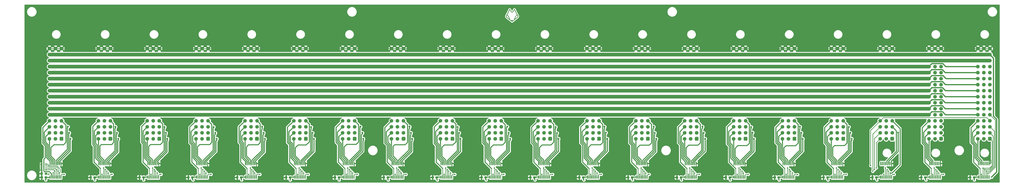
<source format=gbr>
%TF.GenerationSoftware,KiCad,Pcbnew,5.99.0+really5.1.10+dfsg1-1*%
%TF.CreationDate,2021-12-05T23:32:40+01:00*%
%TF.ProjectId,Backplane,4261636b-706c-4616-9e65-2e6b69636164,rev?*%
%TF.SameCoordinates,Original*%
%TF.FileFunction,Copper,L2,Bot*%
%TF.FilePolarity,Positive*%
%FSLAX46Y46*%
G04 Gerber Fmt 4.6, Leading zero omitted, Abs format (unit mm)*
G04 Created by KiCad (PCBNEW 5.99.0+really5.1.10+dfsg1-1) date 2021-12-05 23:32:40*
%MOMM*%
%LPD*%
G01*
G04 APERTURE LIST*
%TA.AperFunction,EtchedComponent*%
%ADD10C,0.010000*%
%TD*%
%TA.AperFunction,ComponentPad*%
%ADD11C,1.550000*%
%TD*%
%TA.AperFunction,SMDPad,CuDef*%
%ADD12R,0.800000X0.500000*%
%TD*%
%TA.AperFunction,SMDPad,CuDef*%
%ADD13R,0.800000X0.400000*%
%TD*%
%TA.AperFunction,ViaPad*%
%ADD14C,0.600000*%
%TD*%
%TA.AperFunction,ViaPad*%
%ADD15C,0.800000*%
%TD*%
%TA.AperFunction,Conductor*%
%ADD16C,0.400000*%
%TD*%
%TA.AperFunction,Conductor*%
%ADD17C,0.250000*%
%TD*%
%TA.AperFunction,Conductor*%
%ADD18C,1.500000*%
%TD*%
%TA.AperFunction,Conductor*%
%ADD19C,0.500000*%
%TD*%
%TA.AperFunction,Conductor*%
%ADD20C,0.254000*%
%TD*%
%TA.AperFunction,Conductor*%
%ADD21C,0.100000*%
%TD*%
G04 APERTURE END LIST*
D10*
%TO.C,MARK1*%
G36*
X246865636Y-52426219D02*
G01*
X246843371Y-52454776D01*
X246816581Y-52494820D01*
X246790179Y-52538891D01*
X246783722Y-52550573D01*
X246769423Y-52576624D01*
X246745961Y-52618928D01*
X246714559Y-52675295D01*
X246676443Y-52743535D01*
X246632836Y-52821460D01*
X246584963Y-52906878D01*
X246534048Y-52997602D01*
X246481315Y-53091440D01*
X246477825Y-53097646D01*
X246217432Y-53560667D01*
X245782568Y-53560667D01*
X245522175Y-53097646D01*
X245469366Y-53003679D01*
X245418294Y-52912685D01*
X245370184Y-52826851D01*
X245326260Y-52748369D01*
X245287746Y-52679427D01*
X245255867Y-52622215D01*
X245231847Y-52578922D01*
X245216911Y-52551739D01*
X245216278Y-52550573D01*
X245190829Y-52506695D01*
X245163659Y-52464821D01*
X245139680Y-52432409D01*
X245134365Y-52426219D01*
X245097954Y-52385917D01*
X244911748Y-52385917D01*
X244880329Y-52428639D01*
X244869515Y-52446772D01*
X244850826Y-52482005D01*
X244825298Y-52532235D01*
X244793965Y-52595363D01*
X244757861Y-52669286D01*
X244718021Y-52751903D01*
X244675479Y-52841113D01*
X244634140Y-52928702D01*
X244560923Y-53084583D01*
X244495731Y-53223210D01*
X244437591Y-53346488D01*
X244385528Y-53456324D01*
X244338570Y-53554623D01*
X244295744Y-53643289D01*
X244256077Y-53724229D01*
X244218596Y-53799347D01*
X244182327Y-53870550D01*
X244146298Y-53939742D01*
X244109535Y-54008830D01*
X244071066Y-54079718D01*
X244029917Y-54154313D01*
X243985116Y-54234518D01*
X243935688Y-54322241D01*
X243880662Y-54419386D01*
X243819064Y-54527859D01*
X243803359Y-54555500D01*
X243433542Y-55206375D01*
X243430012Y-55324352D01*
X243428932Y-55379398D01*
X243430094Y-55419998D01*
X243434313Y-55452826D01*
X243442402Y-55484555D01*
X243453567Y-55517415D01*
X243499471Y-55626189D01*
X243556356Y-55725673D01*
X243627726Y-55821427D01*
X243686984Y-55887952D01*
X243703193Y-55902980D01*
X243734892Y-55930335D01*
X243781019Y-55969151D01*
X243840512Y-56018563D01*
X243912310Y-56077704D01*
X243995350Y-56145708D01*
X244088570Y-56221711D01*
X244190908Y-56304845D01*
X244301302Y-56394246D01*
X244418691Y-56489046D01*
X244542011Y-56588382D01*
X244670201Y-56691386D01*
X244802199Y-56797193D01*
X244806660Y-56800764D01*
X245862278Y-57645833D01*
X246002577Y-57645044D01*
X246142875Y-57644255D01*
X247183629Y-56810315D01*
X247314624Y-56705272D01*
X247441778Y-56603155D01*
X247564030Y-56504826D01*
X247680316Y-56411144D01*
X247789576Y-56322971D01*
X247890748Y-56241166D01*
X247982769Y-56166590D01*
X248064578Y-56100104D01*
X248135112Y-56042568D01*
X248193311Y-55994844D01*
X248238111Y-55957791D01*
X248268451Y-55932270D01*
X248282945Y-55919458D01*
X248326400Y-55873535D01*
X248373137Y-55818039D01*
X248418757Y-55758743D01*
X248458860Y-55701417D01*
X248489044Y-55651835D01*
X248493628Y-55643111D01*
X248510872Y-55605975D01*
X248530379Y-55559369D01*
X248546525Y-55517161D01*
X248558723Y-55480857D01*
X248566335Y-55449349D01*
X248570171Y-55415969D01*
X248571042Y-55374052D01*
X248570668Y-55356399D01*
X248418070Y-55356399D01*
X248406596Y-55401650D01*
X248384206Y-55456425D01*
X248352635Y-55517723D01*
X248313617Y-55582544D01*
X248268889Y-55647886D01*
X248220184Y-55710749D01*
X248169238Y-55768131D01*
X248147066Y-55790380D01*
X248132390Y-55803272D01*
X248103584Y-55827443D01*
X248062342Y-55861528D01*
X248010358Y-55904160D01*
X247949325Y-55953974D01*
X247880937Y-56009603D01*
X247806888Y-56069681D01*
X247728872Y-56132842D01*
X247648582Y-56197720D01*
X247567711Y-56262949D01*
X247487955Y-56327163D01*
X247411005Y-56388996D01*
X247338557Y-56447081D01*
X247272304Y-56500054D01*
X247213939Y-56546546D01*
X247165156Y-56585193D01*
X247127649Y-56614629D01*
X247103111Y-56633486D01*
X247093237Y-56640400D01*
X247093176Y-56640409D01*
X247095594Y-56631015D01*
X247103751Y-56605247D01*
X247116464Y-56566730D01*
X247132547Y-56519094D01*
X247137645Y-56504171D01*
X247205490Y-56321984D01*
X247286300Y-56132040D01*
X247377489Y-55939371D01*
X247476473Y-55749012D01*
X247580666Y-55565995D01*
X247687482Y-55395356D01*
X247765654Y-55281462D01*
X247807555Y-55226903D01*
X247857955Y-55167398D01*
X247913144Y-55106799D01*
X247969411Y-55048958D01*
X248023048Y-54997729D01*
X248070344Y-54956964D01*
X248097482Y-54936858D01*
X248129890Y-54915962D01*
X248155619Y-54900747D01*
X248169543Y-54894225D01*
X248170084Y-54894167D01*
X248177365Y-54902913D01*
X248193060Y-54927064D01*
X248215366Y-54963484D01*
X248242482Y-55009037D01*
X248272605Y-55060588D01*
X248303936Y-55115003D01*
X248334671Y-55169146D01*
X248363010Y-55219881D01*
X248387151Y-55264075D01*
X248405292Y-55298591D01*
X248415633Y-55320295D01*
X248416892Y-55323674D01*
X248418070Y-55356399D01*
X248570668Y-55356399D01*
X248569988Y-55324352D01*
X248566458Y-55206375D01*
X248295547Y-54729573D01*
X248081945Y-54729573D01*
X248074268Y-54739257D01*
X248051900Y-54754089D01*
X248019622Y-54770916D01*
X248018445Y-54771468D01*
X247989010Y-54787084D01*
X247958760Y-54807561D01*
X247924535Y-54835517D01*
X247883174Y-54873571D01*
X247831517Y-54924339D01*
X247820333Y-54935582D01*
X247723522Y-55040020D01*
X247630408Y-55154886D01*
X247539519Y-55282349D01*
X247449385Y-55424580D01*
X247358533Y-55583748D01*
X247282196Y-55728958D01*
X247196841Y-55901904D01*
X247123563Y-56061877D01*
X247061026Y-56212277D01*
X247007896Y-56356507D01*
X246962835Y-56497967D01*
X246924727Y-56639175D01*
X246910911Y-56694181D01*
X246898396Y-56742257D01*
X246888239Y-56779466D01*
X246881501Y-56801870D01*
X246879827Y-56806148D01*
X246869898Y-56816129D01*
X246845885Y-56837159D01*
X246810291Y-56867138D01*
X246765621Y-56903968D01*
X246714378Y-56945551D01*
X246693208Y-56962558D01*
X246629084Y-57013358D01*
X246579260Y-57051430D01*
X246542061Y-57077928D01*
X246515809Y-57094004D01*
X246498827Y-57100812D01*
X246492125Y-57100860D01*
X246471160Y-57095196D01*
X246437411Y-57086194D01*
X246402167Y-57076855D01*
X246379674Y-57071649D01*
X246354251Y-57067525D01*
X246323291Y-57064369D01*
X246284187Y-57062067D01*
X246234333Y-57060506D01*
X246171123Y-57059573D01*
X246091948Y-57059155D01*
X245994708Y-57059137D01*
X245899817Y-57059348D01*
X245823343Y-57059802D01*
X245762535Y-57060654D01*
X245714643Y-57062057D01*
X245676919Y-57064165D01*
X245646610Y-57067134D01*
X245620969Y-57071116D01*
X245597244Y-57076267D01*
X245572685Y-57082740D01*
X245572429Y-57082811D01*
X245530309Y-57093081D01*
X245497408Y-57098358D01*
X245478701Y-57097896D01*
X245477179Y-57097110D01*
X245439706Y-57067994D01*
X245395165Y-57032772D01*
X245346370Y-56993740D01*
X245296141Y-56953197D01*
X245247292Y-56913438D01*
X245202642Y-56876759D01*
X245165007Y-56845459D01*
X245137204Y-56821832D01*
X245122050Y-56808177D01*
X245120173Y-56806043D01*
X245115389Y-56791916D01*
X245106694Y-56761147D01*
X245095147Y-56717671D01*
X245081806Y-56665421D01*
X245075273Y-56639175D01*
X245073569Y-56632864D01*
X244898014Y-56632864D01*
X244896683Y-56632702D01*
X244886249Y-56624405D01*
X244860756Y-56604059D01*
X244821673Y-56572837D01*
X244770468Y-56531915D01*
X244708609Y-56482465D01*
X244637567Y-56425662D01*
X244558809Y-56362680D01*
X244473804Y-56294694D01*
X244384021Y-56222876D01*
X244380750Y-56220259D01*
X244267130Y-56129221D01*
X244168788Y-56050022D01*
X244084346Y-55981440D01*
X244012431Y-55922246D01*
X243951667Y-55871216D01*
X243900678Y-55827124D01*
X243858090Y-55788745D01*
X243822526Y-55754853D01*
X243792611Y-55724221D01*
X243766971Y-55695626D01*
X243744230Y-55667840D01*
X243723012Y-55639638D01*
X243712134Y-55624417D01*
X243673095Y-55564520D01*
X243639018Y-55503627D01*
X243611461Y-55445366D01*
X243591978Y-55393362D01*
X243582126Y-55351242D01*
X243583108Y-55323674D01*
X243590917Y-55306159D01*
X243607036Y-55274946D01*
X243629664Y-55233169D01*
X243657000Y-55183965D01*
X243687240Y-55130467D01*
X243718585Y-55075811D01*
X243749233Y-55023133D01*
X243777381Y-54975567D01*
X243801229Y-54936249D01*
X243818974Y-54908313D01*
X243828816Y-54894895D01*
X243829917Y-54894167D01*
X243842397Y-54899666D01*
X243867187Y-54914157D01*
X243899164Y-54934625D01*
X243902519Y-54936858D01*
X243943234Y-54968097D01*
X243992865Y-55012474D01*
X244047700Y-55066135D01*
X244104031Y-55125228D01*
X244158148Y-55185902D01*
X244206342Y-55244303D01*
X244234347Y-55281462D01*
X244341904Y-55440582D01*
X244448650Y-55615768D01*
X244552004Y-55801993D01*
X244649386Y-55994230D01*
X244738213Y-56187453D01*
X244815906Y-56376634D01*
X244862798Y-56505464D01*
X244878825Y-56554151D01*
X244890612Y-56593774D01*
X244897296Y-56621092D01*
X244898014Y-56632864D01*
X245073569Y-56632864D01*
X245036910Y-56497098D01*
X244991804Y-56355632D01*
X244938619Y-56211374D01*
X244876021Y-56060925D01*
X244802673Y-55900883D01*
X244717804Y-55728958D01*
X244625258Y-55554226D01*
X244534641Y-55398216D01*
X244444480Y-55258759D01*
X244353304Y-55133685D01*
X244259643Y-55020824D01*
X244179667Y-54935582D01*
X244125708Y-54882115D01*
X244082643Y-54841858D01*
X244047310Y-54812194D01*
X244016551Y-54790503D01*
X243987205Y-54774169D01*
X243981556Y-54771468D01*
X243949032Y-54754629D01*
X243926262Y-54739680D01*
X243918025Y-54729777D01*
X243918056Y-54729573D01*
X243923637Y-54718166D01*
X243938548Y-54690436D01*
X243961639Y-54648453D01*
X243991757Y-54594285D01*
X244027754Y-54529999D01*
X244068477Y-54457663D01*
X244112777Y-54379346D01*
X244121226Y-54364448D01*
X244173169Y-54272187D01*
X244221220Y-54185150D01*
X244266964Y-54100230D01*
X244311990Y-54014317D01*
X244357885Y-53924304D01*
X244406234Y-53827083D01*
X244458625Y-53719545D01*
X244516645Y-53598583D01*
X244574832Y-53476000D01*
X244623709Y-53372556D01*
X244671320Y-53271619D01*
X244716621Y-53175412D01*
X244758571Y-53086154D01*
X244796128Y-53006067D01*
X244828250Y-52937372D01*
X244853893Y-52882290D01*
X244872017Y-52843041D01*
X244877767Y-52830417D01*
X244902969Y-52775500D01*
X244930078Y-52717866D01*
X244955093Y-52665963D01*
X244967678Y-52640601D01*
X245007408Y-52561910D01*
X245026968Y-52587684D01*
X245038303Y-52605586D01*
X245057123Y-52638584D01*
X245081345Y-52682892D01*
X245108890Y-52734724D01*
X245128391Y-52772208D01*
X245156240Y-52825649D01*
X245181396Y-52872868D01*
X245202006Y-52910471D01*
X245216221Y-52935066D01*
X245221481Y-52942841D01*
X245228917Y-52954369D01*
X245245523Y-52982393D01*
X245270160Y-53024922D01*
X245301691Y-53079966D01*
X245338977Y-53145533D01*
X245380881Y-53219633D01*
X245426263Y-53300275D01*
X245449667Y-53342004D01*
X245666625Y-53729285D01*
X245726963Y-53729642D01*
X245773737Y-53726844D01*
X245824833Y-53719326D01*
X245848249Y-53714125D01*
X245908806Y-53703598D01*
X245980677Y-53699058D01*
X246054872Y-53700503D01*
X246122402Y-53707934D01*
X246151751Y-53714125D01*
X246198766Y-53723326D01*
X246249788Y-53728873D01*
X246273037Y-53729642D01*
X246333375Y-53729285D01*
X246550333Y-53342004D01*
X246597017Y-53258861D01*
X246640786Y-53181273D01*
X246680500Y-53111233D01*
X246715022Y-53050731D01*
X246743214Y-53001757D01*
X246763938Y-52966304D01*
X246776056Y-52946361D01*
X246778519Y-52942841D01*
X246786927Y-52929824D01*
X246803075Y-52901333D01*
X246825114Y-52860762D01*
X246851190Y-52811503D01*
X246871610Y-52772208D01*
X246900223Y-52717429D01*
X246926925Y-52667608D01*
X246949633Y-52626531D01*
X246966268Y-52597985D01*
X246973032Y-52587684D01*
X246992592Y-52561910D01*
X247032322Y-52640601D01*
X247054072Y-52684806D01*
X247080372Y-52739926D01*
X247107218Y-52797511D01*
X247122233Y-52830417D01*
X247136353Y-52861225D01*
X247158496Y-52908939D01*
X247187620Y-52971339D01*
X247222682Y-53046203D01*
X247262641Y-53131310D01*
X247306455Y-53224439D01*
X247353081Y-53323369D01*
X247401476Y-53425880D01*
X247425169Y-53476000D01*
X247489593Y-53611661D01*
X247546965Y-53731108D01*
X247598870Y-53837447D01*
X247646895Y-53933789D01*
X247692628Y-54023240D01*
X247737655Y-54108908D01*
X247783563Y-54193903D01*
X247831938Y-54281331D01*
X247878774Y-54364448D01*
X247923606Y-54443641D01*
X247965074Y-54517232D01*
X248002027Y-54583154D01*
X248033313Y-54639340D01*
X248057783Y-54683720D01*
X248074286Y-54714227D01*
X248081670Y-54728794D01*
X248081945Y-54729573D01*
X248295547Y-54729573D01*
X248196641Y-54555500D01*
X248133339Y-54444056D01*
X248076840Y-54344393D01*
X248026170Y-54254604D01*
X247980358Y-54172786D01*
X247938430Y-54097031D01*
X247899412Y-54025435D01*
X247862332Y-53956092D01*
X247826217Y-53887097D01*
X247790093Y-53816544D01*
X247752988Y-53742528D01*
X247713928Y-53663144D01*
X247671941Y-53576486D01*
X247626053Y-53480648D01*
X247575291Y-53373725D01*
X247518682Y-53253812D01*
X247455253Y-53119004D01*
X247384031Y-52967394D01*
X247365861Y-52928702D01*
X247321728Y-52835225D01*
X247279328Y-52746375D01*
X247239697Y-52664253D01*
X247203868Y-52590960D01*
X247172877Y-52528598D01*
X247147757Y-52479268D01*
X247129543Y-52445071D01*
X247119671Y-52428639D01*
X247088252Y-52385917D01*
X246902047Y-52385917D01*
X246865636Y-52426219D01*
G37*
X246865636Y-52426219D02*
X246843371Y-52454776D01*
X246816581Y-52494820D01*
X246790179Y-52538891D01*
X246783722Y-52550573D01*
X246769423Y-52576624D01*
X246745961Y-52618928D01*
X246714559Y-52675295D01*
X246676443Y-52743535D01*
X246632836Y-52821460D01*
X246584963Y-52906878D01*
X246534048Y-52997602D01*
X246481315Y-53091440D01*
X246477825Y-53097646D01*
X246217432Y-53560667D01*
X245782568Y-53560667D01*
X245522175Y-53097646D01*
X245469366Y-53003679D01*
X245418294Y-52912685D01*
X245370184Y-52826851D01*
X245326260Y-52748369D01*
X245287746Y-52679427D01*
X245255867Y-52622215D01*
X245231847Y-52578922D01*
X245216911Y-52551739D01*
X245216278Y-52550573D01*
X245190829Y-52506695D01*
X245163659Y-52464821D01*
X245139680Y-52432409D01*
X245134365Y-52426219D01*
X245097954Y-52385917D01*
X244911748Y-52385917D01*
X244880329Y-52428639D01*
X244869515Y-52446772D01*
X244850826Y-52482005D01*
X244825298Y-52532235D01*
X244793965Y-52595363D01*
X244757861Y-52669286D01*
X244718021Y-52751903D01*
X244675479Y-52841113D01*
X244634140Y-52928702D01*
X244560923Y-53084583D01*
X244495731Y-53223210D01*
X244437591Y-53346488D01*
X244385528Y-53456324D01*
X244338570Y-53554623D01*
X244295744Y-53643289D01*
X244256077Y-53724229D01*
X244218596Y-53799347D01*
X244182327Y-53870550D01*
X244146298Y-53939742D01*
X244109535Y-54008830D01*
X244071066Y-54079718D01*
X244029917Y-54154313D01*
X243985116Y-54234518D01*
X243935688Y-54322241D01*
X243880662Y-54419386D01*
X243819064Y-54527859D01*
X243803359Y-54555500D01*
X243433542Y-55206375D01*
X243430012Y-55324352D01*
X243428932Y-55379398D01*
X243430094Y-55419998D01*
X243434313Y-55452826D01*
X243442402Y-55484555D01*
X243453567Y-55517415D01*
X243499471Y-55626189D01*
X243556356Y-55725673D01*
X243627726Y-55821427D01*
X243686984Y-55887952D01*
X243703193Y-55902980D01*
X243734892Y-55930335D01*
X243781019Y-55969151D01*
X243840512Y-56018563D01*
X243912310Y-56077704D01*
X243995350Y-56145708D01*
X244088570Y-56221711D01*
X244190908Y-56304845D01*
X244301302Y-56394246D01*
X244418691Y-56489046D01*
X244542011Y-56588382D01*
X244670201Y-56691386D01*
X244802199Y-56797193D01*
X244806660Y-56800764D01*
X245862278Y-57645833D01*
X246002577Y-57645044D01*
X246142875Y-57644255D01*
X247183629Y-56810315D01*
X247314624Y-56705272D01*
X247441778Y-56603155D01*
X247564030Y-56504826D01*
X247680316Y-56411144D01*
X247789576Y-56322971D01*
X247890748Y-56241166D01*
X247982769Y-56166590D01*
X248064578Y-56100104D01*
X248135112Y-56042568D01*
X248193311Y-55994844D01*
X248238111Y-55957791D01*
X248268451Y-55932270D01*
X248282945Y-55919458D01*
X248326400Y-55873535D01*
X248373137Y-55818039D01*
X248418757Y-55758743D01*
X248458860Y-55701417D01*
X248489044Y-55651835D01*
X248493628Y-55643111D01*
X248510872Y-55605975D01*
X248530379Y-55559369D01*
X248546525Y-55517161D01*
X248558723Y-55480857D01*
X248566335Y-55449349D01*
X248570171Y-55415969D01*
X248571042Y-55374052D01*
X248570668Y-55356399D01*
X248418070Y-55356399D01*
X248406596Y-55401650D01*
X248384206Y-55456425D01*
X248352635Y-55517723D01*
X248313617Y-55582544D01*
X248268889Y-55647886D01*
X248220184Y-55710749D01*
X248169238Y-55768131D01*
X248147066Y-55790380D01*
X248132390Y-55803272D01*
X248103584Y-55827443D01*
X248062342Y-55861528D01*
X248010358Y-55904160D01*
X247949325Y-55953974D01*
X247880937Y-56009603D01*
X247806888Y-56069681D01*
X247728872Y-56132842D01*
X247648582Y-56197720D01*
X247567711Y-56262949D01*
X247487955Y-56327163D01*
X247411005Y-56388996D01*
X247338557Y-56447081D01*
X247272304Y-56500054D01*
X247213939Y-56546546D01*
X247165156Y-56585193D01*
X247127649Y-56614629D01*
X247103111Y-56633486D01*
X247093237Y-56640400D01*
X247093176Y-56640409D01*
X247095594Y-56631015D01*
X247103751Y-56605247D01*
X247116464Y-56566730D01*
X247132547Y-56519094D01*
X247137645Y-56504171D01*
X247205490Y-56321984D01*
X247286300Y-56132040D01*
X247377489Y-55939371D01*
X247476473Y-55749012D01*
X247580666Y-55565995D01*
X247687482Y-55395356D01*
X247765654Y-55281462D01*
X247807555Y-55226903D01*
X247857955Y-55167398D01*
X247913144Y-55106799D01*
X247969411Y-55048958D01*
X248023048Y-54997729D01*
X248070344Y-54956964D01*
X248097482Y-54936858D01*
X248129890Y-54915962D01*
X248155619Y-54900747D01*
X248169543Y-54894225D01*
X248170084Y-54894167D01*
X248177365Y-54902913D01*
X248193060Y-54927064D01*
X248215366Y-54963484D01*
X248242482Y-55009037D01*
X248272605Y-55060588D01*
X248303936Y-55115003D01*
X248334671Y-55169146D01*
X248363010Y-55219881D01*
X248387151Y-55264075D01*
X248405292Y-55298591D01*
X248415633Y-55320295D01*
X248416892Y-55323674D01*
X248418070Y-55356399D01*
X248570668Y-55356399D01*
X248569988Y-55324352D01*
X248566458Y-55206375D01*
X248295547Y-54729573D01*
X248081945Y-54729573D01*
X248074268Y-54739257D01*
X248051900Y-54754089D01*
X248019622Y-54770916D01*
X248018445Y-54771468D01*
X247989010Y-54787084D01*
X247958760Y-54807561D01*
X247924535Y-54835517D01*
X247883174Y-54873571D01*
X247831517Y-54924339D01*
X247820333Y-54935582D01*
X247723522Y-55040020D01*
X247630408Y-55154886D01*
X247539519Y-55282349D01*
X247449385Y-55424580D01*
X247358533Y-55583748D01*
X247282196Y-55728958D01*
X247196841Y-55901904D01*
X247123563Y-56061877D01*
X247061026Y-56212277D01*
X247007896Y-56356507D01*
X246962835Y-56497967D01*
X246924727Y-56639175D01*
X246910911Y-56694181D01*
X246898396Y-56742257D01*
X246888239Y-56779466D01*
X246881501Y-56801870D01*
X246879827Y-56806148D01*
X246869898Y-56816129D01*
X246845885Y-56837159D01*
X246810291Y-56867138D01*
X246765621Y-56903968D01*
X246714378Y-56945551D01*
X246693208Y-56962558D01*
X246629084Y-57013358D01*
X246579260Y-57051430D01*
X246542061Y-57077928D01*
X246515809Y-57094004D01*
X246498827Y-57100812D01*
X246492125Y-57100860D01*
X246471160Y-57095196D01*
X246437411Y-57086194D01*
X246402167Y-57076855D01*
X246379674Y-57071649D01*
X246354251Y-57067525D01*
X246323291Y-57064369D01*
X246284187Y-57062067D01*
X246234333Y-57060506D01*
X246171123Y-57059573D01*
X246091948Y-57059155D01*
X245994708Y-57059137D01*
X245899817Y-57059348D01*
X245823343Y-57059802D01*
X245762535Y-57060654D01*
X245714643Y-57062057D01*
X245676919Y-57064165D01*
X245646610Y-57067134D01*
X245620969Y-57071116D01*
X245597244Y-57076267D01*
X245572685Y-57082740D01*
X245572429Y-57082811D01*
X245530309Y-57093081D01*
X245497408Y-57098358D01*
X245478701Y-57097896D01*
X245477179Y-57097110D01*
X245439706Y-57067994D01*
X245395165Y-57032772D01*
X245346370Y-56993740D01*
X245296141Y-56953197D01*
X245247292Y-56913438D01*
X245202642Y-56876759D01*
X245165007Y-56845459D01*
X245137204Y-56821832D01*
X245122050Y-56808177D01*
X245120173Y-56806043D01*
X245115389Y-56791916D01*
X245106694Y-56761147D01*
X245095147Y-56717671D01*
X245081806Y-56665421D01*
X245075273Y-56639175D01*
X245073569Y-56632864D01*
X244898014Y-56632864D01*
X244896683Y-56632702D01*
X244886249Y-56624405D01*
X244860756Y-56604059D01*
X244821673Y-56572837D01*
X244770468Y-56531915D01*
X244708609Y-56482465D01*
X244637567Y-56425662D01*
X244558809Y-56362680D01*
X244473804Y-56294694D01*
X244384021Y-56222876D01*
X244380750Y-56220259D01*
X244267130Y-56129221D01*
X244168788Y-56050022D01*
X244084346Y-55981440D01*
X244012431Y-55922246D01*
X243951667Y-55871216D01*
X243900678Y-55827124D01*
X243858090Y-55788745D01*
X243822526Y-55754853D01*
X243792611Y-55724221D01*
X243766971Y-55695626D01*
X243744230Y-55667840D01*
X243723012Y-55639638D01*
X243712134Y-55624417D01*
X243673095Y-55564520D01*
X243639018Y-55503627D01*
X243611461Y-55445366D01*
X243591978Y-55393362D01*
X243582126Y-55351242D01*
X243583108Y-55323674D01*
X243590917Y-55306159D01*
X243607036Y-55274946D01*
X243629664Y-55233169D01*
X243657000Y-55183965D01*
X243687240Y-55130467D01*
X243718585Y-55075811D01*
X243749233Y-55023133D01*
X243777381Y-54975567D01*
X243801229Y-54936249D01*
X243818974Y-54908313D01*
X243828816Y-54894895D01*
X243829917Y-54894167D01*
X243842397Y-54899666D01*
X243867187Y-54914157D01*
X243899164Y-54934625D01*
X243902519Y-54936858D01*
X243943234Y-54968097D01*
X243992865Y-55012474D01*
X244047700Y-55066135D01*
X244104031Y-55125228D01*
X244158148Y-55185902D01*
X244206342Y-55244303D01*
X244234347Y-55281462D01*
X244341904Y-55440582D01*
X244448650Y-55615768D01*
X244552004Y-55801993D01*
X244649386Y-55994230D01*
X244738213Y-56187453D01*
X244815906Y-56376634D01*
X244862798Y-56505464D01*
X244878825Y-56554151D01*
X244890612Y-56593774D01*
X244897296Y-56621092D01*
X244898014Y-56632864D01*
X245073569Y-56632864D01*
X245036910Y-56497098D01*
X244991804Y-56355632D01*
X244938619Y-56211374D01*
X244876021Y-56060925D01*
X244802673Y-55900883D01*
X244717804Y-55728958D01*
X244625258Y-55554226D01*
X244534641Y-55398216D01*
X244444480Y-55258759D01*
X244353304Y-55133685D01*
X244259643Y-55020824D01*
X244179667Y-54935582D01*
X244125708Y-54882115D01*
X244082643Y-54841858D01*
X244047310Y-54812194D01*
X244016551Y-54790503D01*
X243987205Y-54774169D01*
X243981556Y-54771468D01*
X243949032Y-54754629D01*
X243926262Y-54739680D01*
X243918025Y-54729777D01*
X243918056Y-54729573D01*
X243923637Y-54718166D01*
X243938548Y-54690436D01*
X243961639Y-54648453D01*
X243991757Y-54594285D01*
X244027754Y-54529999D01*
X244068477Y-54457663D01*
X244112777Y-54379346D01*
X244121226Y-54364448D01*
X244173169Y-54272187D01*
X244221220Y-54185150D01*
X244266964Y-54100230D01*
X244311990Y-54014317D01*
X244357885Y-53924304D01*
X244406234Y-53827083D01*
X244458625Y-53719545D01*
X244516645Y-53598583D01*
X244574832Y-53476000D01*
X244623709Y-53372556D01*
X244671320Y-53271619D01*
X244716621Y-53175412D01*
X244758571Y-53086154D01*
X244796128Y-53006067D01*
X244828250Y-52937372D01*
X244853893Y-52882290D01*
X244872017Y-52843041D01*
X244877767Y-52830417D01*
X244902969Y-52775500D01*
X244930078Y-52717866D01*
X244955093Y-52665963D01*
X244967678Y-52640601D01*
X245007408Y-52561910D01*
X245026968Y-52587684D01*
X245038303Y-52605586D01*
X245057123Y-52638584D01*
X245081345Y-52682892D01*
X245108890Y-52734724D01*
X245128391Y-52772208D01*
X245156240Y-52825649D01*
X245181396Y-52872868D01*
X245202006Y-52910471D01*
X245216221Y-52935066D01*
X245221481Y-52942841D01*
X245228917Y-52954369D01*
X245245523Y-52982393D01*
X245270160Y-53024922D01*
X245301691Y-53079966D01*
X245338977Y-53145533D01*
X245380881Y-53219633D01*
X245426263Y-53300275D01*
X245449667Y-53342004D01*
X245666625Y-53729285D01*
X245726963Y-53729642D01*
X245773737Y-53726844D01*
X245824833Y-53719326D01*
X245848249Y-53714125D01*
X245908806Y-53703598D01*
X245980677Y-53699058D01*
X246054872Y-53700503D01*
X246122402Y-53707934D01*
X246151751Y-53714125D01*
X246198766Y-53723326D01*
X246249788Y-53728873D01*
X246273037Y-53729642D01*
X246333375Y-53729285D01*
X246550333Y-53342004D01*
X246597017Y-53258861D01*
X246640786Y-53181273D01*
X246680500Y-53111233D01*
X246715022Y-53050731D01*
X246743214Y-53001757D01*
X246763938Y-52966304D01*
X246776056Y-52946361D01*
X246778519Y-52942841D01*
X246786927Y-52929824D01*
X246803075Y-52901333D01*
X246825114Y-52860762D01*
X246851190Y-52811503D01*
X246871610Y-52772208D01*
X246900223Y-52717429D01*
X246926925Y-52667608D01*
X246949633Y-52626531D01*
X246966268Y-52597985D01*
X246973032Y-52587684D01*
X246992592Y-52561910D01*
X247032322Y-52640601D01*
X247054072Y-52684806D01*
X247080372Y-52739926D01*
X247107218Y-52797511D01*
X247122233Y-52830417D01*
X247136353Y-52861225D01*
X247158496Y-52908939D01*
X247187620Y-52971339D01*
X247222682Y-53046203D01*
X247262641Y-53131310D01*
X247306455Y-53224439D01*
X247353081Y-53323369D01*
X247401476Y-53425880D01*
X247425169Y-53476000D01*
X247489593Y-53611661D01*
X247546965Y-53731108D01*
X247598870Y-53837447D01*
X247646895Y-53933789D01*
X247692628Y-54023240D01*
X247737655Y-54108908D01*
X247783563Y-54193903D01*
X247831938Y-54281331D01*
X247878774Y-54364448D01*
X247923606Y-54443641D01*
X247965074Y-54517232D01*
X248002027Y-54583154D01*
X248033313Y-54639340D01*
X248057783Y-54683720D01*
X248074286Y-54714227D01*
X248081670Y-54728794D01*
X248081945Y-54729573D01*
X248295547Y-54729573D01*
X248196641Y-54555500D01*
X248133339Y-54444056D01*
X248076840Y-54344393D01*
X248026170Y-54254604D01*
X247980358Y-54172786D01*
X247938430Y-54097031D01*
X247899412Y-54025435D01*
X247862332Y-53956092D01*
X247826217Y-53887097D01*
X247790093Y-53816544D01*
X247752988Y-53742528D01*
X247713928Y-53663144D01*
X247671941Y-53576486D01*
X247626053Y-53480648D01*
X247575291Y-53373725D01*
X247518682Y-53253812D01*
X247455253Y-53119004D01*
X247384031Y-52967394D01*
X247365861Y-52928702D01*
X247321728Y-52835225D01*
X247279328Y-52746375D01*
X247239697Y-52664253D01*
X247203868Y-52590960D01*
X247172877Y-52528598D01*
X247147757Y-52479268D01*
X247129543Y-52445071D01*
X247119671Y-52428639D01*
X247088252Y-52385917D01*
X246902047Y-52385917D01*
X246865636Y-52426219D01*
%TD*%
%TO.P,U19,a1*%
%TO.N,N/C*%
%TA.AperFunction,ComponentPad*%
G36*
G01*
X427655000Y-106574998D02*
X427655000Y-107625002D01*
G75*
G02*
X427405002Y-107875000I-249998J0D01*
G01*
X426354998Y-107875000D01*
G75*
G02*
X426105000Y-107625002I0J249998D01*
G01*
X426105000Y-106574998D01*
G75*
G02*
X426354998Y-106325000I249998J0D01*
G01*
X427405002Y-106325000D01*
G75*
G02*
X427655000Y-106574998I0J-249998D01*
G01*
G37*
%TD.AperFunction*%
D11*
%TO.P,U19,a2*%
X426880000Y-104560000D03*
%TO.P,U19,a3*%
X426880000Y-102020000D03*
%TO.P,U19,a4*%
X426880000Y-99480000D03*
%TO.P,U19,a5*%
X426880000Y-96940000D03*
%TO.P,U19,a6*%
X426880000Y-94400000D03*
%TO.P,U19,a7*%
X426880000Y-91860000D03*
%TO.P,U19,a8*%
X426880000Y-89320000D03*
%TO.P,U19,a9*%
X426880000Y-86780000D03*
%TO.P,U19,a10*%
X426880000Y-84240000D03*
%TO.P,U19,a11*%
X426880000Y-81700000D03*
%TO.P,U19,a12*%
X426880000Y-79160000D03*
%TO.P,U19,a13*%
X426880000Y-76620000D03*
%TO.P,U19,a14*%
%TO.N,+5V*%
X426880000Y-74080000D03*
%TO.P,U19,a15*%
%TO.N,+3V3*%
X426880000Y-71540000D03*
%TO.P,U19,a16*%
%TO.N,GND*%
X426880000Y-69000000D03*
%TO.P,U19,b1*%
%TO.N,N/C*%
X424340000Y-107100000D03*
%TO.P,U19,b2*%
X424340000Y-104560000D03*
%TO.P,U19,b3*%
X424340000Y-102020000D03*
%TO.P,U19,b4*%
X424340000Y-99480000D03*
%TO.P,U19,b5*%
X424340000Y-96940000D03*
%TO.P,U19,b6*%
X424340000Y-94400000D03*
%TO.P,U19,b7*%
X424340000Y-91860000D03*
%TO.P,U19,b8*%
X424340000Y-89320000D03*
%TO.P,U19,b9*%
X424340000Y-86780000D03*
%TO.P,U19,b10*%
X424340000Y-84240000D03*
%TO.P,U19,b11*%
X424340000Y-81700000D03*
%TO.P,U19,b12*%
X424340000Y-79160000D03*
%TO.P,U19,b13*%
X424340000Y-76620000D03*
%TO.P,U19,b14*%
%TO.N,+5V*%
X424340000Y-74080000D03*
%TO.P,U19,b15*%
%TO.N,+3V3*%
X424340000Y-71540000D03*
%TO.P,U19,b16*%
%TO.N,GND*%
X424340000Y-69000000D03*
%TO.P,U19,c1*%
%TO.N,/SPARE_37*%
X421800000Y-107100000D03*
%TO.P,U19,c2*%
%TO.N,/EN_JTAG_37*%
X421800000Y-104560000D03*
%TO.P,U19,c3*%
%TO.N,/EN_ICSP_37*%
X421800000Y-102020000D03*
%TO.P,U19,c4*%
%TO.N,/EN_PWR_37*%
X421800000Y-99480000D03*
%TO.P,U19,c5*%
%TO.N,/TARGET_TX*%
X421800000Y-96940000D03*
%TO.P,U19,c6*%
%TO.N,/TARGET_RX*%
X421800000Y-94400000D03*
%TO.P,U19,c7*%
%TO.N,/PGED*%
X421800000Y-91860000D03*
%TO.P,U19,c8*%
%TO.N,/PGEC*%
X421800000Y-89320000D03*
%TO.P,U19,c9*%
%TO.N,/~MCLR~*%
X421800000Y-86780000D03*
%TO.P,U19,c10*%
%TO.N,/TCK*%
X421800000Y-84240000D03*
%TO.P,U19,c11*%
%TO.N,/TMS*%
X421800000Y-81700000D03*
%TO.P,U19,c12*%
%TO.N,/TDO*%
X421800000Y-79160000D03*
%TO.P,U19,c13*%
%TO.N,/TDI*%
X421800000Y-76620000D03*
%TO.P,U19,c14*%
%TO.N,+5V*%
X421800000Y-74080000D03*
%TO.P,U19,c15*%
%TO.N,+3V3*%
X421800000Y-71540000D03*
%TO.P,U19,c16*%
%TO.N,GND*%
X421800000Y-69000000D03*
%TD*%
%TO.P,U1,a1*%
%TO.N,/SPARE_2*%
%TA.AperFunction,ComponentPad*%
G36*
G01*
X56855000Y-106574998D02*
X56855000Y-107625002D01*
G75*
G02*
X56605002Y-107875000I-249998J0D01*
G01*
X55554998Y-107875000D01*
G75*
G02*
X55305000Y-107625002I0J249998D01*
G01*
X55305000Y-106574998D01*
G75*
G02*
X55554998Y-106325000I249998J0D01*
G01*
X56605002Y-106325000D01*
G75*
G02*
X56855000Y-106574998I0J-249998D01*
G01*
G37*
%TD.AperFunction*%
%TO.P,U1,a2*%
%TO.N,/EN_JTAG_2*%
X56080000Y-104560000D03*
%TO.P,U1,a3*%
%TO.N,/EN_ICSP_2*%
X56080000Y-102020000D03*
%TO.P,U1,a4*%
%TO.N,/EN_PWR_2*%
X56080000Y-99480000D03*
%TO.P,U1,a5*%
%TO.N,/TARGET_TX*%
X56080000Y-96940000D03*
%TO.P,U1,a6*%
%TO.N,/TARGET_RX*%
X56080000Y-94400000D03*
%TO.P,U1,a7*%
%TO.N,/PGED*%
X56080000Y-91860000D03*
%TO.P,U1,a8*%
%TO.N,/PGEC*%
X56080000Y-89320000D03*
%TO.P,U1,a9*%
%TO.N,/~MCLR~*%
X56080000Y-86780000D03*
%TO.P,U1,a10*%
%TO.N,/TCK*%
X56080000Y-84240000D03*
%TO.P,U1,a11*%
%TO.N,/TMS*%
X56080000Y-81700000D03*
%TO.P,U1,a12*%
%TO.N,/TDO*%
X56080000Y-79160000D03*
%TO.P,U1,a13*%
%TO.N,/TDI*%
X56080000Y-76620000D03*
%TO.P,U1,a14*%
%TO.N,+5V*%
X56080000Y-74080000D03*
%TO.P,U1,a15*%
%TO.N,+3V3*%
X56080000Y-71540000D03*
%TO.P,U1,a16*%
%TO.N,GND*%
X56080000Y-69000000D03*
%TO.P,U1,b1*%
%TO.N,N/C*%
X53540000Y-107100000D03*
%TO.P,U1,b2*%
X53540000Y-104560000D03*
%TO.P,U1,b3*%
X53540000Y-102020000D03*
%TO.P,U1,b4*%
X53540000Y-99480000D03*
%TO.P,U1,b5*%
%TO.N,/TARGET_TX*%
X53540000Y-96940000D03*
%TO.P,U1,b6*%
%TO.N,/TARGET_RX*%
X53540000Y-94400000D03*
%TO.P,U1,b7*%
%TO.N,/PGED*%
X53540000Y-91860000D03*
%TO.P,U1,b8*%
%TO.N,/PGEC*%
X53540000Y-89320000D03*
%TO.P,U1,b9*%
%TO.N,/~MCLR~*%
X53540000Y-86780000D03*
%TO.P,U1,b10*%
%TO.N,/TCK*%
X53540000Y-84240000D03*
%TO.P,U1,b11*%
%TO.N,/TMS*%
X53540000Y-81700000D03*
%TO.P,U1,b12*%
%TO.N,/TDO*%
X53540000Y-79160000D03*
%TO.P,U1,b13*%
%TO.N,/TDI*%
X53540000Y-76620000D03*
%TO.P,U1,b14*%
%TO.N,+5V*%
X53540000Y-74080000D03*
%TO.P,U1,b15*%
%TO.N,+3V3*%
X53540000Y-71540000D03*
%TO.P,U1,b16*%
%TO.N,GND*%
X53540000Y-69000000D03*
%TO.P,U1,c1*%
%TO.N,/SPARE_1*%
X51000000Y-107100000D03*
%TO.P,U1,c2*%
%TO.N,/EN_JTAG_1*%
X51000000Y-104560000D03*
%TO.P,U1,c3*%
%TO.N,/EN_ICSP_1*%
X51000000Y-102020000D03*
%TO.P,U1,c4*%
%TO.N,/EN_PWR_1*%
X51000000Y-99480000D03*
%TO.P,U1,c5*%
%TO.N,/TARGET_TX*%
X51000000Y-96940000D03*
%TO.P,U1,c6*%
%TO.N,/TARGET_RX*%
X51000000Y-94400000D03*
%TO.P,U1,c7*%
%TO.N,/PGED*%
X51000000Y-91860000D03*
%TO.P,U1,c8*%
%TO.N,/PGEC*%
X51000000Y-89320000D03*
%TO.P,U1,c9*%
%TO.N,/~MCLR~*%
X51000000Y-86780000D03*
%TO.P,U1,c10*%
%TO.N,/TCK*%
X51000000Y-84240000D03*
%TO.P,U1,c11*%
%TO.N,/TMS*%
X51000000Y-81700000D03*
%TO.P,U1,c12*%
%TO.N,/TDO*%
X51000000Y-79160000D03*
%TO.P,U1,c13*%
%TO.N,/TDI*%
X51000000Y-76620000D03*
%TO.P,U1,c14*%
%TO.N,+5V*%
X51000000Y-74080000D03*
%TO.P,U1,c15*%
%TO.N,+3V3*%
X51000000Y-71540000D03*
%TO.P,U1,c16*%
%TO.N,GND*%
X51000000Y-69000000D03*
%TD*%
%TO.P,U40,16*%
%TO.N,+3V3*%
%TA.AperFunction,SMDPad,CuDef*%
G36*
G01*
X442565000Y-122525000D02*
X442765000Y-122525000D01*
G75*
G02*
X442865000Y-122625000I0J-100000D01*
G01*
X442865000Y-123900000D01*
G75*
G02*
X442765000Y-124000000I-100000J0D01*
G01*
X442565000Y-124000000D01*
G75*
G02*
X442465000Y-123900000I0J100000D01*
G01*
X442465000Y-122625000D01*
G75*
G02*
X442565000Y-122525000I100000J0D01*
G01*
G37*
%TD.AperFunction*%
%TO.P,U40,15*%
%TO.N,/EN_PWR_39*%
%TA.AperFunction,SMDPad,CuDef*%
G36*
G01*
X443215000Y-122525000D02*
X443415000Y-122525000D01*
G75*
G02*
X443515000Y-122625000I0J-100000D01*
G01*
X443515000Y-123900000D01*
G75*
G02*
X443415000Y-124000000I-100000J0D01*
G01*
X443215000Y-124000000D01*
G75*
G02*
X443115000Y-123900000I0J100000D01*
G01*
X443115000Y-122625000D01*
G75*
G02*
X443215000Y-122525000I100000J0D01*
G01*
G37*
%TD.AperFunction*%
%TO.P,U40,14*%
%TO.N,/DATA_IN_20*%
%TA.AperFunction,SMDPad,CuDef*%
G36*
G01*
X443865000Y-122525000D02*
X444065000Y-122525000D01*
G75*
G02*
X444165000Y-122625000I0J-100000D01*
G01*
X444165000Y-123900000D01*
G75*
G02*
X444065000Y-124000000I-100000J0D01*
G01*
X443865000Y-124000000D01*
G75*
G02*
X443765000Y-123900000I0J100000D01*
G01*
X443765000Y-122625000D01*
G75*
G02*
X443865000Y-122525000I100000J0D01*
G01*
G37*
%TD.AperFunction*%
%TO.P,U40,13*%
%TO.N,/~OE~*%
%TA.AperFunction,SMDPad,CuDef*%
G36*
G01*
X444515000Y-122525000D02*
X444715000Y-122525000D01*
G75*
G02*
X444815000Y-122625000I0J-100000D01*
G01*
X444815000Y-123900000D01*
G75*
G02*
X444715000Y-124000000I-100000J0D01*
G01*
X444515000Y-124000000D01*
G75*
G02*
X444415000Y-123900000I0J100000D01*
G01*
X444415000Y-122625000D01*
G75*
G02*
X444515000Y-122525000I100000J0D01*
G01*
G37*
%TD.AperFunction*%
%TO.P,U40,12*%
%TO.N,/STORAGE_CLK*%
%TA.AperFunction,SMDPad,CuDef*%
G36*
G01*
X445165000Y-122525000D02*
X445365000Y-122525000D01*
G75*
G02*
X445465000Y-122625000I0J-100000D01*
G01*
X445465000Y-123900000D01*
G75*
G02*
X445365000Y-124000000I-100000J0D01*
G01*
X445165000Y-124000000D01*
G75*
G02*
X445065000Y-123900000I0J100000D01*
G01*
X445065000Y-122625000D01*
G75*
G02*
X445165000Y-122525000I100000J0D01*
G01*
G37*
%TD.AperFunction*%
%TO.P,U40,11*%
%TO.N,/SHIFT_CLK_IN*%
%TA.AperFunction,SMDPad,CuDef*%
G36*
G01*
X445815000Y-122525000D02*
X446015000Y-122525000D01*
G75*
G02*
X446115000Y-122625000I0J-100000D01*
G01*
X446115000Y-123900000D01*
G75*
G02*
X446015000Y-124000000I-100000J0D01*
G01*
X445815000Y-124000000D01*
G75*
G02*
X445715000Y-123900000I0J100000D01*
G01*
X445715000Y-122625000D01*
G75*
G02*
X445815000Y-122525000I100000J0D01*
G01*
G37*
%TD.AperFunction*%
%TO.P,U40,10*%
%TO.N,/~MASTER_RST~*%
%TA.AperFunction,SMDPad,CuDef*%
G36*
G01*
X446465000Y-122525000D02*
X446665000Y-122525000D01*
G75*
G02*
X446765000Y-122625000I0J-100000D01*
G01*
X446765000Y-123900000D01*
G75*
G02*
X446665000Y-124000000I-100000J0D01*
G01*
X446465000Y-124000000D01*
G75*
G02*
X446365000Y-123900000I0J100000D01*
G01*
X446365000Y-122625000D01*
G75*
G02*
X446465000Y-122525000I100000J0D01*
G01*
G37*
%TD.AperFunction*%
%TO.P,U40,9*%
%TO.N,N/C*%
%TA.AperFunction,SMDPad,CuDef*%
G36*
G01*
X447115000Y-122525000D02*
X447315000Y-122525000D01*
G75*
G02*
X447415000Y-122625000I0J-100000D01*
G01*
X447415000Y-123900000D01*
G75*
G02*
X447315000Y-124000000I-100000J0D01*
G01*
X447115000Y-124000000D01*
G75*
G02*
X447015000Y-123900000I0J100000D01*
G01*
X447015000Y-122625000D01*
G75*
G02*
X447115000Y-122525000I100000J0D01*
G01*
G37*
%TD.AperFunction*%
%TO.P,U40,8*%
%TO.N,GND*%
%TA.AperFunction,SMDPad,CuDef*%
G36*
G01*
X447115000Y-116800000D02*
X447315000Y-116800000D01*
G75*
G02*
X447415000Y-116900000I0J-100000D01*
G01*
X447415000Y-118175000D01*
G75*
G02*
X447315000Y-118275000I-100000J0D01*
G01*
X447115000Y-118275000D01*
G75*
G02*
X447015000Y-118175000I0J100000D01*
G01*
X447015000Y-116900000D01*
G75*
G02*
X447115000Y-116800000I100000J0D01*
G01*
G37*
%TD.AperFunction*%
%TO.P,U40,7*%
%TO.N,N/C*%
%TA.AperFunction,SMDPad,CuDef*%
G36*
G01*
X446465000Y-116800000D02*
X446665000Y-116800000D01*
G75*
G02*
X446765000Y-116900000I0J-100000D01*
G01*
X446765000Y-118175000D01*
G75*
G02*
X446665000Y-118275000I-100000J0D01*
G01*
X446465000Y-118275000D01*
G75*
G02*
X446365000Y-118175000I0J100000D01*
G01*
X446365000Y-116900000D01*
G75*
G02*
X446465000Y-116800000I100000J0D01*
G01*
G37*
%TD.AperFunction*%
%TO.P,U40,6*%
%TA.AperFunction,SMDPad,CuDef*%
G36*
G01*
X445815000Y-116800000D02*
X446015000Y-116800000D01*
G75*
G02*
X446115000Y-116900000I0J-100000D01*
G01*
X446115000Y-118175000D01*
G75*
G02*
X446015000Y-118275000I-100000J0D01*
G01*
X445815000Y-118275000D01*
G75*
G02*
X445715000Y-118175000I0J100000D01*
G01*
X445715000Y-116900000D01*
G75*
G02*
X445815000Y-116800000I100000J0D01*
G01*
G37*
%TD.AperFunction*%
%TO.P,U40,5*%
%TA.AperFunction,SMDPad,CuDef*%
G36*
G01*
X445165000Y-116800000D02*
X445365000Y-116800000D01*
G75*
G02*
X445465000Y-116900000I0J-100000D01*
G01*
X445465000Y-118175000D01*
G75*
G02*
X445365000Y-118275000I-100000J0D01*
G01*
X445165000Y-118275000D01*
G75*
G02*
X445065000Y-118175000I0J100000D01*
G01*
X445065000Y-116900000D01*
G75*
G02*
X445165000Y-116800000I100000J0D01*
G01*
G37*
%TD.AperFunction*%
%TO.P,U40,4*%
%TA.AperFunction,SMDPad,CuDef*%
G36*
G01*
X444515000Y-116800000D02*
X444715000Y-116800000D01*
G75*
G02*
X444815000Y-116900000I0J-100000D01*
G01*
X444815000Y-118175000D01*
G75*
G02*
X444715000Y-118275000I-100000J0D01*
G01*
X444515000Y-118275000D01*
G75*
G02*
X444415000Y-118175000I0J100000D01*
G01*
X444415000Y-116900000D01*
G75*
G02*
X444515000Y-116800000I100000J0D01*
G01*
G37*
%TD.AperFunction*%
%TO.P,U40,3*%
%TO.N,/SPARE_39*%
%TA.AperFunction,SMDPad,CuDef*%
G36*
G01*
X443865000Y-116800000D02*
X444065000Y-116800000D01*
G75*
G02*
X444165000Y-116900000I0J-100000D01*
G01*
X444165000Y-118175000D01*
G75*
G02*
X444065000Y-118275000I-100000J0D01*
G01*
X443865000Y-118275000D01*
G75*
G02*
X443765000Y-118175000I0J100000D01*
G01*
X443765000Y-116900000D01*
G75*
G02*
X443865000Y-116800000I100000J0D01*
G01*
G37*
%TD.AperFunction*%
%TO.P,U40,2*%
%TO.N,/EN_JTAG_39*%
%TA.AperFunction,SMDPad,CuDef*%
G36*
G01*
X443215000Y-116800000D02*
X443415000Y-116800000D01*
G75*
G02*
X443515000Y-116900000I0J-100000D01*
G01*
X443515000Y-118175000D01*
G75*
G02*
X443415000Y-118275000I-100000J0D01*
G01*
X443215000Y-118275000D01*
G75*
G02*
X443115000Y-118175000I0J100000D01*
G01*
X443115000Y-116900000D01*
G75*
G02*
X443215000Y-116800000I100000J0D01*
G01*
G37*
%TD.AperFunction*%
%TO.P,U40,1*%
%TO.N,/EN_ICSP_39*%
%TA.AperFunction,SMDPad,CuDef*%
G36*
G01*
X442565000Y-116800000D02*
X442765000Y-116800000D01*
G75*
G02*
X442865000Y-116900000I0J-100000D01*
G01*
X442865000Y-118175000D01*
G75*
G02*
X442765000Y-118275000I-100000J0D01*
G01*
X442565000Y-118275000D01*
G75*
G02*
X442465000Y-118175000I0J100000D01*
G01*
X442465000Y-116900000D01*
G75*
G02*
X442565000Y-116800000I100000J0D01*
G01*
G37*
%TD.AperFunction*%
%TD*%
%TO.P,U39,16*%
%TO.N,+3V3*%
%TA.AperFunction,SMDPad,CuDef*%
G36*
G01*
X421965000Y-122525000D02*
X422165000Y-122525000D01*
G75*
G02*
X422265000Y-122625000I0J-100000D01*
G01*
X422265000Y-123900000D01*
G75*
G02*
X422165000Y-124000000I-100000J0D01*
G01*
X421965000Y-124000000D01*
G75*
G02*
X421865000Y-123900000I0J100000D01*
G01*
X421865000Y-122625000D01*
G75*
G02*
X421965000Y-122525000I100000J0D01*
G01*
G37*
%TD.AperFunction*%
%TO.P,U39,15*%
%TO.N,/EN_PWR_37*%
%TA.AperFunction,SMDPad,CuDef*%
G36*
G01*
X422615000Y-122525000D02*
X422815000Y-122525000D01*
G75*
G02*
X422915000Y-122625000I0J-100000D01*
G01*
X422915000Y-123900000D01*
G75*
G02*
X422815000Y-124000000I-100000J0D01*
G01*
X422615000Y-124000000D01*
G75*
G02*
X422515000Y-123900000I0J100000D01*
G01*
X422515000Y-122625000D01*
G75*
G02*
X422615000Y-122525000I100000J0D01*
G01*
G37*
%TD.AperFunction*%
%TO.P,U39,14*%
%TO.N,/DATA_IN_19*%
%TA.AperFunction,SMDPad,CuDef*%
G36*
G01*
X423265000Y-122525000D02*
X423465000Y-122525000D01*
G75*
G02*
X423565000Y-122625000I0J-100000D01*
G01*
X423565000Y-123900000D01*
G75*
G02*
X423465000Y-124000000I-100000J0D01*
G01*
X423265000Y-124000000D01*
G75*
G02*
X423165000Y-123900000I0J100000D01*
G01*
X423165000Y-122625000D01*
G75*
G02*
X423265000Y-122525000I100000J0D01*
G01*
G37*
%TD.AperFunction*%
%TO.P,U39,13*%
%TO.N,/~OE~*%
%TA.AperFunction,SMDPad,CuDef*%
G36*
G01*
X423915000Y-122525000D02*
X424115000Y-122525000D01*
G75*
G02*
X424215000Y-122625000I0J-100000D01*
G01*
X424215000Y-123900000D01*
G75*
G02*
X424115000Y-124000000I-100000J0D01*
G01*
X423915000Y-124000000D01*
G75*
G02*
X423815000Y-123900000I0J100000D01*
G01*
X423815000Y-122625000D01*
G75*
G02*
X423915000Y-122525000I100000J0D01*
G01*
G37*
%TD.AperFunction*%
%TO.P,U39,12*%
%TO.N,/STORAGE_CLK*%
%TA.AperFunction,SMDPad,CuDef*%
G36*
G01*
X424565000Y-122525000D02*
X424765000Y-122525000D01*
G75*
G02*
X424865000Y-122625000I0J-100000D01*
G01*
X424865000Y-123900000D01*
G75*
G02*
X424765000Y-124000000I-100000J0D01*
G01*
X424565000Y-124000000D01*
G75*
G02*
X424465000Y-123900000I0J100000D01*
G01*
X424465000Y-122625000D01*
G75*
G02*
X424565000Y-122525000I100000J0D01*
G01*
G37*
%TD.AperFunction*%
%TO.P,U39,11*%
%TO.N,/SHIFT_CLK_IN*%
%TA.AperFunction,SMDPad,CuDef*%
G36*
G01*
X425215000Y-122525000D02*
X425415000Y-122525000D01*
G75*
G02*
X425515000Y-122625000I0J-100000D01*
G01*
X425515000Y-123900000D01*
G75*
G02*
X425415000Y-124000000I-100000J0D01*
G01*
X425215000Y-124000000D01*
G75*
G02*
X425115000Y-123900000I0J100000D01*
G01*
X425115000Y-122625000D01*
G75*
G02*
X425215000Y-122525000I100000J0D01*
G01*
G37*
%TD.AperFunction*%
%TO.P,U39,10*%
%TO.N,/~MASTER_RST~*%
%TA.AperFunction,SMDPad,CuDef*%
G36*
G01*
X425865000Y-122525000D02*
X426065000Y-122525000D01*
G75*
G02*
X426165000Y-122625000I0J-100000D01*
G01*
X426165000Y-123900000D01*
G75*
G02*
X426065000Y-124000000I-100000J0D01*
G01*
X425865000Y-124000000D01*
G75*
G02*
X425765000Y-123900000I0J100000D01*
G01*
X425765000Y-122625000D01*
G75*
G02*
X425865000Y-122525000I100000J0D01*
G01*
G37*
%TD.AperFunction*%
%TO.P,U39,9*%
%TO.N,/DATA_IN_20*%
%TA.AperFunction,SMDPad,CuDef*%
G36*
G01*
X426515000Y-122525000D02*
X426715000Y-122525000D01*
G75*
G02*
X426815000Y-122625000I0J-100000D01*
G01*
X426815000Y-123900000D01*
G75*
G02*
X426715000Y-124000000I-100000J0D01*
G01*
X426515000Y-124000000D01*
G75*
G02*
X426415000Y-123900000I0J100000D01*
G01*
X426415000Y-122625000D01*
G75*
G02*
X426515000Y-122525000I100000J0D01*
G01*
G37*
%TD.AperFunction*%
%TO.P,U39,8*%
%TO.N,GND*%
%TA.AperFunction,SMDPad,CuDef*%
G36*
G01*
X426515000Y-116800000D02*
X426715000Y-116800000D01*
G75*
G02*
X426815000Y-116900000I0J-100000D01*
G01*
X426815000Y-118175000D01*
G75*
G02*
X426715000Y-118275000I-100000J0D01*
G01*
X426515000Y-118275000D01*
G75*
G02*
X426415000Y-118175000I0J100000D01*
G01*
X426415000Y-116900000D01*
G75*
G02*
X426515000Y-116800000I100000J0D01*
G01*
G37*
%TD.AperFunction*%
%TO.P,U39,7*%
%TO.N,N/C*%
%TA.AperFunction,SMDPad,CuDef*%
G36*
G01*
X425865000Y-116800000D02*
X426065000Y-116800000D01*
G75*
G02*
X426165000Y-116900000I0J-100000D01*
G01*
X426165000Y-118175000D01*
G75*
G02*
X426065000Y-118275000I-100000J0D01*
G01*
X425865000Y-118275000D01*
G75*
G02*
X425765000Y-118175000I0J100000D01*
G01*
X425765000Y-116900000D01*
G75*
G02*
X425865000Y-116800000I100000J0D01*
G01*
G37*
%TD.AperFunction*%
%TO.P,U39,6*%
%TA.AperFunction,SMDPad,CuDef*%
G36*
G01*
X425215000Y-116800000D02*
X425415000Y-116800000D01*
G75*
G02*
X425515000Y-116900000I0J-100000D01*
G01*
X425515000Y-118175000D01*
G75*
G02*
X425415000Y-118275000I-100000J0D01*
G01*
X425215000Y-118275000D01*
G75*
G02*
X425115000Y-118175000I0J100000D01*
G01*
X425115000Y-116900000D01*
G75*
G02*
X425215000Y-116800000I100000J0D01*
G01*
G37*
%TD.AperFunction*%
%TO.P,U39,5*%
%TA.AperFunction,SMDPad,CuDef*%
G36*
G01*
X424565000Y-116800000D02*
X424765000Y-116800000D01*
G75*
G02*
X424865000Y-116900000I0J-100000D01*
G01*
X424865000Y-118175000D01*
G75*
G02*
X424765000Y-118275000I-100000J0D01*
G01*
X424565000Y-118275000D01*
G75*
G02*
X424465000Y-118175000I0J100000D01*
G01*
X424465000Y-116900000D01*
G75*
G02*
X424565000Y-116800000I100000J0D01*
G01*
G37*
%TD.AperFunction*%
%TO.P,U39,4*%
%TA.AperFunction,SMDPad,CuDef*%
G36*
G01*
X423915000Y-116800000D02*
X424115000Y-116800000D01*
G75*
G02*
X424215000Y-116900000I0J-100000D01*
G01*
X424215000Y-118175000D01*
G75*
G02*
X424115000Y-118275000I-100000J0D01*
G01*
X423915000Y-118275000D01*
G75*
G02*
X423815000Y-118175000I0J100000D01*
G01*
X423815000Y-116900000D01*
G75*
G02*
X423915000Y-116800000I100000J0D01*
G01*
G37*
%TD.AperFunction*%
%TO.P,U39,3*%
%TO.N,/SPARE_37*%
%TA.AperFunction,SMDPad,CuDef*%
G36*
G01*
X423265000Y-116800000D02*
X423465000Y-116800000D01*
G75*
G02*
X423565000Y-116900000I0J-100000D01*
G01*
X423565000Y-118175000D01*
G75*
G02*
X423465000Y-118275000I-100000J0D01*
G01*
X423265000Y-118275000D01*
G75*
G02*
X423165000Y-118175000I0J100000D01*
G01*
X423165000Y-116900000D01*
G75*
G02*
X423265000Y-116800000I100000J0D01*
G01*
G37*
%TD.AperFunction*%
%TO.P,U39,2*%
%TO.N,/EN_JTAG_37*%
%TA.AperFunction,SMDPad,CuDef*%
G36*
G01*
X422615000Y-116800000D02*
X422815000Y-116800000D01*
G75*
G02*
X422915000Y-116900000I0J-100000D01*
G01*
X422915000Y-118175000D01*
G75*
G02*
X422815000Y-118275000I-100000J0D01*
G01*
X422615000Y-118275000D01*
G75*
G02*
X422515000Y-118175000I0J100000D01*
G01*
X422515000Y-116900000D01*
G75*
G02*
X422615000Y-116800000I100000J0D01*
G01*
G37*
%TD.AperFunction*%
%TO.P,U39,1*%
%TO.N,/EN_ICSP_37*%
%TA.AperFunction,SMDPad,CuDef*%
G36*
G01*
X421965000Y-116800000D02*
X422165000Y-116800000D01*
G75*
G02*
X422265000Y-116900000I0J-100000D01*
G01*
X422265000Y-118175000D01*
G75*
G02*
X422165000Y-118275000I-100000J0D01*
G01*
X421965000Y-118275000D01*
G75*
G02*
X421865000Y-118175000I0J100000D01*
G01*
X421865000Y-116900000D01*
G75*
G02*
X421965000Y-116800000I100000J0D01*
G01*
G37*
%TD.AperFunction*%
%TD*%
%TO.P,U38,16*%
%TO.N,+3V3*%
%TA.AperFunction,SMDPad,CuDef*%
G36*
G01*
X401365000Y-122525000D02*
X401565000Y-122525000D01*
G75*
G02*
X401665000Y-122625000I0J-100000D01*
G01*
X401665000Y-123900000D01*
G75*
G02*
X401565000Y-124000000I-100000J0D01*
G01*
X401365000Y-124000000D01*
G75*
G02*
X401265000Y-123900000I0J100000D01*
G01*
X401265000Y-122625000D01*
G75*
G02*
X401365000Y-122525000I100000J0D01*
G01*
G37*
%TD.AperFunction*%
%TO.P,U38,15*%
%TO.N,N/C*%
%TA.AperFunction,SMDPad,CuDef*%
G36*
G01*
X402015000Y-122525000D02*
X402215000Y-122525000D01*
G75*
G02*
X402315000Y-122625000I0J-100000D01*
G01*
X402315000Y-123900000D01*
G75*
G02*
X402215000Y-124000000I-100000J0D01*
G01*
X402015000Y-124000000D01*
G75*
G02*
X401915000Y-123900000I0J100000D01*
G01*
X401915000Y-122625000D01*
G75*
G02*
X402015000Y-122525000I100000J0D01*
G01*
G37*
%TD.AperFunction*%
%TO.P,U38,14*%
%TO.N,/DATA_IN_18*%
%TA.AperFunction,SMDPad,CuDef*%
G36*
G01*
X402665000Y-122525000D02*
X402865000Y-122525000D01*
G75*
G02*
X402965000Y-122625000I0J-100000D01*
G01*
X402965000Y-123900000D01*
G75*
G02*
X402865000Y-124000000I-100000J0D01*
G01*
X402665000Y-124000000D01*
G75*
G02*
X402565000Y-123900000I0J100000D01*
G01*
X402565000Y-122625000D01*
G75*
G02*
X402665000Y-122525000I100000J0D01*
G01*
G37*
%TD.AperFunction*%
%TO.P,U38,13*%
%TO.N,/~OE~*%
%TA.AperFunction,SMDPad,CuDef*%
G36*
G01*
X403315000Y-122525000D02*
X403515000Y-122525000D01*
G75*
G02*
X403615000Y-122625000I0J-100000D01*
G01*
X403615000Y-123900000D01*
G75*
G02*
X403515000Y-124000000I-100000J0D01*
G01*
X403315000Y-124000000D01*
G75*
G02*
X403215000Y-123900000I0J100000D01*
G01*
X403215000Y-122625000D01*
G75*
G02*
X403315000Y-122525000I100000J0D01*
G01*
G37*
%TD.AperFunction*%
%TO.P,U38,12*%
%TO.N,/STORAGE_CLK*%
%TA.AperFunction,SMDPad,CuDef*%
G36*
G01*
X403965000Y-122525000D02*
X404165000Y-122525000D01*
G75*
G02*
X404265000Y-122625000I0J-100000D01*
G01*
X404265000Y-123900000D01*
G75*
G02*
X404165000Y-124000000I-100000J0D01*
G01*
X403965000Y-124000000D01*
G75*
G02*
X403865000Y-123900000I0J100000D01*
G01*
X403865000Y-122625000D01*
G75*
G02*
X403965000Y-122525000I100000J0D01*
G01*
G37*
%TD.AperFunction*%
%TO.P,U38,11*%
%TO.N,/SHIFT_CLK_IN*%
%TA.AperFunction,SMDPad,CuDef*%
G36*
G01*
X404615000Y-122525000D02*
X404815000Y-122525000D01*
G75*
G02*
X404915000Y-122625000I0J-100000D01*
G01*
X404915000Y-123900000D01*
G75*
G02*
X404815000Y-124000000I-100000J0D01*
G01*
X404615000Y-124000000D01*
G75*
G02*
X404515000Y-123900000I0J100000D01*
G01*
X404515000Y-122625000D01*
G75*
G02*
X404615000Y-122525000I100000J0D01*
G01*
G37*
%TD.AperFunction*%
%TO.P,U38,10*%
%TO.N,/~MASTER_RST~*%
%TA.AperFunction,SMDPad,CuDef*%
G36*
G01*
X405265000Y-122525000D02*
X405465000Y-122525000D01*
G75*
G02*
X405565000Y-122625000I0J-100000D01*
G01*
X405565000Y-123900000D01*
G75*
G02*
X405465000Y-124000000I-100000J0D01*
G01*
X405265000Y-124000000D01*
G75*
G02*
X405165000Y-123900000I0J100000D01*
G01*
X405165000Y-122625000D01*
G75*
G02*
X405265000Y-122525000I100000J0D01*
G01*
G37*
%TD.AperFunction*%
%TO.P,U38,9*%
%TO.N,/DATA_IN_19*%
%TA.AperFunction,SMDPad,CuDef*%
G36*
G01*
X405915000Y-122525000D02*
X406115000Y-122525000D01*
G75*
G02*
X406215000Y-122625000I0J-100000D01*
G01*
X406215000Y-123900000D01*
G75*
G02*
X406115000Y-124000000I-100000J0D01*
G01*
X405915000Y-124000000D01*
G75*
G02*
X405815000Y-123900000I0J100000D01*
G01*
X405815000Y-122625000D01*
G75*
G02*
X405915000Y-122525000I100000J0D01*
G01*
G37*
%TD.AperFunction*%
%TO.P,U38,8*%
%TO.N,GND*%
%TA.AperFunction,SMDPad,CuDef*%
G36*
G01*
X405915000Y-116800000D02*
X406115000Y-116800000D01*
G75*
G02*
X406215000Y-116900000I0J-100000D01*
G01*
X406215000Y-118175000D01*
G75*
G02*
X406115000Y-118275000I-100000J0D01*
G01*
X405915000Y-118275000D01*
G75*
G02*
X405815000Y-118175000I0J100000D01*
G01*
X405815000Y-116900000D01*
G75*
G02*
X405915000Y-116800000I100000J0D01*
G01*
G37*
%TD.AperFunction*%
%TO.P,U38,7*%
%TO.N,N/C*%
%TA.AperFunction,SMDPad,CuDef*%
G36*
G01*
X405265000Y-116800000D02*
X405465000Y-116800000D01*
G75*
G02*
X405565000Y-116900000I0J-100000D01*
G01*
X405565000Y-118175000D01*
G75*
G02*
X405465000Y-118275000I-100000J0D01*
G01*
X405265000Y-118275000D01*
G75*
G02*
X405165000Y-118175000I0J100000D01*
G01*
X405165000Y-116900000D01*
G75*
G02*
X405265000Y-116800000I100000J0D01*
G01*
G37*
%TD.AperFunction*%
%TO.P,U38,6*%
%TO.N,/EN_JTAG_36*%
%TA.AperFunction,SMDPad,CuDef*%
G36*
G01*
X404615000Y-116800000D02*
X404815000Y-116800000D01*
G75*
G02*
X404915000Y-116900000I0J-100000D01*
G01*
X404915000Y-118175000D01*
G75*
G02*
X404815000Y-118275000I-100000J0D01*
G01*
X404615000Y-118275000D01*
G75*
G02*
X404515000Y-118175000I0J100000D01*
G01*
X404515000Y-116900000D01*
G75*
G02*
X404615000Y-116800000I100000J0D01*
G01*
G37*
%TD.AperFunction*%
%TO.P,U38,5*%
%TO.N,/EN_ICSP_36*%
%TA.AperFunction,SMDPad,CuDef*%
G36*
G01*
X403965000Y-116800000D02*
X404165000Y-116800000D01*
G75*
G02*
X404265000Y-116900000I0J-100000D01*
G01*
X404265000Y-118175000D01*
G75*
G02*
X404165000Y-118275000I-100000J0D01*
G01*
X403965000Y-118275000D01*
G75*
G02*
X403865000Y-118175000I0J100000D01*
G01*
X403865000Y-116900000D01*
G75*
G02*
X403965000Y-116800000I100000J0D01*
G01*
G37*
%TD.AperFunction*%
%TO.P,U38,4*%
%TO.N,N/C*%
%TA.AperFunction,SMDPad,CuDef*%
G36*
G01*
X403315000Y-116800000D02*
X403515000Y-116800000D01*
G75*
G02*
X403615000Y-116900000I0J-100000D01*
G01*
X403615000Y-118175000D01*
G75*
G02*
X403515000Y-118275000I-100000J0D01*
G01*
X403315000Y-118275000D01*
G75*
G02*
X403215000Y-118175000I0J100000D01*
G01*
X403215000Y-116900000D01*
G75*
G02*
X403315000Y-116800000I100000J0D01*
G01*
G37*
%TD.AperFunction*%
%TO.P,U38,3*%
%TA.AperFunction,SMDPad,CuDef*%
G36*
G01*
X402665000Y-116800000D02*
X402865000Y-116800000D01*
G75*
G02*
X402965000Y-116900000I0J-100000D01*
G01*
X402965000Y-118175000D01*
G75*
G02*
X402865000Y-118275000I-100000J0D01*
G01*
X402665000Y-118275000D01*
G75*
G02*
X402565000Y-118175000I0J100000D01*
G01*
X402565000Y-116900000D01*
G75*
G02*
X402665000Y-116800000I100000J0D01*
G01*
G37*
%TD.AperFunction*%
%TO.P,U38,2*%
%TA.AperFunction,SMDPad,CuDef*%
G36*
G01*
X402015000Y-116800000D02*
X402215000Y-116800000D01*
G75*
G02*
X402315000Y-116900000I0J-100000D01*
G01*
X402315000Y-118175000D01*
G75*
G02*
X402215000Y-118275000I-100000J0D01*
G01*
X402015000Y-118275000D01*
G75*
G02*
X401915000Y-118175000I0J100000D01*
G01*
X401915000Y-116900000D01*
G75*
G02*
X402015000Y-116800000I100000J0D01*
G01*
G37*
%TD.AperFunction*%
%TO.P,U38,1*%
%TA.AperFunction,SMDPad,CuDef*%
G36*
G01*
X401365000Y-116800000D02*
X401565000Y-116800000D01*
G75*
G02*
X401665000Y-116900000I0J-100000D01*
G01*
X401665000Y-118175000D01*
G75*
G02*
X401565000Y-118275000I-100000J0D01*
G01*
X401365000Y-118275000D01*
G75*
G02*
X401265000Y-118175000I0J100000D01*
G01*
X401265000Y-116900000D01*
G75*
G02*
X401365000Y-116800000I100000J0D01*
G01*
G37*
%TD.AperFunction*%
%TD*%
%TO.P,U37,16*%
%TO.N,+3V3*%
%TA.AperFunction,SMDPad,CuDef*%
G36*
G01*
X380765000Y-122525000D02*
X380965000Y-122525000D01*
G75*
G02*
X381065000Y-122625000I0J-100000D01*
G01*
X381065000Y-123900000D01*
G75*
G02*
X380965000Y-124000000I-100000J0D01*
G01*
X380765000Y-124000000D01*
G75*
G02*
X380665000Y-123900000I0J100000D01*
G01*
X380665000Y-122625000D01*
G75*
G02*
X380765000Y-122525000I100000J0D01*
G01*
G37*
%TD.AperFunction*%
%TO.P,U37,15*%
%TO.N,/EN_PWR_33*%
%TA.AperFunction,SMDPad,CuDef*%
G36*
G01*
X381415000Y-122525000D02*
X381615000Y-122525000D01*
G75*
G02*
X381715000Y-122625000I0J-100000D01*
G01*
X381715000Y-123900000D01*
G75*
G02*
X381615000Y-124000000I-100000J0D01*
G01*
X381415000Y-124000000D01*
G75*
G02*
X381315000Y-123900000I0J100000D01*
G01*
X381315000Y-122625000D01*
G75*
G02*
X381415000Y-122525000I100000J0D01*
G01*
G37*
%TD.AperFunction*%
%TO.P,U37,14*%
%TO.N,/DATA_IN_17*%
%TA.AperFunction,SMDPad,CuDef*%
G36*
G01*
X382065000Y-122525000D02*
X382265000Y-122525000D01*
G75*
G02*
X382365000Y-122625000I0J-100000D01*
G01*
X382365000Y-123900000D01*
G75*
G02*
X382265000Y-124000000I-100000J0D01*
G01*
X382065000Y-124000000D01*
G75*
G02*
X381965000Y-123900000I0J100000D01*
G01*
X381965000Y-122625000D01*
G75*
G02*
X382065000Y-122525000I100000J0D01*
G01*
G37*
%TD.AperFunction*%
%TO.P,U37,13*%
%TO.N,/~OE~*%
%TA.AperFunction,SMDPad,CuDef*%
G36*
G01*
X382715000Y-122525000D02*
X382915000Y-122525000D01*
G75*
G02*
X383015000Y-122625000I0J-100000D01*
G01*
X383015000Y-123900000D01*
G75*
G02*
X382915000Y-124000000I-100000J0D01*
G01*
X382715000Y-124000000D01*
G75*
G02*
X382615000Y-123900000I0J100000D01*
G01*
X382615000Y-122625000D01*
G75*
G02*
X382715000Y-122525000I100000J0D01*
G01*
G37*
%TD.AperFunction*%
%TO.P,U37,12*%
%TO.N,/STORAGE_CLK*%
%TA.AperFunction,SMDPad,CuDef*%
G36*
G01*
X383365000Y-122525000D02*
X383565000Y-122525000D01*
G75*
G02*
X383665000Y-122625000I0J-100000D01*
G01*
X383665000Y-123900000D01*
G75*
G02*
X383565000Y-124000000I-100000J0D01*
G01*
X383365000Y-124000000D01*
G75*
G02*
X383265000Y-123900000I0J100000D01*
G01*
X383265000Y-122625000D01*
G75*
G02*
X383365000Y-122525000I100000J0D01*
G01*
G37*
%TD.AperFunction*%
%TO.P,U37,11*%
%TO.N,/SHIFT_CLK_IN*%
%TA.AperFunction,SMDPad,CuDef*%
G36*
G01*
X384015000Y-122525000D02*
X384215000Y-122525000D01*
G75*
G02*
X384315000Y-122625000I0J-100000D01*
G01*
X384315000Y-123900000D01*
G75*
G02*
X384215000Y-124000000I-100000J0D01*
G01*
X384015000Y-124000000D01*
G75*
G02*
X383915000Y-123900000I0J100000D01*
G01*
X383915000Y-122625000D01*
G75*
G02*
X384015000Y-122525000I100000J0D01*
G01*
G37*
%TD.AperFunction*%
%TO.P,U37,10*%
%TO.N,/~MASTER_RST~*%
%TA.AperFunction,SMDPad,CuDef*%
G36*
G01*
X384665000Y-122525000D02*
X384865000Y-122525000D01*
G75*
G02*
X384965000Y-122625000I0J-100000D01*
G01*
X384965000Y-123900000D01*
G75*
G02*
X384865000Y-124000000I-100000J0D01*
G01*
X384665000Y-124000000D01*
G75*
G02*
X384565000Y-123900000I0J100000D01*
G01*
X384565000Y-122625000D01*
G75*
G02*
X384665000Y-122525000I100000J0D01*
G01*
G37*
%TD.AperFunction*%
%TO.P,U37,9*%
%TO.N,/DATA_IN_18*%
%TA.AperFunction,SMDPad,CuDef*%
G36*
G01*
X385315000Y-122525000D02*
X385515000Y-122525000D01*
G75*
G02*
X385615000Y-122625000I0J-100000D01*
G01*
X385615000Y-123900000D01*
G75*
G02*
X385515000Y-124000000I-100000J0D01*
G01*
X385315000Y-124000000D01*
G75*
G02*
X385215000Y-123900000I0J100000D01*
G01*
X385215000Y-122625000D01*
G75*
G02*
X385315000Y-122525000I100000J0D01*
G01*
G37*
%TD.AperFunction*%
%TO.P,U37,8*%
%TO.N,GND*%
%TA.AperFunction,SMDPad,CuDef*%
G36*
G01*
X385315000Y-116800000D02*
X385515000Y-116800000D01*
G75*
G02*
X385615000Y-116900000I0J-100000D01*
G01*
X385615000Y-118175000D01*
G75*
G02*
X385515000Y-118275000I-100000J0D01*
G01*
X385315000Y-118275000D01*
G75*
G02*
X385215000Y-118175000I0J100000D01*
G01*
X385215000Y-116900000D01*
G75*
G02*
X385315000Y-116800000I100000J0D01*
G01*
G37*
%TD.AperFunction*%
%TO.P,U37,7*%
%TO.N,/SPARE_34*%
%TA.AperFunction,SMDPad,CuDef*%
G36*
G01*
X384665000Y-116800000D02*
X384865000Y-116800000D01*
G75*
G02*
X384965000Y-116900000I0J-100000D01*
G01*
X384965000Y-118175000D01*
G75*
G02*
X384865000Y-118275000I-100000J0D01*
G01*
X384665000Y-118275000D01*
G75*
G02*
X384565000Y-118175000I0J100000D01*
G01*
X384565000Y-116900000D01*
G75*
G02*
X384665000Y-116800000I100000J0D01*
G01*
G37*
%TD.AperFunction*%
%TO.P,U37,6*%
%TO.N,/EN_JTAG_34*%
%TA.AperFunction,SMDPad,CuDef*%
G36*
G01*
X384015000Y-116800000D02*
X384215000Y-116800000D01*
G75*
G02*
X384315000Y-116900000I0J-100000D01*
G01*
X384315000Y-118175000D01*
G75*
G02*
X384215000Y-118275000I-100000J0D01*
G01*
X384015000Y-118275000D01*
G75*
G02*
X383915000Y-118175000I0J100000D01*
G01*
X383915000Y-116900000D01*
G75*
G02*
X384015000Y-116800000I100000J0D01*
G01*
G37*
%TD.AperFunction*%
%TO.P,U37,5*%
%TO.N,/EN_ICSP_34*%
%TA.AperFunction,SMDPad,CuDef*%
G36*
G01*
X383365000Y-116800000D02*
X383565000Y-116800000D01*
G75*
G02*
X383665000Y-116900000I0J-100000D01*
G01*
X383665000Y-118175000D01*
G75*
G02*
X383565000Y-118275000I-100000J0D01*
G01*
X383365000Y-118275000D01*
G75*
G02*
X383265000Y-118175000I0J100000D01*
G01*
X383265000Y-116900000D01*
G75*
G02*
X383365000Y-116800000I100000J0D01*
G01*
G37*
%TD.AperFunction*%
%TO.P,U37,4*%
%TO.N,/EN_PWR_34*%
%TA.AperFunction,SMDPad,CuDef*%
G36*
G01*
X382715000Y-116800000D02*
X382915000Y-116800000D01*
G75*
G02*
X383015000Y-116900000I0J-100000D01*
G01*
X383015000Y-118175000D01*
G75*
G02*
X382915000Y-118275000I-100000J0D01*
G01*
X382715000Y-118275000D01*
G75*
G02*
X382615000Y-118175000I0J100000D01*
G01*
X382615000Y-116900000D01*
G75*
G02*
X382715000Y-116800000I100000J0D01*
G01*
G37*
%TD.AperFunction*%
%TO.P,U37,3*%
%TO.N,/SPARE_33*%
%TA.AperFunction,SMDPad,CuDef*%
G36*
G01*
X382065000Y-116800000D02*
X382265000Y-116800000D01*
G75*
G02*
X382365000Y-116900000I0J-100000D01*
G01*
X382365000Y-118175000D01*
G75*
G02*
X382265000Y-118275000I-100000J0D01*
G01*
X382065000Y-118275000D01*
G75*
G02*
X381965000Y-118175000I0J100000D01*
G01*
X381965000Y-116900000D01*
G75*
G02*
X382065000Y-116800000I100000J0D01*
G01*
G37*
%TD.AperFunction*%
%TO.P,U37,2*%
%TO.N,/EN_JTAG_33*%
%TA.AperFunction,SMDPad,CuDef*%
G36*
G01*
X381415000Y-116800000D02*
X381615000Y-116800000D01*
G75*
G02*
X381715000Y-116900000I0J-100000D01*
G01*
X381715000Y-118175000D01*
G75*
G02*
X381615000Y-118275000I-100000J0D01*
G01*
X381415000Y-118275000D01*
G75*
G02*
X381315000Y-118175000I0J100000D01*
G01*
X381315000Y-116900000D01*
G75*
G02*
X381415000Y-116800000I100000J0D01*
G01*
G37*
%TD.AperFunction*%
%TO.P,U37,1*%
%TO.N,/EN_ICSP_33*%
%TA.AperFunction,SMDPad,CuDef*%
G36*
G01*
X380765000Y-116800000D02*
X380965000Y-116800000D01*
G75*
G02*
X381065000Y-116900000I0J-100000D01*
G01*
X381065000Y-118175000D01*
G75*
G02*
X380965000Y-118275000I-100000J0D01*
G01*
X380765000Y-118275000D01*
G75*
G02*
X380665000Y-118175000I0J100000D01*
G01*
X380665000Y-116900000D01*
G75*
G02*
X380765000Y-116800000I100000J0D01*
G01*
G37*
%TD.AperFunction*%
%TD*%
%TO.P,U36,16*%
%TO.N,+3V3*%
%TA.AperFunction,SMDPad,CuDef*%
G36*
G01*
X360165000Y-122525000D02*
X360365000Y-122525000D01*
G75*
G02*
X360465000Y-122625000I0J-100000D01*
G01*
X360465000Y-123900000D01*
G75*
G02*
X360365000Y-124000000I-100000J0D01*
G01*
X360165000Y-124000000D01*
G75*
G02*
X360065000Y-123900000I0J100000D01*
G01*
X360065000Y-122625000D01*
G75*
G02*
X360165000Y-122525000I100000J0D01*
G01*
G37*
%TD.AperFunction*%
%TO.P,U36,15*%
%TO.N,/EN_PWR_31*%
%TA.AperFunction,SMDPad,CuDef*%
G36*
G01*
X360815000Y-122525000D02*
X361015000Y-122525000D01*
G75*
G02*
X361115000Y-122625000I0J-100000D01*
G01*
X361115000Y-123900000D01*
G75*
G02*
X361015000Y-124000000I-100000J0D01*
G01*
X360815000Y-124000000D01*
G75*
G02*
X360715000Y-123900000I0J100000D01*
G01*
X360715000Y-122625000D01*
G75*
G02*
X360815000Y-122525000I100000J0D01*
G01*
G37*
%TD.AperFunction*%
%TO.P,U36,14*%
%TO.N,/DATA_IN_16*%
%TA.AperFunction,SMDPad,CuDef*%
G36*
G01*
X361465000Y-122525000D02*
X361665000Y-122525000D01*
G75*
G02*
X361765000Y-122625000I0J-100000D01*
G01*
X361765000Y-123900000D01*
G75*
G02*
X361665000Y-124000000I-100000J0D01*
G01*
X361465000Y-124000000D01*
G75*
G02*
X361365000Y-123900000I0J100000D01*
G01*
X361365000Y-122625000D01*
G75*
G02*
X361465000Y-122525000I100000J0D01*
G01*
G37*
%TD.AperFunction*%
%TO.P,U36,13*%
%TO.N,/~OE~*%
%TA.AperFunction,SMDPad,CuDef*%
G36*
G01*
X362115000Y-122525000D02*
X362315000Y-122525000D01*
G75*
G02*
X362415000Y-122625000I0J-100000D01*
G01*
X362415000Y-123900000D01*
G75*
G02*
X362315000Y-124000000I-100000J0D01*
G01*
X362115000Y-124000000D01*
G75*
G02*
X362015000Y-123900000I0J100000D01*
G01*
X362015000Y-122625000D01*
G75*
G02*
X362115000Y-122525000I100000J0D01*
G01*
G37*
%TD.AperFunction*%
%TO.P,U36,12*%
%TO.N,/STORAGE_CLK*%
%TA.AperFunction,SMDPad,CuDef*%
G36*
G01*
X362765000Y-122525000D02*
X362965000Y-122525000D01*
G75*
G02*
X363065000Y-122625000I0J-100000D01*
G01*
X363065000Y-123900000D01*
G75*
G02*
X362965000Y-124000000I-100000J0D01*
G01*
X362765000Y-124000000D01*
G75*
G02*
X362665000Y-123900000I0J100000D01*
G01*
X362665000Y-122625000D01*
G75*
G02*
X362765000Y-122525000I100000J0D01*
G01*
G37*
%TD.AperFunction*%
%TO.P,U36,11*%
%TO.N,/SHIFT_CLK_IN*%
%TA.AperFunction,SMDPad,CuDef*%
G36*
G01*
X363415000Y-122525000D02*
X363615000Y-122525000D01*
G75*
G02*
X363715000Y-122625000I0J-100000D01*
G01*
X363715000Y-123900000D01*
G75*
G02*
X363615000Y-124000000I-100000J0D01*
G01*
X363415000Y-124000000D01*
G75*
G02*
X363315000Y-123900000I0J100000D01*
G01*
X363315000Y-122625000D01*
G75*
G02*
X363415000Y-122525000I100000J0D01*
G01*
G37*
%TD.AperFunction*%
%TO.P,U36,10*%
%TO.N,/~MASTER_RST~*%
%TA.AperFunction,SMDPad,CuDef*%
G36*
G01*
X364065000Y-122525000D02*
X364265000Y-122525000D01*
G75*
G02*
X364365000Y-122625000I0J-100000D01*
G01*
X364365000Y-123900000D01*
G75*
G02*
X364265000Y-124000000I-100000J0D01*
G01*
X364065000Y-124000000D01*
G75*
G02*
X363965000Y-123900000I0J100000D01*
G01*
X363965000Y-122625000D01*
G75*
G02*
X364065000Y-122525000I100000J0D01*
G01*
G37*
%TD.AperFunction*%
%TO.P,U36,9*%
%TO.N,/DATA_IN_17*%
%TA.AperFunction,SMDPad,CuDef*%
G36*
G01*
X364715000Y-122525000D02*
X364915000Y-122525000D01*
G75*
G02*
X365015000Y-122625000I0J-100000D01*
G01*
X365015000Y-123900000D01*
G75*
G02*
X364915000Y-124000000I-100000J0D01*
G01*
X364715000Y-124000000D01*
G75*
G02*
X364615000Y-123900000I0J100000D01*
G01*
X364615000Y-122625000D01*
G75*
G02*
X364715000Y-122525000I100000J0D01*
G01*
G37*
%TD.AperFunction*%
%TO.P,U36,8*%
%TO.N,GND*%
%TA.AperFunction,SMDPad,CuDef*%
G36*
G01*
X364715000Y-116800000D02*
X364915000Y-116800000D01*
G75*
G02*
X365015000Y-116900000I0J-100000D01*
G01*
X365015000Y-118175000D01*
G75*
G02*
X364915000Y-118275000I-100000J0D01*
G01*
X364715000Y-118275000D01*
G75*
G02*
X364615000Y-118175000I0J100000D01*
G01*
X364615000Y-116900000D01*
G75*
G02*
X364715000Y-116800000I100000J0D01*
G01*
G37*
%TD.AperFunction*%
%TO.P,U36,7*%
%TO.N,/SPARE_32*%
%TA.AperFunction,SMDPad,CuDef*%
G36*
G01*
X364065000Y-116800000D02*
X364265000Y-116800000D01*
G75*
G02*
X364365000Y-116900000I0J-100000D01*
G01*
X364365000Y-118175000D01*
G75*
G02*
X364265000Y-118275000I-100000J0D01*
G01*
X364065000Y-118275000D01*
G75*
G02*
X363965000Y-118175000I0J100000D01*
G01*
X363965000Y-116900000D01*
G75*
G02*
X364065000Y-116800000I100000J0D01*
G01*
G37*
%TD.AperFunction*%
%TO.P,U36,6*%
%TO.N,/EN_JTAG_32*%
%TA.AperFunction,SMDPad,CuDef*%
G36*
G01*
X363415000Y-116800000D02*
X363615000Y-116800000D01*
G75*
G02*
X363715000Y-116900000I0J-100000D01*
G01*
X363715000Y-118175000D01*
G75*
G02*
X363615000Y-118275000I-100000J0D01*
G01*
X363415000Y-118275000D01*
G75*
G02*
X363315000Y-118175000I0J100000D01*
G01*
X363315000Y-116900000D01*
G75*
G02*
X363415000Y-116800000I100000J0D01*
G01*
G37*
%TD.AperFunction*%
%TO.P,U36,5*%
%TO.N,/EN_ICSP_32*%
%TA.AperFunction,SMDPad,CuDef*%
G36*
G01*
X362765000Y-116800000D02*
X362965000Y-116800000D01*
G75*
G02*
X363065000Y-116900000I0J-100000D01*
G01*
X363065000Y-118175000D01*
G75*
G02*
X362965000Y-118275000I-100000J0D01*
G01*
X362765000Y-118275000D01*
G75*
G02*
X362665000Y-118175000I0J100000D01*
G01*
X362665000Y-116900000D01*
G75*
G02*
X362765000Y-116800000I100000J0D01*
G01*
G37*
%TD.AperFunction*%
%TO.P,U36,4*%
%TO.N,/EN_PWR_32*%
%TA.AperFunction,SMDPad,CuDef*%
G36*
G01*
X362115000Y-116800000D02*
X362315000Y-116800000D01*
G75*
G02*
X362415000Y-116900000I0J-100000D01*
G01*
X362415000Y-118175000D01*
G75*
G02*
X362315000Y-118275000I-100000J0D01*
G01*
X362115000Y-118275000D01*
G75*
G02*
X362015000Y-118175000I0J100000D01*
G01*
X362015000Y-116900000D01*
G75*
G02*
X362115000Y-116800000I100000J0D01*
G01*
G37*
%TD.AperFunction*%
%TO.P,U36,3*%
%TO.N,/SPARE_31*%
%TA.AperFunction,SMDPad,CuDef*%
G36*
G01*
X361465000Y-116800000D02*
X361665000Y-116800000D01*
G75*
G02*
X361765000Y-116900000I0J-100000D01*
G01*
X361765000Y-118175000D01*
G75*
G02*
X361665000Y-118275000I-100000J0D01*
G01*
X361465000Y-118275000D01*
G75*
G02*
X361365000Y-118175000I0J100000D01*
G01*
X361365000Y-116900000D01*
G75*
G02*
X361465000Y-116800000I100000J0D01*
G01*
G37*
%TD.AperFunction*%
%TO.P,U36,2*%
%TO.N,/EN_JTAG_31*%
%TA.AperFunction,SMDPad,CuDef*%
G36*
G01*
X360815000Y-116800000D02*
X361015000Y-116800000D01*
G75*
G02*
X361115000Y-116900000I0J-100000D01*
G01*
X361115000Y-118175000D01*
G75*
G02*
X361015000Y-118275000I-100000J0D01*
G01*
X360815000Y-118275000D01*
G75*
G02*
X360715000Y-118175000I0J100000D01*
G01*
X360715000Y-116900000D01*
G75*
G02*
X360815000Y-116800000I100000J0D01*
G01*
G37*
%TD.AperFunction*%
%TO.P,U36,1*%
%TO.N,/EN_ICSP_31*%
%TA.AperFunction,SMDPad,CuDef*%
G36*
G01*
X360165000Y-116800000D02*
X360365000Y-116800000D01*
G75*
G02*
X360465000Y-116900000I0J-100000D01*
G01*
X360465000Y-118175000D01*
G75*
G02*
X360365000Y-118275000I-100000J0D01*
G01*
X360165000Y-118275000D01*
G75*
G02*
X360065000Y-118175000I0J100000D01*
G01*
X360065000Y-116900000D01*
G75*
G02*
X360165000Y-116800000I100000J0D01*
G01*
G37*
%TD.AperFunction*%
%TD*%
%TO.P,U35,16*%
%TO.N,+3V3*%
%TA.AperFunction,SMDPad,CuDef*%
G36*
G01*
X339565000Y-122525000D02*
X339765000Y-122525000D01*
G75*
G02*
X339865000Y-122625000I0J-100000D01*
G01*
X339865000Y-123900000D01*
G75*
G02*
X339765000Y-124000000I-100000J0D01*
G01*
X339565000Y-124000000D01*
G75*
G02*
X339465000Y-123900000I0J100000D01*
G01*
X339465000Y-122625000D01*
G75*
G02*
X339565000Y-122525000I100000J0D01*
G01*
G37*
%TD.AperFunction*%
%TO.P,U35,15*%
%TO.N,/EN_PWR_29*%
%TA.AperFunction,SMDPad,CuDef*%
G36*
G01*
X340215000Y-122525000D02*
X340415000Y-122525000D01*
G75*
G02*
X340515000Y-122625000I0J-100000D01*
G01*
X340515000Y-123900000D01*
G75*
G02*
X340415000Y-124000000I-100000J0D01*
G01*
X340215000Y-124000000D01*
G75*
G02*
X340115000Y-123900000I0J100000D01*
G01*
X340115000Y-122625000D01*
G75*
G02*
X340215000Y-122525000I100000J0D01*
G01*
G37*
%TD.AperFunction*%
%TO.P,U35,14*%
%TO.N,/DATA_IN_15*%
%TA.AperFunction,SMDPad,CuDef*%
G36*
G01*
X340865000Y-122525000D02*
X341065000Y-122525000D01*
G75*
G02*
X341165000Y-122625000I0J-100000D01*
G01*
X341165000Y-123900000D01*
G75*
G02*
X341065000Y-124000000I-100000J0D01*
G01*
X340865000Y-124000000D01*
G75*
G02*
X340765000Y-123900000I0J100000D01*
G01*
X340765000Y-122625000D01*
G75*
G02*
X340865000Y-122525000I100000J0D01*
G01*
G37*
%TD.AperFunction*%
%TO.P,U35,13*%
%TO.N,/~OE~*%
%TA.AperFunction,SMDPad,CuDef*%
G36*
G01*
X341515000Y-122525000D02*
X341715000Y-122525000D01*
G75*
G02*
X341815000Y-122625000I0J-100000D01*
G01*
X341815000Y-123900000D01*
G75*
G02*
X341715000Y-124000000I-100000J0D01*
G01*
X341515000Y-124000000D01*
G75*
G02*
X341415000Y-123900000I0J100000D01*
G01*
X341415000Y-122625000D01*
G75*
G02*
X341515000Y-122525000I100000J0D01*
G01*
G37*
%TD.AperFunction*%
%TO.P,U35,12*%
%TO.N,/STORAGE_CLK*%
%TA.AperFunction,SMDPad,CuDef*%
G36*
G01*
X342165000Y-122525000D02*
X342365000Y-122525000D01*
G75*
G02*
X342465000Y-122625000I0J-100000D01*
G01*
X342465000Y-123900000D01*
G75*
G02*
X342365000Y-124000000I-100000J0D01*
G01*
X342165000Y-124000000D01*
G75*
G02*
X342065000Y-123900000I0J100000D01*
G01*
X342065000Y-122625000D01*
G75*
G02*
X342165000Y-122525000I100000J0D01*
G01*
G37*
%TD.AperFunction*%
%TO.P,U35,11*%
%TO.N,/SHIFT_CLK_IN*%
%TA.AperFunction,SMDPad,CuDef*%
G36*
G01*
X342815000Y-122525000D02*
X343015000Y-122525000D01*
G75*
G02*
X343115000Y-122625000I0J-100000D01*
G01*
X343115000Y-123900000D01*
G75*
G02*
X343015000Y-124000000I-100000J0D01*
G01*
X342815000Y-124000000D01*
G75*
G02*
X342715000Y-123900000I0J100000D01*
G01*
X342715000Y-122625000D01*
G75*
G02*
X342815000Y-122525000I100000J0D01*
G01*
G37*
%TD.AperFunction*%
%TO.P,U35,10*%
%TO.N,/~MASTER_RST~*%
%TA.AperFunction,SMDPad,CuDef*%
G36*
G01*
X343465000Y-122525000D02*
X343665000Y-122525000D01*
G75*
G02*
X343765000Y-122625000I0J-100000D01*
G01*
X343765000Y-123900000D01*
G75*
G02*
X343665000Y-124000000I-100000J0D01*
G01*
X343465000Y-124000000D01*
G75*
G02*
X343365000Y-123900000I0J100000D01*
G01*
X343365000Y-122625000D01*
G75*
G02*
X343465000Y-122525000I100000J0D01*
G01*
G37*
%TD.AperFunction*%
%TO.P,U35,9*%
%TO.N,/DATA_IN_16*%
%TA.AperFunction,SMDPad,CuDef*%
G36*
G01*
X344115000Y-122525000D02*
X344315000Y-122525000D01*
G75*
G02*
X344415000Y-122625000I0J-100000D01*
G01*
X344415000Y-123900000D01*
G75*
G02*
X344315000Y-124000000I-100000J0D01*
G01*
X344115000Y-124000000D01*
G75*
G02*
X344015000Y-123900000I0J100000D01*
G01*
X344015000Y-122625000D01*
G75*
G02*
X344115000Y-122525000I100000J0D01*
G01*
G37*
%TD.AperFunction*%
%TO.P,U35,8*%
%TO.N,GND*%
%TA.AperFunction,SMDPad,CuDef*%
G36*
G01*
X344115000Y-116800000D02*
X344315000Y-116800000D01*
G75*
G02*
X344415000Y-116900000I0J-100000D01*
G01*
X344415000Y-118175000D01*
G75*
G02*
X344315000Y-118275000I-100000J0D01*
G01*
X344115000Y-118275000D01*
G75*
G02*
X344015000Y-118175000I0J100000D01*
G01*
X344015000Y-116900000D01*
G75*
G02*
X344115000Y-116800000I100000J0D01*
G01*
G37*
%TD.AperFunction*%
%TO.P,U35,7*%
%TO.N,/SPARE_30*%
%TA.AperFunction,SMDPad,CuDef*%
G36*
G01*
X343465000Y-116800000D02*
X343665000Y-116800000D01*
G75*
G02*
X343765000Y-116900000I0J-100000D01*
G01*
X343765000Y-118175000D01*
G75*
G02*
X343665000Y-118275000I-100000J0D01*
G01*
X343465000Y-118275000D01*
G75*
G02*
X343365000Y-118175000I0J100000D01*
G01*
X343365000Y-116900000D01*
G75*
G02*
X343465000Y-116800000I100000J0D01*
G01*
G37*
%TD.AperFunction*%
%TO.P,U35,6*%
%TO.N,/EN_JTAG_30*%
%TA.AperFunction,SMDPad,CuDef*%
G36*
G01*
X342815000Y-116800000D02*
X343015000Y-116800000D01*
G75*
G02*
X343115000Y-116900000I0J-100000D01*
G01*
X343115000Y-118175000D01*
G75*
G02*
X343015000Y-118275000I-100000J0D01*
G01*
X342815000Y-118275000D01*
G75*
G02*
X342715000Y-118175000I0J100000D01*
G01*
X342715000Y-116900000D01*
G75*
G02*
X342815000Y-116800000I100000J0D01*
G01*
G37*
%TD.AperFunction*%
%TO.P,U35,5*%
%TO.N,/EN_ICSP_30*%
%TA.AperFunction,SMDPad,CuDef*%
G36*
G01*
X342165000Y-116800000D02*
X342365000Y-116800000D01*
G75*
G02*
X342465000Y-116900000I0J-100000D01*
G01*
X342465000Y-118175000D01*
G75*
G02*
X342365000Y-118275000I-100000J0D01*
G01*
X342165000Y-118275000D01*
G75*
G02*
X342065000Y-118175000I0J100000D01*
G01*
X342065000Y-116900000D01*
G75*
G02*
X342165000Y-116800000I100000J0D01*
G01*
G37*
%TD.AperFunction*%
%TO.P,U35,4*%
%TO.N,/EN_PWR_30*%
%TA.AperFunction,SMDPad,CuDef*%
G36*
G01*
X341515000Y-116800000D02*
X341715000Y-116800000D01*
G75*
G02*
X341815000Y-116900000I0J-100000D01*
G01*
X341815000Y-118175000D01*
G75*
G02*
X341715000Y-118275000I-100000J0D01*
G01*
X341515000Y-118275000D01*
G75*
G02*
X341415000Y-118175000I0J100000D01*
G01*
X341415000Y-116900000D01*
G75*
G02*
X341515000Y-116800000I100000J0D01*
G01*
G37*
%TD.AperFunction*%
%TO.P,U35,3*%
%TO.N,/SPARE_29*%
%TA.AperFunction,SMDPad,CuDef*%
G36*
G01*
X340865000Y-116800000D02*
X341065000Y-116800000D01*
G75*
G02*
X341165000Y-116900000I0J-100000D01*
G01*
X341165000Y-118175000D01*
G75*
G02*
X341065000Y-118275000I-100000J0D01*
G01*
X340865000Y-118275000D01*
G75*
G02*
X340765000Y-118175000I0J100000D01*
G01*
X340765000Y-116900000D01*
G75*
G02*
X340865000Y-116800000I100000J0D01*
G01*
G37*
%TD.AperFunction*%
%TO.P,U35,2*%
%TO.N,/EN_JTAG_29*%
%TA.AperFunction,SMDPad,CuDef*%
G36*
G01*
X340215000Y-116800000D02*
X340415000Y-116800000D01*
G75*
G02*
X340515000Y-116900000I0J-100000D01*
G01*
X340515000Y-118175000D01*
G75*
G02*
X340415000Y-118275000I-100000J0D01*
G01*
X340215000Y-118275000D01*
G75*
G02*
X340115000Y-118175000I0J100000D01*
G01*
X340115000Y-116900000D01*
G75*
G02*
X340215000Y-116800000I100000J0D01*
G01*
G37*
%TD.AperFunction*%
%TO.P,U35,1*%
%TO.N,/EN_ICSP_29*%
%TA.AperFunction,SMDPad,CuDef*%
G36*
G01*
X339565000Y-116800000D02*
X339765000Y-116800000D01*
G75*
G02*
X339865000Y-116900000I0J-100000D01*
G01*
X339865000Y-118175000D01*
G75*
G02*
X339765000Y-118275000I-100000J0D01*
G01*
X339565000Y-118275000D01*
G75*
G02*
X339465000Y-118175000I0J100000D01*
G01*
X339465000Y-116900000D01*
G75*
G02*
X339565000Y-116800000I100000J0D01*
G01*
G37*
%TD.AperFunction*%
%TD*%
%TO.P,U34,16*%
%TO.N,+3V3*%
%TA.AperFunction,SMDPad,CuDef*%
G36*
G01*
X318965000Y-122525000D02*
X319165000Y-122525000D01*
G75*
G02*
X319265000Y-122625000I0J-100000D01*
G01*
X319265000Y-123900000D01*
G75*
G02*
X319165000Y-124000000I-100000J0D01*
G01*
X318965000Y-124000000D01*
G75*
G02*
X318865000Y-123900000I0J100000D01*
G01*
X318865000Y-122625000D01*
G75*
G02*
X318965000Y-122525000I100000J0D01*
G01*
G37*
%TD.AperFunction*%
%TO.P,U34,15*%
%TO.N,/EN_PWR_27*%
%TA.AperFunction,SMDPad,CuDef*%
G36*
G01*
X319615000Y-122525000D02*
X319815000Y-122525000D01*
G75*
G02*
X319915000Y-122625000I0J-100000D01*
G01*
X319915000Y-123900000D01*
G75*
G02*
X319815000Y-124000000I-100000J0D01*
G01*
X319615000Y-124000000D01*
G75*
G02*
X319515000Y-123900000I0J100000D01*
G01*
X319515000Y-122625000D01*
G75*
G02*
X319615000Y-122525000I100000J0D01*
G01*
G37*
%TD.AperFunction*%
%TO.P,U34,14*%
%TO.N,/DATA_IN_14*%
%TA.AperFunction,SMDPad,CuDef*%
G36*
G01*
X320265000Y-122525000D02*
X320465000Y-122525000D01*
G75*
G02*
X320565000Y-122625000I0J-100000D01*
G01*
X320565000Y-123900000D01*
G75*
G02*
X320465000Y-124000000I-100000J0D01*
G01*
X320265000Y-124000000D01*
G75*
G02*
X320165000Y-123900000I0J100000D01*
G01*
X320165000Y-122625000D01*
G75*
G02*
X320265000Y-122525000I100000J0D01*
G01*
G37*
%TD.AperFunction*%
%TO.P,U34,13*%
%TO.N,/~OE~*%
%TA.AperFunction,SMDPad,CuDef*%
G36*
G01*
X320915000Y-122525000D02*
X321115000Y-122525000D01*
G75*
G02*
X321215000Y-122625000I0J-100000D01*
G01*
X321215000Y-123900000D01*
G75*
G02*
X321115000Y-124000000I-100000J0D01*
G01*
X320915000Y-124000000D01*
G75*
G02*
X320815000Y-123900000I0J100000D01*
G01*
X320815000Y-122625000D01*
G75*
G02*
X320915000Y-122525000I100000J0D01*
G01*
G37*
%TD.AperFunction*%
%TO.P,U34,12*%
%TO.N,/STORAGE_CLK*%
%TA.AperFunction,SMDPad,CuDef*%
G36*
G01*
X321565000Y-122525000D02*
X321765000Y-122525000D01*
G75*
G02*
X321865000Y-122625000I0J-100000D01*
G01*
X321865000Y-123900000D01*
G75*
G02*
X321765000Y-124000000I-100000J0D01*
G01*
X321565000Y-124000000D01*
G75*
G02*
X321465000Y-123900000I0J100000D01*
G01*
X321465000Y-122625000D01*
G75*
G02*
X321565000Y-122525000I100000J0D01*
G01*
G37*
%TD.AperFunction*%
%TO.P,U34,11*%
%TO.N,/SHIFT_CLK_IN*%
%TA.AperFunction,SMDPad,CuDef*%
G36*
G01*
X322215000Y-122525000D02*
X322415000Y-122525000D01*
G75*
G02*
X322515000Y-122625000I0J-100000D01*
G01*
X322515000Y-123900000D01*
G75*
G02*
X322415000Y-124000000I-100000J0D01*
G01*
X322215000Y-124000000D01*
G75*
G02*
X322115000Y-123900000I0J100000D01*
G01*
X322115000Y-122625000D01*
G75*
G02*
X322215000Y-122525000I100000J0D01*
G01*
G37*
%TD.AperFunction*%
%TO.P,U34,10*%
%TO.N,/~MASTER_RST~*%
%TA.AperFunction,SMDPad,CuDef*%
G36*
G01*
X322865000Y-122525000D02*
X323065000Y-122525000D01*
G75*
G02*
X323165000Y-122625000I0J-100000D01*
G01*
X323165000Y-123900000D01*
G75*
G02*
X323065000Y-124000000I-100000J0D01*
G01*
X322865000Y-124000000D01*
G75*
G02*
X322765000Y-123900000I0J100000D01*
G01*
X322765000Y-122625000D01*
G75*
G02*
X322865000Y-122525000I100000J0D01*
G01*
G37*
%TD.AperFunction*%
%TO.P,U34,9*%
%TO.N,/DATA_IN_15*%
%TA.AperFunction,SMDPad,CuDef*%
G36*
G01*
X323515000Y-122525000D02*
X323715000Y-122525000D01*
G75*
G02*
X323815000Y-122625000I0J-100000D01*
G01*
X323815000Y-123900000D01*
G75*
G02*
X323715000Y-124000000I-100000J0D01*
G01*
X323515000Y-124000000D01*
G75*
G02*
X323415000Y-123900000I0J100000D01*
G01*
X323415000Y-122625000D01*
G75*
G02*
X323515000Y-122525000I100000J0D01*
G01*
G37*
%TD.AperFunction*%
%TO.P,U34,8*%
%TO.N,GND*%
%TA.AperFunction,SMDPad,CuDef*%
G36*
G01*
X323515000Y-116800000D02*
X323715000Y-116800000D01*
G75*
G02*
X323815000Y-116900000I0J-100000D01*
G01*
X323815000Y-118175000D01*
G75*
G02*
X323715000Y-118275000I-100000J0D01*
G01*
X323515000Y-118275000D01*
G75*
G02*
X323415000Y-118175000I0J100000D01*
G01*
X323415000Y-116900000D01*
G75*
G02*
X323515000Y-116800000I100000J0D01*
G01*
G37*
%TD.AperFunction*%
%TO.P,U34,7*%
%TO.N,/SPARE_28*%
%TA.AperFunction,SMDPad,CuDef*%
G36*
G01*
X322865000Y-116800000D02*
X323065000Y-116800000D01*
G75*
G02*
X323165000Y-116900000I0J-100000D01*
G01*
X323165000Y-118175000D01*
G75*
G02*
X323065000Y-118275000I-100000J0D01*
G01*
X322865000Y-118275000D01*
G75*
G02*
X322765000Y-118175000I0J100000D01*
G01*
X322765000Y-116900000D01*
G75*
G02*
X322865000Y-116800000I100000J0D01*
G01*
G37*
%TD.AperFunction*%
%TO.P,U34,6*%
%TO.N,/EN_JTAG_28*%
%TA.AperFunction,SMDPad,CuDef*%
G36*
G01*
X322215000Y-116800000D02*
X322415000Y-116800000D01*
G75*
G02*
X322515000Y-116900000I0J-100000D01*
G01*
X322515000Y-118175000D01*
G75*
G02*
X322415000Y-118275000I-100000J0D01*
G01*
X322215000Y-118275000D01*
G75*
G02*
X322115000Y-118175000I0J100000D01*
G01*
X322115000Y-116900000D01*
G75*
G02*
X322215000Y-116800000I100000J0D01*
G01*
G37*
%TD.AperFunction*%
%TO.P,U34,5*%
%TO.N,/EN_ICSP_28*%
%TA.AperFunction,SMDPad,CuDef*%
G36*
G01*
X321565000Y-116800000D02*
X321765000Y-116800000D01*
G75*
G02*
X321865000Y-116900000I0J-100000D01*
G01*
X321865000Y-118175000D01*
G75*
G02*
X321765000Y-118275000I-100000J0D01*
G01*
X321565000Y-118275000D01*
G75*
G02*
X321465000Y-118175000I0J100000D01*
G01*
X321465000Y-116900000D01*
G75*
G02*
X321565000Y-116800000I100000J0D01*
G01*
G37*
%TD.AperFunction*%
%TO.P,U34,4*%
%TO.N,/EN_PWR_28*%
%TA.AperFunction,SMDPad,CuDef*%
G36*
G01*
X320915000Y-116800000D02*
X321115000Y-116800000D01*
G75*
G02*
X321215000Y-116900000I0J-100000D01*
G01*
X321215000Y-118175000D01*
G75*
G02*
X321115000Y-118275000I-100000J0D01*
G01*
X320915000Y-118275000D01*
G75*
G02*
X320815000Y-118175000I0J100000D01*
G01*
X320815000Y-116900000D01*
G75*
G02*
X320915000Y-116800000I100000J0D01*
G01*
G37*
%TD.AperFunction*%
%TO.P,U34,3*%
%TO.N,/SPARE_27*%
%TA.AperFunction,SMDPad,CuDef*%
G36*
G01*
X320265000Y-116800000D02*
X320465000Y-116800000D01*
G75*
G02*
X320565000Y-116900000I0J-100000D01*
G01*
X320565000Y-118175000D01*
G75*
G02*
X320465000Y-118275000I-100000J0D01*
G01*
X320265000Y-118275000D01*
G75*
G02*
X320165000Y-118175000I0J100000D01*
G01*
X320165000Y-116900000D01*
G75*
G02*
X320265000Y-116800000I100000J0D01*
G01*
G37*
%TD.AperFunction*%
%TO.P,U34,2*%
%TO.N,/EN_JTAG_27*%
%TA.AperFunction,SMDPad,CuDef*%
G36*
G01*
X319615000Y-116800000D02*
X319815000Y-116800000D01*
G75*
G02*
X319915000Y-116900000I0J-100000D01*
G01*
X319915000Y-118175000D01*
G75*
G02*
X319815000Y-118275000I-100000J0D01*
G01*
X319615000Y-118275000D01*
G75*
G02*
X319515000Y-118175000I0J100000D01*
G01*
X319515000Y-116900000D01*
G75*
G02*
X319615000Y-116800000I100000J0D01*
G01*
G37*
%TD.AperFunction*%
%TO.P,U34,1*%
%TO.N,/EN_ICSP_27*%
%TA.AperFunction,SMDPad,CuDef*%
G36*
G01*
X318965000Y-116800000D02*
X319165000Y-116800000D01*
G75*
G02*
X319265000Y-116900000I0J-100000D01*
G01*
X319265000Y-118175000D01*
G75*
G02*
X319165000Y-118275000I-100000J0D01*
G01*
X318965000Y-118275000D01*
G75*
G02*
X318865000Y-118175000I0J100000D01*
G01*
X318865000Y-116900000D01*
G75*
G02*
X318965000Y-116800000I100000J0D01*
G01*
G37*
%TD.AperFunction*%
%TD*%
%TO.P,U33,16*%
%TO.N,+3V3*%
%TA.AperFunction,SMDPad,CuDef*%
G36*
G01*
X298365000Y-122525000D02*
X298565000Y-122525000D01*
G75*
G02*
X298665000Y-122625000I0J-100000D01*
G01*
X298665000Y-123900000D01*
G75*
G02*
X298565000Y-124000000I-100000J0D01*
G01*
X298365000Y-124000000D01*
G75*
G02*
X298265000Y-123900000I0J100000D01*
G01*
X298265000Y-122625000D01*
G75*
G02*
X298365000Y-122525000I100000J0D01*
G01*
G37*
%TD.AperFunction*%
%TO.P,U33,15*%
%TO.N,/EN_PWR_25*%
%TA.AperFunction,SMDPad,CuDef*%
G36*
G01*
X299015000Y-122525000D02*
X299215000Y-122525000D01*
G75*
G02*
X299315000Y-122625000I0J-100000D01*
G01*
X299315000Y-123900000D01*
G75*
G02*
X299215000Y-124000000I-100000J0D01*
G01*
X299015000Y-124000000D01*
G75*
G02*
X298915000Y-123900000I0J100000D01*
G01*
X298915000Y-122625000D01*
G75*
G02*
X299015000Y-122525000I100000J0D01*
G01*
G37*
%TD.AperFunction*%
%TO.P,U33,14*%
%TO.N,/DATA_IN_13*%
%TA.AperFunction,SMDPad,CuDef*%
G36*
G01*
X299665000Y-122525000D02*
X299865000Y-122525000D01*
G75*
G02*
X299965000Y-122625000I0J-100000D01*
G01*
X299965000Y-123900000D01*
G75*
G02*
X299865000Y-124000000I-100000J0D01*
G01*
X299665000Y-124000000D01*
G75*
G02*
X299565000Y-123900000I0J100000D01*
G01*
X299565000Y-122625000D01*
G75*
G02*
X299665000Y-122525000I100000J0D01*
G01*
G37*
%TD.AperFunction*%
%TO.P,U33,13*%
%TO.N,/~OE~*%
%TA.AperFunction,SMDPad,CuDef*%
G36*
G01*
X300315000Y-122525000D02*
X300515000Y-122525000D01*
G75*
G02*
X300615000Y-122625000I0J-100000D01*
G01*
X300615000Y-123900000D01*
G75*
G02*
X300515000Y-124000000I-100000J0D01*
G01*
X300315000Y-124000000D01*
G75*
G02*
X300215000Y-123900000I0J100000D01*
G01*
X300215000Y-122625000D01*
G75*
G02*
X300315000Y-122525000I100000J0D01*
G01*
G37*
%TD.AperFunction*%
%TO.P,U33,12*%
%TO.N,/STORAGE_CLK*%
%TA.AperFunction,SMDPad,CuDef*%
G36*
G01*
X300965000Y-122525000D02*
X301165000Y-122525000D01*
G75*
G02*
X301265000Y-122625000I0J-100000D01*
G01*
X301265000Y-123900000D01*
G75*
G02*
X301165000Y-124000000I-100000J0D01*
G01*
X300965000Y-124000000D01*
G75*
G02*
X300865000Y-123900000I0J100000D01*
G01*
X300865000Y-122625000D01*
G75*
G02*
X300965000Y-122525000I100000J0D01*
G01*
G37*
%TD.AperFunction*%
%TO.P,U33,11*%
%TO.N,/SHIFT_CLK_IN*%
%TA.AperFunction,SMDPad,CuDef*%
G36*
G01*
X301615000Y-122525000D02*
X301815000Y-122525000D01*
G75*
G02*
X301915000Y-122625000I0J-100000D01*
G01*
X301915000Y-123900000D01*
G75*
G02*
X301815000Y-124000000I-100000J0D01*
G01*
X301615000Y-124000000D01*
G75*
G02*
X301515000Y-123900000I0J100000D01*
G01*
X301515000Y-122625000D01*
G75*
G02*
X301615000Y-122525000I100000J0D01*
G01*
G37*
%TD.AperFunction*%
%TO.P,U33,10*%
%TO.N,/~MASTER_RST~*%
%TA.AperFunction,SMDPad,CuDef*%
G36*
G01*
X302265000Y-122525000D02*
X302465000Y-122525000D01*
G75*
G02*
X302565000Y-122625000I0J-100000D01*
G01*
X302565000Y-123900000D01*
G75*
G02*
X302465000Y-124000000I-100000J0D01*
G01*
X302265000Y-124000000D01*
G75*
G02*
X302165000Y-123900000I0J100000D01*
G01*
X302165000Y-122625000D01*
G75*
G02*
X302265000Y-122525000I100000J0D01*
G01*
G37*
%TD.AperFunction*%
%TO.P,U33,9*%
%TO.N,/DATA_IN_14*%
%TA.AperFunction,SMDPad,CuDef*%
G36*
G01*
X302915000Y-122525000D02*
X303115000Y-122525000D01*
G75*
G02*
X303215000Y-122625000I0J-100000D01*
G01*
X303215000Y-123900000D01*
G75*
G02*
X303115000Y-124000000I-100000J0D01*
G01*
X302915000Y-124000000D01*
G75*
G02*
X302815000Y-123900000I0J100000D01*
G01*
X302815000Y-122625000D01*
G75*
G02*
X302915000Y-122525000I100000J0D01*
G01*
G37*
%TD.AperFunction*%
%TO.P,U33,8*%
%TO.N,GND*%
%TA.AperFunction,SMDPad,CuDef*%
G36*
G01*
X302915000Y-116800000D02*
X303115000Y-116800000D01*
G75*
G02*
X303215000Y-116900000I0J-100000D01*
G01*
X303215000Y-118175000D01*
G75*
G02*
X303115000Y-118275000I-100000J0D01*
G01*
X302915000Y-118275000D01*
G75*
G02*
X302815000Y-118175000I0J100000D01*
G01*
X302815000Y-116900000D01*
G75*
G02*
X302915000Y-116800000I100000J0D01*
G01*
G37*
%TD.AperFunction*%
%TO.P,U33,7*%
%TO.N,/SPARE_26*%
%TA.AperFunction,SMDPad,CuDef*%
G36*
G01*
X302265000Y-116800000D02*
X302465000Y-116800000D01*
G75*
G02*
X302565000Y-116900000I0J-100000D01*
G01*
X302565000Y-118175000D01*
G75*
G02*
X302465000Y-118275000I-100000J0D01*
G01*
X302265000Y-118275000D01*
G75*
G02*
X302165000Y-118175000I0J100000D01*
G01*
X302165000Y-116900000D01*
G75*
G02*
X302265000Y-116800000I100000J0D01*
G01*
G37*
%TD.AperFunction*%
%TO.P,U33,6*%
%TO.N,/EN_JTAG_26*%
%TA.AperFunction,SMDPad,CuDef*%
G36*
G01*
X301615000Y-116800000D02*
X301815000Y-116800000D01*
G75*
G02*
X301915000Y-116900000I0J-100000D01*
G01*
X301915000Y-118175000D01*
G75*
G02*
X301815000Y-118275000I-100000J0D01*
G01*
X301615000Y-118275000D01*
G75*
G02*
X301515000Y-118175000I0J100000D01*
G01*
X301515000Y-116900000D01*
G75*
G02*
X301615000Y-116800000I100000J0D01*
G01*
G37*
%TD.AperFunction*%
%TO.P,U33,5*%
%TO.N,/EN_ICSP_26*%
%TA.AperFunction,SMDPad,CuDef*%
G36*
G01*
X300965000Y-116800000D02*
X301165000Y-116800000D01*
G75*
G02*
X301265000Y-116900000I0J-100000D01*
G01*
X301265000Y-118175000D01*
G75*
G02*
X301165000Y-118275000I-100000J0D01*
G01*
X300965000Y-118275000D01*
G75*
G02*
X300865000Y-118175000I0J100000D01*
G01*
X300865000Y-116900000D01*
G75*
G02*
X300965000Y-116800000I100000J0D01*
G01*
G37*
%TD.AperFunction*%
%TO.P,U33,4*%
%TO.N,/EN_PWR_26*%
%TA.AperFunction,SMDPad,CuDef*%
G36*
G01*
X300315000Y-116800000D02*
X300515000Y-116800000D01*
G75*
G02*
X300615000Y-116900000I0J-100000D01*
G01*
X300615000Y-118175000D01*
G75*
G02*
X300515000Y-118275000I-100000J0D01*
G01*
X300315000Y-118275000D01*
G75*
G02*
X300215000Y-118175000I0J100000D01*
G01*
X300215000Y-116900000D01*
G75*
G02*
X300315000Y-116800000I100000J0D01*
G01*
G37*
%TD.AperFunction*%
%TO.P,U33,3*%
%TO.N,/SPARE_25*%
%TA.AperFunction,SMDPad,CuDef*%
G36*
G01*
X299665000Y-116800000D02*
X299865000Y-116800000D01*
G75*
G02*
X299965000Y-116900000I0J-100000D01*
G01*
X299965000Y-118175000D01*
G75*
G02*
X299865000Y-118275000I-100000J0D01*
G01*
X299665000Y-118275000D01*
G75*
G02*
X299565000Y-118175000I0J100000D01*
G01*
X299565000Y-116900000D01*
G75*
G02*
X299665000Y-116800000I100000J0D01*
G01*
G37*
%TD.AperFunction*%
%TO.P,U33,2*%
%TO.N,/EN_JTAG_25*%
%TA.AperFunction,SMDPad,CuDef*%
G36*
G01*
X299015000Y-116800000D02*
X299215000Y-116800000D01*
G75*
G02*
X299315000Y-116900000I0J-100000D01*
G01*
X299315000Y-118175000D01*
G75*
G02*
X299215000Y-118275000I-100000J0D01*
G01*
X299015000Y-118275000D01*
G75*
G02*
X298915000Y-118175000I0J100000D01*
G01*
X298915000Y-116900000D01*
G75*
G02*
X299015000Y-116800000I100000J0D01*
G01*
G37*
%TD.AperFunction*%
%TO.P,U33,1*%
%TO.N,/EN_ICSP_25*%
%TA.AperFunction,SMDPad,CuDef*%
G36*
G01*
X298365000Y-116800000D02*
X298565000Y-116800000D01*
G75*
G02*
X298665000Y-116900000I0J-100000D01*
G01*
X298665000Y-118175000D01*
G75*
G02*
X298565000Y-118275000I-100000J0D01*
G01*
X298365000Y-118275000D01*
G75*
G02*
X298265000Y-118175000I0J100000D01*
G01*
X298265000Y-116900000D01*
G75*
G02*
X298365000Y-116800000I100000J0D01*
G01*
G37*
%TD.AperFunction*%
%TD*%
%TO.P,U32,16*%
%TO.N,+3V3*%
%TA.AperFunction,SMDPad,CuDef*%
G36*
G01*
X277765000Y-122525000D02*
X277965000Y-122525000D01*
G75*
G02*
X278065000Y-122625000I0J-100000D01*
G01*
X278065000Y-123900000D01*
G75*
G02*
X277965000Y-124000000I-100000J0D01*
G01*
X277765000Y-124000000D01*
G75*
G02*
X277665000Y-123900000I0J100000D01*
G01*
X277665000Y-122625000D01*
G75*
G02*
X277765000Y-122525000I100000J0D01*
G01*
G37*
%TD.AperFunction*%
%TO.P,U32,15*%
%TO.N,/EN_PWR_23*%
%TA.AperFunction,SMDPad,CuDef*%
G36*
G01*
X278415000Y-122525000D02*
X278615000Y-122525000D01*
G75*
G02*
X278715000Y-122625000I0J-100000D01*
G01*
X278715000Y-123900000D01*
G75*
G02*
X278615000Y-124000000I-100000J0D01*
G01*
X278415000Y-124000000D01*
G75*
G02*
X278315000Y-123900000I0J100000D01*
G01*
X278315000Y-122625000D01*
G75*
G02*
X278415000Y-122525000I100000J0D01*
G01*
G37*
%TD.AperFunction*%
%TO.P,U32,14*%
%TO.N,/DATA_IN_12*%
%TA.AperFunction,SMDPad,CuDef*%
G36*
G01*
X279065000Y-122525000D02*
X279265000Y-122525000D01*
G75*
G02*
X279365000Y-122625000I0J-100000D01*
G01*
X279365000Y-123900000D01*
G75*
G02*
X279265000Y-124000000I-100000J0D01*
G01*
X279065000Y-124000000D01*
G75*
G02*
X278965000Y-123900000I0J100000D01*
G01*
X278965000Y-122625000D01*
G75*
G02*
X279065000Y-122525000I100000J0D01*
G01*
G37*
%TD.AperFunction*%
%TO.P,U32,13*%
%TO.N,/~OE~*%
%TA.AperFunction,SMDPad,CuDef*%
G36*
G01*
X279715000Y-122525000D02*
X279915000Y-122525000D01*
G75*
G02*
X280015000Y-122625000I0J-100000D01*
G01*
X280015000Y-123900000D01*
G75*
G02*
X279915000Y-124000000I-100000J0D01*
G01*
X279715000Y-124000000D01*
G75*
G02*
X279615000Y-123900000I0J100000D01*
G01*
X279615000Y-122625000D01*
G75*
G02*
X279715000Y-122525000I100000J0D01*
G01*
G37*
%TD.AperFunction*%
%TO.P,U32,12*%
%TO.N,/STORAGE_CLK*%
%TA.AperFunction,SMDPad,CuDef*%
G36*
G01*
X280365000Y-122525000D02*
X280565000Y-122525000D01*
G75*
G02*
X280665000Y-122625000I0J-100000D01*
G01*
X280665000Y-123900000D01*
G75*
G02*
X280565000Y-124000000I-100000J0D01*
G01*
X280365000Y-124000000D01*
G75*
G02*
X280265000Y-123900000I0J100000D01*
G01*
X280265000Y-122625000D01*
G75*
G02*
X280365000Y-122525000I100000J0D01*
G01*
G37*
%TD.AperFunction*%
%TO.P,U32,11*%
%TO.N,/SHIFT_CLK_IN*%
%TA.AperFunction,SMDPad,CuDef*%
G36*
G01*
X281015000Y-122525000D02*
X281215000Y-122525000D01*
G75*
G02*
X281315000Y-122625000I0J-100000D01*
G01*
X281315000Y-123900000D01*
G75*
G02*
X281215000Y-124000000I-100000J0D01*
G01*
X281015000Y-124000000D01*
G75*
G02*
X280915000Y-123900000I0J100000D01*
G01*
X280915000Y-122625000D01*
G75*
G02*
X281015000Y-122525000I100000J0D01*
G01*
G37*
%TD.AperFunction*%
%TO.P,U32,10*%
%TO.N,/~MASTER_RST~*%
%TA.AperFunction,SMDPad,CuDef*%
G36*
G01*
X281665000Y-122525000D02*
X281865000Y-122525000D01*
G75*
G02*
X281965000Y-122625000I0J-100000D01*
G01*
X281965000Y-123900000D01*
G75*
G02*
X281865000Y-124000000I-100000J0D01*
G01*
X281665000Y-124000000D01*
G75*
G02*
X281565000Y-123900000I0J100000D01*
G01*
X281565000Y-122625000D01*
G75*
G02*
X281665000Y-122525000I100000J0D01*
G01*
G37*
%TD.AperFunction*%
%TO.P,U32,9*%
%TO.N,/DATA_IN_13*%
%TA.AperFunction,SMDPad,CuDef*%
G36*
G01*
X282315000Y-122525000D02*
X282515000Y-122525000D01*
G75*
G02*
X282615000Y-122625000I0J-100000D01*
G01*
X282615000Y-123900000D01*
G75*
G02*
X282515000Y-124000000I-100000J0D01*
G01*
X282315000Y-124000000D01*
G75*
G02*
X282215000Y-123900000I0J100000D01*
G01*
X282215000Y-122625000D01*
G75*
G02*
X282315000Y-122525000I100000J0D01*
G01*
G37*
%TD.AperFunction*%
%TO.P,U32,8*%
%TO.N,GND*%
%TA.AperFunction,SMDPad,CuDef*%
G36*
G01*
X282315000Y-116800000D02*
X282515000Y-116800000D01*
G75*
G02*
X282615000Y-116900000I0J-100000D01*
G01*
X282615000Y-118175000D01*
G75*
G02*
X282515000Y-118275000I-100000J0D01*
G01*
X282315000Y-118275000D01*
G75*
G02*
X282215000Y-118175000I0J100000D01*
G01*
X282215000Y-116900000D01*
G75*
G02*
X282315000Y-116800000I100000J0D01*
G01*
G37*
%TD.AperFunction*%
%TO.P,U32,7*%
%TO.N,/SPARE_24*%
%TA.AperFunction,SMDPad,CuDef*%
G36*
G01*
X281665000Y-116800000D02*
X281865000Y-116800000D01*
G75*
G02*
X281965000Y-116900000I0J-100000D01*
G01*
X281965000Y-118175000D01*
G75*
G02*
X281865000Y-118275000I-100000J0D01*
G01*
X281665000Y-118275000D01*
G75*
G02*
X281565000Y-118175000I0J100000D01*
G01*
X281565000Y-116900000D01*
G75*
G02*
X281665000Y-116800000I100000J0D01*
G01*
G37*
%TD.AperFunction*%
%TO.P,U32,6*%
%TO.N,/EN_JTAG_24*%
%TA.AperFunction,SMDPad,CuDef*%
G36*
G01*
X281015000Y-116800000D02*
X281215000Y-116800000D01*
G75*
G02*
X281315000Y-116900000I0J-100000D01*
G01*
X281315000Y-118175000D01*
G75*
G02*
X281215000Y-118275000I-100000J0D01*
G01*
X281015000Y-118275000D01*
G75*
G02*
X280915000Y-118175000I0J100000D01*
G01*
X280915000Y-116900000D01*
G75*
G02*
X281015000Y-116800000I100000J0D01*
G01*
G37*
%TD.AperFunction*%
%TO.P,U32,5*%
%TO.N,/EN_ICSP_24*%
%TA.AperFunction,SMDPad,CuDef*%
G36*
G01*
X280365000Y-116800000D02*
X280565000Y-116800000D01*
G75*
G02*
X280665000Y-116900000I0J-100000D01*
G01*
X280665000Y-118175000D01*
G75*
G02*
X280565000Y-118275000I-100000J0D01*
G01*
X280365000Y-118275000D01*
G75*
G02*
X280265000Y-118175000I0J100000D01*
G01*
X280265000Y-116900000D01*
G75*
G02*
X280365000Y-116800000I100000J0D01*
G01*
G37*
%TD.AperFunction*%
%TO.P,U32,4*%
%TO.N,/EN_PWR_24*%
%TA.AperFunction,SMDPad,CuDef*%
G36*
G01*
X279715000Y-116800000D02*
X279915000Y-116800000D01*
G75*
G02*
X280015000Y-116900000I0J-100000D01*
G01*
X280015000Y-118175000D01*
G75*
G02*
X279915000Y-118275000I-100000J0D01*
G01*
X279715000Y-118275000D01*
G75*
G02*
X279615000Y-118175000I0J100000D01*
G01*
X279615000Y-116900000D01*
G75*
G02*
X279715000Y-116800000I100000J0D01*
G01*
G37*
%TD.AperFunction*%
%TO.P,U32,3*%
%TO.N,/SPARE_23*%
%TA.AperFunction,SMDPad,CuDef*%
G36*
G01*
X279065000Y-116800000D02*
X279265000Y-116800000D01*
G75*
G02*
X279365000Y-116900000I0J-100000D01*
G01*
X279365000Y-118175000D01*
G75*
G02*
X279265000Y-118275000I-100000J0D01*
G01*
X279065000Y-118275000D01*
G75*
G02*
X278965000Y-118175000I0J100000D01*
G01*
X278965000Y-116900000D01*
G75*
G02*
X279065000Y-116800000I100000J0D01*
G01*
G37*
%TD.AperFunction*%
%TO.P,U32,2*%
%TO.N,/EN_JTAG_23*%
%TA.AperFunction,SMDPad,CuDef*%
G36*
G01*
X278415000Y-116800000D02*
X278615000Y-116800000D01*
G75*
G02*
X278715000Y-116900000I0J-100000D01*
G01*
X278715000Y-118175000D01*
G75*
G02*
X278615000Y-118275000I-100000J0D01*
G01*
X278415000Y-118275000D01*
G75*
G02*
X278315000Y-118175000I0J100000D01*
G01*
X278315000Y-116900000D01*
G75*
G02*
X278415000Y-116800000I100000J0D01*
G01*
G37*
%TD.AperFunction*%
%TO.P,U32,1*%
%TO.N,/EN_ICSP_23*%
%TA.AperFunction,SMDPad,CuDef*%
G36*
G01*
X277765000Y-116800000D02*
X277965000Y-116800000D01*
G75*
G02*
X278065000Y-116900000I0J-100000D01*
G01*
X278065000Y-118175000D01*
G75*
G02*
X277965000Y-118275000I-100000J0D01*
G01*
X277765000Y-118275000D01*
G75*
G02*
X277665000Y-118175000I0J100000D01*
G01*
X277665000Y-116900000D01*
G75*
G02*
X277765000Y-116800000I100000J0D01*
G01*
G37*
%TD.AperFunction*%
%TD*%
%TO.P,U31,16*%
%TO.N,+3V3*%
%TA.AperFunction,SMDPad,CuDef*%
G36*
G01*
X257165000Y-122525000D02*
X257365000Y-122525000D01*
G75*
G02*
X257465000Y-122625000I0J-100000D01*
G01*
X257465000Y-123900000D01*
G75*
G02*
X257365000Y-124000000I-100000J0D01*
G01*
X257165000Y-124000000D01*
G75*
G02*
X257065000Y-123900000I0J100000D01*
G01*
X257065000Y-122625000D01*
G75*
G02*
X257165000Y-122525000I100000J0D01*
G01*
G37*
%TD.AperFunction*%
%TO.P,U31,15*%
%TO.N,/EN_PWR_21*%
%TA.AperFunction,SMDPad,CuDef*%
G36*
G01*
X257815000Y-122525000D02*
X258015000Y-122525000D01*
G75*
G02*
X258115000Y-122625000I0J-100000D01*
G01*
X258115000Y-123900000D01*
G75*
G02*
X258015000Y-124000000I-100000J0D01*
G01*
X257815000Y-124000000D01*
G75*
G02*
X257715000Y-123900000I0J100000D01*
G01*
X257715000Y-122625000D01*
G75*
G02*
X257815000Y-122525000I100000J0D01*
G01*
G37*
%TD.AperFunction*%
%TO.P,U31,14*%
%TO.N,/DATA_IN_11*%
%TA.AperFunction,SMDPad,CuDef*%
G36*
G01*
X258465000Y-122525000D02*
X258665000Y-122525000D01*
G75*
G02*
X258765000Y-122625000I0J-100000D01*
G01*
X258765000Y-123900000D01*
G75*
G02*
X258665000Y-124000000I-100000J0D01*
G01*
X258465000Y-124000000D01*
G75*
G02*
X258365000Y-123900000I0J100000D01*
G01*
X258365000Y-122625000D01*
G75*
G02*
X258465000Y-122525000I100000J0D01*
G01*
G37*
%TD.AperFunction*%
%TO.P,U31,13*%
%TO.N,/~OE~*%
%TA.AperFunction,SMDPad,CuDef*%
G36*
G01*
X259115000Y-122525000D02*
X259315000Y-122525000D01*
G75*
G02*
X259415000Y-122625000I0J-100000D01*
G01*
X259415000Y-123900000D01*
G75*
G02*
X259315000Y-124000000I-100000J0D01*
G01*
X259115000Y-124000000D01*
G75*
G02*
X259015000Y-123900000I0J100000D01*
G01*
X259015000Y-122625000D01*
G75*
G02*
X259115000Y-122525000I100000J0D01*
G01*
G37*
%TD.AperFunction*%
%TO.P,U31,12*%
%TO.N,/STORAGE_CLK*%
%TA.AperFunction,SMDPad,CuDef*%
G36*
G01*
X259765000Y-122525000D02*
X259965000Y-122525000D01*
G75*
G02*
X260065000Y-122625000I0J-100000D01*
G01*
X260065000Y-123900000D01*
G75*
G02*
X259965000Y-124000000I-100000J0D01*
G01*
X259765000Y-124000000D01*
G75*
G02*
X259665000Y-123900000I0J100000D01*
G01*
X259665000Y-122625000D01*
G75*
G02*
X259765000Y-122525000I100000J0D01*
G01*
G37*
%TD.AperFunction*%
%TO.P,U31,11*%
%TO.N,/SHIFT_CLK_IN*%
%TA.AperFunction,SMDPad,CuDef*%
G36*
G01*
X260415000Y-122525000D02*
X260615000Y-122525000D01*
G75*
G02*
X260715000Y-122625000I0J-100000D01*
G01*
X260715000Y-123900000D01*
G75*
G02*
X260615000Y-124000000I-100000J0D01*
G01*
X260415000Y-124000000D01*
G75*
G02*
X260315000Y-123900000I0J100000D01*
G01*
X260315000Y-122625000D01*
G75*
G02*
X260415000Y-122525000I100000J0D01*
G01*
G37*
%TD.AperFunction*%
%TO.P,U31,10*%
%TO.N,/~MASTER_RST~*%
%TA.AperFunction,SMDPad,CuDef*%
G36*
G01*
X261065000Y-122525000D02*
X261265000Y-122525000D01*
G75*
G02*
X261365000Y-122625000I0J-100000D01*
G01*
X261365000Y-123900000D01*
G75*
G02*
X261265000Y-124000000I-100000J0D01*
G01*
X261065000Y-124000000D01*
G75*
G02*
X260965000Y-123900000I0J100000D01*
G01*
X260965000Y-122625000D01*
G75*
G02*
X261065000Y-122525000I100000J0D01*
G01*
G37*
%TD.AperFunction*%
%TO.P,U31,9*%
%TO.N,/DATA_IN_12*%
%TA.AperFunction,SMDPad,CuDef*%
G36*
G01*
X261715000Y-122525000D02*
X261915000Y-122525000D01*
G75*
G02*
X262015000Y-122625000I0J-100000D01*
G01*
X262015000Y-123900000D01*
G75*
G02*
X261915000Y-124000000I-100000J0D01*
G01*
X261715000Y-124000000D01*
G75*
G02*
X261615000Y-123900000I0J100000D01*
G01*
X261615000Y-122625000D01*
G75*
G02*
X261715000Y-122525000I100000J0D01*
G01*
G37*
%TD.AperFunction*%
%TO.P,U31,8*%
%TO.N,GND*%
%TA.AperFunction,SMDPad,CuDef*%
G36*
G01*
X261715000Y-116800000D02*
X261915000Y-116800000D01*
G75*
G02*
X262015000Y-116900000I0J-100000D01*
G01*
X262015000Y-118175000D01*
G75*
G02*
X261915000Y-118275000I-100000J0D01*
G01*
X261715000Y-118275000D01*
G75*
G02*
X261615000Y-118175000I0J100000D01*
G01*
X261615000Y-116900000D01*
G75*
G02*
X261715000Y-116800000I100000J0D01*
G01*
G37*
%TD.AperFunction*%
%TO.P,U31,7*%
%TO.N,/SPARE_22*%
%TA.AperFunction,SMDPad,CuDef*%
G36*
G01*
X261065000Y-116800000D02*
X261265000Y-116800000D01*
G75*
G02*
X261365000Y-116900000I0J-100000D01*
G01*
X261365000Y-118175000D01*
G75*
G02*
X261265000Y-118275000I-100000J0D01*
G01*
X261065000Y-118275000D01*
G75*
G02*
X260965000Y-118175000I0J100000D01*
G01*
X260965000Y-116900000D01*
G75*
G02*
X261065000Y-116800000I100000J0D01*
G01*
G37*
%TD.AperFunction*%
%TO.P,U31,6*%
%TO.N,/EN_JTAG_22*%
%TA.AperFunction,SMDPad,CuDef*%
G36*
G01*
X260415000Y-116800000D02*
X260615000Y-116800000D01*
G75*
G02*
X260715000Y-116900000I0J-100000D01*
G01*
X260715000Y-118175000D01*
G75*
G02*
X260615000Y-118275000I-100000J0D01*
G01*
X260415000Y-118275000D01*
G75*
G02*
X260315000Y-118175000I0J100000D01*
G01*
X260315000Y-116900000D01*
G75*
G02*
X260415000Y-116800000I100000J0D01*
G01*
G37*
%TD.AperFunction*%
%TO.P,U31,5*%
%TO.N,/EN_ICSP_22*%
%TA.AperFunction,SMDPad,CuDef*%
G36*
G01*
X259765000Y-116800000D02*
X259965000Y-116800000D01*
G75*
G02*
X260065000Y-116900000I0J-100000D01*
G01*
X260065000Y-118175000D01*
G75*
G02*
X259965000Y-118275000I-100000J0D01*
G01*
X259765000Y-118275000D01*
G75*
G02*
X259665000Y-118175000I0J100000D01*
G01*
X259665000Y-116900000D01*
G75*
G02*
X259765000Y-116800000I100000J0D01*
G01*
G37*
%TD.AperFunction*%
%TO.P,U31,4*%
%TO.N,/EN_PWR_22*%
%TA.AperFunction,SMDPad,CuDef*%
G36*
G01*
X259115000Y-116800000D02*
X259315000Y-116800000D01*
G75*
G02*
X259415000Y-116900000I0J-100000D01*
G01*
X259415000Y-118175000D01*
G75*
G02*
X259315000Y-118275000I-100000J0D01*
G01*
X259115000Y-118275000D01*
G75*
G02*
X259015000Y-118175000I0J100000D01*
G01*
X259015000Y-116900000D01*
G75*
G02*
X259115000Y-116800000I100000J0D01*
G01*
G37*
%TD.AperFunction*%
%TO.P,U31,3*%
%TO.N,/SPARE_21*%
%TA.AperFunction,SMDPad,CuDef*%
G36*
G01*
X258465000Y-116800000D02*
X258665000Y-116800000D01*
G75*
G02*
X258765000Y-116900000I0J-100000D01*
G01*
X258765000Y-118175000D01*
G75*
G02*
X258665000Y-118275000I-100000J0D01*
G01*
X258465000Y-118275000D01*
G75*
G02*
X258365000Y-118175000I0J100000D01*
G01*
X258365000Y-116900000D01*
G75*
G02*
X258465000Y-116800000I100000J0D01*
G01*
G37*
%TD.AperFunction*%
%TO.P,U31,2*%
%TO.N,/EN_JTAG_21*%
%TA.AperFunction,SMDPad,CuDef*%
G36*
G01*
X257815000Y-116800000D02*
X258015000Y-116800000D01*
G75*
G02*
X258115000Y-116900000I0J-100000D01*
G01*
X258115000Y-118175000D01*
G75*
G02*
X258015000Y-118275000I-100000J0D01*
G01*
X257815000Y-118275000D01*
G75*
G02*
X257715000Y-118175000I0J100000D01*
G01*
X257715000Y-116900000D01*
G75*
G02*
X257815000Y-116800000I100000J0D01*
G01*
G37*
%TD.AperFunction*%
%TO.P,U31,1*%
%TO.N,/EN_ICSP_21*%
%TA.AperFunction,SMDPad,CuDef*%
G36*
G01*
X257165000Y-116800000D02*
X257365000Y-116800000D01*
G75*
G02*
X257465000Y-116900000I0J-100000D01*
G01*
X257465000Y-118175000D01*
G75*
G02*
X257365000Y-118275000I-100000J0D01*
G01*
X257165000Y-118275000D01*
G75*
G02*
X257065000Y-118175000I0J100000D01*
G01*
X257065000Y-116900000D01*
G75*
G02*
X257165000Y-116800000I100000J0D01*
G01*
G37*
%TD.AperFunction*%
%TD*%
%TO.P,U30,16*%
%TO.N,+3V3*%
%TA.AperFunction,SMDPad,CuDef*%
G36*
G01*
X236565000Y-122525000D02*
X236765000Y-122525000D01*
G75*
G02*
X236865000Y-122625000I0J-100000D01*
G01*
X236865000Y-123900000D01*
G75*
G02*
X236765000Y-124000000I-100000J0D01*
G01*
X236565000Y-124000000D01*
G75*
G02*
X236465000Y-123900000I0J100000D01*
G01*
X236465000Y-122625000D01*
G75*
G02*
X236565000Y-122525000I100000J0D01*
G01*
G37*
%TD.AperFunction*%
%TO.P,U30,15*%
%TO.N,/EN_PWR_19*%
%TA.AperFunction,SMDPad,CuDef*%
G36*
G01*
X237215000Y-122525000D02*
X237415000Y-122525000D01*
G75*
G02*
X237515000Y-122625000I0J-100000D01*
G01*
X237515000Y-123900000D01*
G75*
G02*
X237415000Y-124000000I-100000J0D01*
G01*
X237215000Y-124000000D01*
G75*
G02*
X237115000Y-123900000I0J100000D01*
G01*
X237115000Y-122625000D01*
G75*
G02*
X237215000Y-122525000I100000J0D01*
G01*
G37*
%TD.AperFunction*%
%TO.P,U30,14*%
%TO.N,/DATA_IN_10*%
%TA.AperFunction,SMDPad,CuDef*%
G36*
G01*
X237865000Y-122525000D02*
X238065000Y-122525000D01*
G75*
G02*
X238165000Y-122625000I0J-100000D01*
G01*
X238165000Y-123900000D01*
G75*
G02*
X238065000Y-124000000I-100000J0D01*
G01*
X237865000Y-124000000D01*
G75*
G02*
X237765000Y-123900000I0J100000D01*
G01*
X237765000Y-122625000D01*
G75*
G02*
X237865000Y-122525000I100000J0D01*
G01*
G37*
%TD.AperFunction*%
%TO.P,U30,13*%
%TO.N,/~OE~*%
%TA.AperFunction,SMDPad,CuDef*%
G36*
G01*
X238515000Y-122525000D02*
X238715000Y-122525000D01*
G75*
G02*
X238815000Y-122625000I0J-100000D01*
G01*
X238815000Y-123900000D01*
G75*
G02*
X238715000Y-124000000I-100000J0D01*
G01*
X238515000Y-124000000D01*
G75*
G02*
X238415000Y-123900000I0J100000D01*
G01*
X238415000Y-122625000D01*
G75*
G02*
X238515000Y-122525000I100000J0D01*
G01*
G37*
%TD.AperFunction*%
%TO.P,U30,12*%
%TO.N,/STORAGE_CLK*%
%TA.AperFunction,SMDPad,CuDef*%
G36*
G01*
X239165000Y-122525000D02*
X239365000Y-122525000D01*
G75*
G02*
X239465000Y-122625000I0J-100000D01*
G01*
X239465000Y-123900000D01*
G75*
G02*
X239365000Y-124000000I-100000J0D01*
G01*
X239165000Y-124000000D01*
G75*
G02*
X239065000Y-123900000I0J100000D01*
G01*
X239065000Y-122625000D01*
G75*
G02*
X239165000Y-122525000I100000J0D01*
G01*
G37*
%TD.AperFunction*%
%TO.P,U30,11*%
%TO.N,/SHIFT_CLK_IN*%
%TA.AperFunction,SMDPad,CuDef*%
G36*
G01*
X239815000Y-122525000D02*
X240015000Y-122525000D01*
G75*
G02*
X240115000Y-122625000I0J-100000D01*
G01*
X240115000Y-123900000D01*
G75*
G02*
X240015000Y-124000000I-100000J0D01*
G01*
X239815000Y-124000000D01*
G75*
G02*
X239715000Y-123900000I0J100000D01*
G01*
X239715000Y-122625000D01*
G75*
G02*
X239815000Y-122525000I100000J0D01*
G01*
G37*
%TD.AperFunction*%
%TO.P,U30,10*%
%TO.N,/~MASTER_RST~*%
%TA.AperFunction,SMDPad,CuDef*%
G36*
G01*
X240465000Y-122525000D02*
X240665000Y-122525000D01*
G75*
G02*
X240765000Y-122625000I0J-100000D01*
G01*
X240765000Y-123900000D01*
G75*
G02*
X240665000Y-124000000I-100000J0D01*
G01*
X240465000Y-124000000D01*
G75*
G02*
X240365000Y-123900000I0J100000D01*
G01*
X240365000Y-122625000D01*
G75*
G02*
X240465000Y-122525000I100000J0D01*
G01*
G37*
%TD.AperFunction*%
%TO.P,U30,9*%
%TO.N,/DATA_IN_11*%
%TA.AperFunction,SMDPad,CuDef*%
G36*
G01*
X241115000Y-122525000D02*
X241315000Y-122525000D01*
G75*
G02*
X241415000Y-122625000I0J-100000D01*
G01*
X241415000Y-123900000D01*
G75*
G02*
X241315000Y-124000000I-100000J0D01*
G01*
X241115000Y-124000000D01*
G75*
G02*
X241015000Y-123900000I0J100000D01*
G01*
X241015000Y-122625000D01*
G75*
G02*
X241115000Y-122525000I100000J0D01*
G01*
G37*
%TD.AperFunction*%
%TO.P,U30,8*%
%TO.N,GND*%
%TA.AperFunction,SMDPad,CuDef*%
G36*
G01*
X241115000Y-116800000D02*
X241315000Y-116800000D01*
G75*
G02*
X241415000Y-116900000I0J-100000D01*
G01*
X241415000Y-118175000D01*
G75*
G02*
X241315000Y-118275000I-100000J0D01*
G01*
X241115000Y-118275000D01*
G75*
G02*
X241015000Y-118175000I0J100000D01*
G01*
X241015000Y-116900000D01*
G75*
G02*
X241115000Y-116800000I100000J0D01*
G01*
G37*
%TD.AperFunction*%
%TO.P,U30,7*%
%TO.N,/SPARE_20*%
%TA.AperFunction,SMDPad,CuDef*%
G36*
G01*
X240465000Y-116800000D02*
X240665000Y-116800000D01*
G75*
G02*
X240765000Y-116900000I0J-100000D01*
G01*
X240765000Y-118175000D01*
G75*
G02*
X240665000Y-118275000I-100000J0D01*
G01*
X240465000Y-118275000D01*
G75*
G02*
X240365000Y-118175000I0J100000D01*
G01*
X240365000Y-116900000D01*
G75*
G02*
X240465000Y-116800000I100000J0D01*
G01*
G37*
%TD.AperFunction*%
%TO.P,U30,6*%
%TO.N,/EN_JTAG_20*%
%TA.AperFunction,SMDPad,CuDef*%
G36*
G01*
X239815000Y-116800000D02*
X240015000Y-116800000D01*
G75*
G02*
X240115000Y-116900000I0J-100000D01*
G01*
X240115000Y-118175000D01*
G75*
G02*
X240015000Y-118275000I-100000J0D01*
G01*
X239815000Y-118275000D01*
G75*
G02*
X239715000Y-118175000I0J100000D01*
G01*
X239715000Y-116900000D01*
G75*
G02*
X239815000Y-116800000I100000J0D01*
G01*
G37*
%TD.AperFunction*%
%TO.P,U30,5*%
%TO.N,/EN_ICSP_20*%
%TA.AperFunction,SMDPad,CuDef*%
G36*
G01*
X239165000Y-116800000D02*
X239365000Y-116800000D01*
G75*
G02*
X239465000Y-116900000I0J-100000D01*
G01*
X239465000Y-118175000D01*
G75*
G02*
X239365000Y-118275000I-100000J0D01*
G01*
X239165000Y-118275000D01*
G75*
G02*
X239065000Y-118175000I0J100000D01*
G01*
X239065000Y-116900000D01*
G75*
G02*
X239165000Y-116800000I100000J0D01*
G01*
G37*
%TD.AperFunction*%
%TO.P,U30,4*%
%TO.N,/EN_PWR_20*%
%TA.AperFunction,SMDPad,CuDef*%
G36*
G01*
X238515000Y-116800000D02*
X238715000Y-116800000D01*
G75*
G02*
X238815000Y-116900000I0J-100000D01*
G01*
X238815000Y-118175000D01*
G75*
G02*
X238715000Y-118275000I-100000J0D01*
G01*
X238515000Y-118275000D01*
G75*
G02*
X238415000Y-118175000I0J100000D01*
G01*
X238415000Y-116900000D01*
G75*
G02*
X238515000Y-116800000I100000J0D01*
G01*
G37*
%TD.AperFunction*%
%TO.P,U30,3*%
%TO.N,/SPARE_19*%
%TA.AperFunction,SMDPad,CuDef*%
G36*
G01*
X237865000Y-116800000D02*
X238065000Y-116800000D01*
G75*
G02*
X238165000Y-116900000I0J-100000D01*
G01*
X238165000Y-118175000D01*
G75*
G02*
X238065000Y-118275000I-100000J0D01*
G01*
X237865000Y-118275000D01*
G75*
G02*
X237765000Y-118175000I0J100000D01*
G01*
X237765000Y-116900000D01*
G75*
G02*
X237865000Y-116800000I100000J0D01*
G01*
G37*
%TD.AperFunction*%
%TO.P,U30,2*%
%TO.N,/EN_JTAG_19*%
%TA.AperFunction,SMDPad,CuDef*%
G36*
G01*
X237215000Y-116800000D02*
X237415000Y-116800000D01*
G75*
G02*
X237515000Y-116900000I0J-100000D01*
G01*
X237515000Y-118175000D01*
G75*
G02*
X237415000Y-118275000I-100000J0D01*
G01*
X237215000Y-118275000D01*
G75*
G02*
X237115000Y-118175000I0J100000D01*
G01*
X237115000Y-116900000D01*
G75*
G02*
X237215000Y-116800000I100000J0D01*
G01*
G37*
%TD.AperFunction*%
%TO.P,U30,1*%
%TO.N,/EN_ICSP_19*%
%TA.AperFunction,SMDPad,CuDef*%
G36*
G01*
X236565000Y-116800000D02*
X236765000Y-116800000D01*
G75*
G02*
X236865000Y-116900000I0J-100000D01*
G01*
X236865000Y-118175000D01*
G75*
G02*
X236765000Y-118275000I-100000J0D01*
G01*
X236565000Y-118275000D01*
G75*
G02*
X236465000Y-118175000I0J100000D01*
G01*
X236465000Y-116900000D01*
G75*
G02*
X236565000Y-116800000I100000J0D01*
G01*
G37*
%TD.AperFunction*%
%TD*%
%TO.P,U29,16*%
%TO.N,+3V3*%
%TA.AperFunction,SMDPad,CuDef*%
G36*
G01*
X215965000Y-122525000D02*
X216165000Y-122525000D01*
G75*
G02*
X216265000Y-122625000I0J-100000D01*
G01*
X216265000Y-123900000D01*
G75*
G02*
X216165000Y-124000000I-100000J0D01*
G01*
X215965000Y-124000000D01*
G75*
G02*
X215865000Y-123900000I0J100000D01*
G01*
X215865000Y-122625000D01*
G75*
G02*
X215965000Y-122525000I100000J0D01*
G01*
G37*
%TD.AperFunction*%
%TO.P,U29,15*%
%TO.N,/EN_PWR_17*%
%TA.AperFunction,SMDPad,CuDef*%
G36*
G01*
X216615000Y-122525000D02*
X216815000Y-122525000D01*
G75*
G02*
X216915000Y-122625000I0J-100000D01*
G01*
X216915000Y-123900000D01*
G75*
G02*
X216815000Y-124000000I-100000J0D01*
G01*
X216615000Y-124000000D01*
G75*
G02*
X216515000Y-123900000I0J100000D01*
G01*
X216515000Y-122625000D01*
G75*
G02*
X216615000Y-122525000I100000J0D01*
G01*
G37*
%TD.AperFunction*%
%TO.P,U29,14*%
%TO.N,/DATA_IN_9*%
%TA.AperFunction,SMDPad,CuDef*%
G36*
G01*
X217265000Y-122525000D02*
X217465000Y-122525000D01*
G75*
G02*
X217565000Y-122625000I0J-100000D01*
G01*
X217565000Y-123900000D01*
G75*
G02*
X217465000Y-124000000I-100000J0D01*
G01*
X217265000Y-124000000D01*
G75*
G02*
X217165000Y-123900000I0J100000D01*
G01*
X217165000Y-122625000D01*
G75*
G02*
X217265000Y-122525000I100000J0D01*
G01*
G37*
%TD.AperFunction*%
%TO.P,U29,13*%
%TO.N,/~OE~*%
%TA.AperFunction,SMDPad,CuDef*%
G36*
G01*
X217915000Y-122525000D02*
X218115000Y-122525000D01*
G75*
G02*
X218215000Y-122625000I0J-100000D01*
G01*
X218215000Y-123900000D01*
G75*
G02*
X218115000Y-124000000I-100000J0D01*
G01*
X217915000Y-124000000D01*
G75*
G02*
X217815000Y-123900000I0J100000D01*
G01*
X217815000Y-122625000D01*
G75*
G02*
X217915000Y-122525000I100000J0D01*
G01*
G37*
%TD.AperFunction*%
%TO.P,U29,12*%
%TO.N,/STORAGE_CLK*%
%TA.AperFunction,SMDPad,CuDef*%
G36*
G01*
X218565000Y-122525000D02*
X218765000Y-122525000D01*
G75*
G02*
X218865000Y-122625000I0J-100000D01*
G01*
X218865000Y-123900000D01*
G75*
G02*
X218765000Y-124000000I-100000J0D01*
G01*
X218565000Y-124000000D01*
G75*
G02*
X218465000Y-123900000I0J100000D01*
G01*
X218465000Y-122625000D01*
G75*
G02*
X218565000Y-122525000I100000J0D01*
G01*
G37*
%TD.AperFunction*%
%TO.P,U29,11*%
%TO.N,/SHIFT_CLK_IN*%
%TA.AperFunction,SMDPad,CuDef*%
G36*
G01*
X219215000Y-122525000D02*
X219415000Y-122525000D01*
G75*
G02*
X219515000Y-122625000I0J-100000D01*
G01*
X219515000Y-123900000D01*
G75*
G02*
X219415000Y-124000000I-100000J0D01*
G01*
X219215000Y-124000000D01*
G75*
G02*
X219115000Y-123900000I0J100000D01*
G01*
X219115000Y-122625000D01*
G75*
G02*
X219215000Y-122525000I100000J0D01*
G01*
G37*
%TD.AperFunction*%
%TO.P,U29,10*%
%TO.N,/~MASTER_RST~*%
%TA.AperFunction,SMDPad,CuDef*%
G36*
G01*
X219865000Y-122525000D02*
X220065000Y-122525000D01*
G75*
G02*
X220165000Y-122625000I0J-100000D01*
G01*
X220165000Y-123900000D01*
G75*
G02*
X220065000Y-124000000I-100000J0D01*
G01*
X219865000Y-124000000D01*
G75*
G02*
X219765000Y-123900000I0J100000D01*
G01*
X219765000Y-122625000D01*
G75*
G02*
X219865000Y-122525000I100000J0D01*
G01*
G37*
%TD.AperFunction*%
%TO.P,U29,9*%
%TO.N,/DATA_IN_10*%
%TA.AperFunction,SMDPad,CuDef*%
G36*
G01*
X220515000Y-122525000D02*
X220715000Y-122525000D01*
G75*
G02*
X220815000Y-122625000I0J-100000D01*
G01*
X220815000Y-123900000D01*
G75*
G02*
X220715000Y-124000000I-100000J0D01*
G01*
X220515000Y-124000000D01*
G75*
G02*
X220415000Y-123900000I0J100000D01*
G01*
X220415000Y-122625000D01*
G75*
G02*
X220515000Y-122525000I100000J0D01*
G01*
G37*
%TD.AperFunction*%
%TO.P,U29,8*%
%TO.N,GND*%
%TA.AperFunction,SMDPad,CuDef*%
G36*
G01*
X220515000Y-116800000D02*
X220715000Y-116800000D01*
G75*
G02*
X220815000Y-116900000I0J-100000D01*
G01*
X220815000Y-118175000D01*
G75*
G02*
X220715000Y-118275000I-100000J0D01*
G01*
X220515000Y-118275000D01*
G75*
G02*
X220415000Y-118175000I0J100000D01*
G01*
X220415000Y-116900000D01*
G75*
G02*
X220515000Y-116800000I100000J0D01*
G01*
G37*
%TD.AperFunction*%
%TO.P,U29,7*%
%TO.N,/SPARE_18*%
%TA.AperFunction,SMDPad,CuDef*%
G36*
G01*
X219865000Y-116800000D02*
X220065000Y-116800000D01*
G75*
G02*
X220165000Y-116900000I0J-100000D01*
G01*
X220165000Y-118175000D01*
G75*
G02*
X220065000Y-118275000I-100000J0D01*
G01*
X219865000Y-118275000D01*
G75*
G02*
X219765000Y-118175000I0J100000D01*
G01*
X219765000Y-116900000D01*
G75*
G02*
X219865000Y-116800000I100000J0D01*
G01*
G37*
%TD.AperFunction*%
%TO.P,U29,6*%
%TO.N,/EN_JTAG_18*%
%TA.AperFunction,SMDPad,CuDef*%
G36*
G01*
X219215000Y-116800000D02*
X219415000Y-116800000D01*
G75*
G02*
X219515000Y-116900000I0J-100000D01*
G01*
X219515000Y-118175000D01*
G75*
G02*
X219415000Y-118275000I-100000J0D01*
G01*
X219215000Y-118275000D01*
G75*
G02*
X219115000Y-118175000I0J100000D01*
G01*
X219115000Y-116900000D01*
G75*
G02*
X219215000Y-116800000I100000J0D01*
G01*
G37*
%TD.AperFunction*%
%TO.P,U29,5*%
%TO.N,/EN_ICSP_18*%
%TA.AperFunction,SMDPad,CuDef*%
G36*
G01*
X218565000Y-116800000D02*
X218765000Y-116800000D01*
G75*
G02*
X218865000Y-116900000I0J-100000D01*
G01*
X218865000Y-118175000D01*
G75*
G02*
X218765000Y-118275000I-100000J0D01*
G01*
X218565000Y-118275000D01*
G75*
G02*
X218465000Y-118175000I0J100000D01*
G01*
X218465000Y-116900000D01*
G75*
G02*
X218565000Y-116800000I100000J0D01*
G01*
G37*
%TD.AperFunction*%
%TO.P,U29,4*%
%TO.N,/EN_PWR_18*%
%TA.AperFunction,SMDPad,CuDef*%
G36*
G01*
X217915000Y-116800000D02*
X218115000Y-116800000D01*
G75*
G02*
X218215000Y-116900000I0J-100000D01*
G01*
X218215000Y-118175000D01*
G75*
G02*
X218115000Y-118275000I-100000J0D01*
G01*
X217915000Y-118275000D01*
G75*
G02*
X217815000Y-118175000I0J100000D01*
G01*
X217815000Y-116900000D01*
G75*
G02*
X217915000Y-116800000I100000J0D01*
G01*
G37*
%TD.AperFunction*%
%TO.P,U29,3*%
%TO.N,/SPARE_17*%
%TA.AperFunction,SMDPad,CuDef*%
G36*
G01*
X217265000Y-116800000D02*
X217465000Y-116800000D01*
G75*
G02*
X217565000Y-116900000I0J-100000D01*
G01*
X217565000Y-118175000D01*
G75*
G02*
X217465000Y-118275000I-100000J0D01*
G01*
X217265000Y-118275000D01*
G75*
G02*
X217165000Y-118175000I0J100000D01*
G01*
X217165000Y-116900000D01*
G75*
G02*
X217265000Y-116800000I100000J0D01*
G01*
G37*
%TD.AperFunction*%
%TO.P,U29,2*%
%TO.N,/EN_JTAG_17*%
%TA.AperFunction,SMDPad,CuDef*%
G36*
G01*
X216615000Y-116800000D02*
X216815000Y-116800000D01*
G75*
G02*
X216915000Y-116900000I0J-100000D01*
G01*
X216915000Y-118175000D01*
G75*
G02*
X216815000Y-118275000I-100000J0D01*
G01*
X216615000Y-118275000D01*
G75*
G02*
X216515000Y-118175000I0J100000D01*
G01*
X216515000Y-116900000D01*
G75*
G02*
X216615000Y-116800000I100000J0D01*
G01*
G37*
%TD.AperFunction*%
%TO.P,U29,1*%
%TO.N,/EN_ICSP_17*%
%TA.AperFunction,SMDPad,CuDef*%
G36*
G01*
X215965000Y-116800000D02*
X216165000Y-116800000D01*
G75*
G02*
X216265000Y-116900000I0J-100000D01*
G01*
X216265000Y-118175000D01*
G75*
G02*
X216165000Y-118275000I-100000J0D01*
G01*
X215965000Y-118275000D01*
G75*
G02*
X215865000Y-118175000I0J100000D01*
G01*
X215865000Y-116900000D01*
G75*
G02*
X215965000Y-116800000I100000J0D01*
G01*
G37*
%TD.AperFunction*%
%TD*%
%TO.P,U28,16*%
%TO.N,+3V3*%
%TA.AperFunction,SMDPad,CuDef*%
G36*
G01*
X195365000Y-122525000D02*
X195565000Y-122525000D01*
G75*
G02*
X195665000Y-122625000I0J-100000D01*
G01*
X195665000Y-123900000D01*
G75*
G02*
X195565000Y-124000000I-100000J0D01*
G01*
X195365000Y-124000000D01*
G75*
G02*
X195265000Y-123900000I0J100000D01*
G01*
X195265000Y-122625000D01*
G75*
G02*
X195365000Y-122525000I100000J0D01*
G01*
G37*
%TD.AperFunction*%
%TO.P,U28,15*%
%TO.N,/EN_PWR_15*%
%TA.AperFunction,SMDPad,CuDef*%
G36*
G01*
X196015000Y-122525000D02*
X196215000Y-122525000D01*
G75*
G02*
X196315000Y-122625000I0J-100000D01*
G01*
X196315000Y-123900000D01*
G75*
G02*
X196215000Y-124000000I-100000J0D01*
G01*
X196015000Y-124000000D01*
G75*
G02*
X195915000Y-123900000I0J100000D01*
G01*
X195915000Y-122625000D01*
G75*
G02*
X196015000Y-122525000I100000J0D01*
G01*
G37*
%TD.AperFunction*%
%TO.P,U28,14*%
%TO.N,/DATA_IN_8*%
%TA.AperFunction,SMDPad,CuDef*%
G36*
G01*
X196665000Y-122525000D02*
X196865000Y-122525000D01*
G75*
G02*
X196965000Y-122625000I0J-100000D01*
G01*
X196965000Y-123900000D01*
G75*
G02*
X196865000Y-124000000I-100000J0D01*
G01*
X196665000Y-124000000D01*
G75*
G02*
X196565000Y-123900000I0J100000D01*
G01*
X196565000Y-122625000D01*
G75*
G02*
X196665000Y-122525000I100000J0D01*
G01*
G37*
%TD.AperFunction*%
%TO.P,U28,13*%
%TO.N,/~OE~*%
%TA.AperFunction,SMDPad,CuDef*%
G36*
G01*
X197315000Y-122525000D02*
X197515000Y-122525000D01*
G75*
G02*
X197615000Y-122625000I0J-100000D01*
G01*
X197615000Y-123900000D01*
G75*
G02*
X197515000Y-124000000I-100000J0D01*
G01*
X197315000Y-124000000D01*
G75*
G02*
X197215000Y-123900000I0J100000D01*
G01*
X197215000Y-122625000D01*
G75*
G02*
X197315000Y-122525000I100000J0D01*
G01*
G37*
%TD.AperFunction*%
%TO.P,U28,12*%
%TO.N,/STORAGE_CLK*%
%TA.AperFunction,SMDPad,CuDef*%
G36*
G01*
X197965000Y-122525000D02*
X198165000Y-122525000D01*
G75*
G02*
X198265000Y-122625000I0J-100000D01*
G01*
X198265000Y-123900000D01*
G75*
G02*
X198165000Y-124000000I-100000J0D01*
G01*
X197965000Y-124000000D01*
G75*
G02*
X197865000Y-123900000I0J100000D01*
G01*
X197865000Y-122625000D01*
G75*
G02*
X197965000Y-122525000I100000J0D01*
G01*
G37*
%TD.AperFunction*%
%TO.P,U28,11*%
%TO.N,/SHIFT_CLK_IN*%
%TA.AperFunction,SMDPad,CuDef*%
G36*
G01*
X198615000Y-122525000D02*
X198815000Y-122525000D01*
G75*
G02*
X198915000Y-122625000I0J-100000D01*
G01*
X198915000Y-123900000D01*
G75*
G02*
X198815000Y-124000000I-100000J0D01*
G01*
X198615000Y-124000000D01*
G75*
G02*
X198515000Y-123900000I0J100000D01*
G01*
X198515000Y-122625000D01*
G75*
G02*
X198615000Y-122525000I100000J0D01*
G01*
G37*
%TD.AperFunction*%
%TO.P,U28,10*%
%TO.N,/~MASTER_RST~*%
%TA.AperFunction,SMDPad,CuDef*%
G36*
G01*
X199265000Y-122525000D02*
X199465000Y-122525000D01*
G75*
G02*
X199565000Y-122625000I0J-100000D01*
G01*
X199565000Y-123900000D01*
G75*
G02*
X199465000Y-124000000I-100000J0D01*
G01*
X199265000Y-124000000D01*
G75*
G02*
X199165000Y-123900000I0J100000D01*
G01*
X199165000Y-122625000D01*
G75*
G02*
X199265000Y-122525000I100000J0D01*
G01*
G37*
%TD.AperFunction*%
%TO.P,U28,9*%
%TO.N,/DATA_IN_9*%
%TA.AperFunction,SMDPad,CuDef*%
G36*
G01*
X199915000Y-122525000D02*
X200115000Y-122525000D01*
G75*
G02*
X200215000Y-122625000I0J-100000D01*
G01*
X200215000Y-123900000D01*
G75*
G02*
X200115000Y-124000000I-100000J0D01*
G01*
X199915000Y-124000000D01*
G75*
G02*
X199815000Y-123900000I0J100000D01*
G01*
X199815000Y-122625000D01*
G75*
G02*
X199915000Y-122525000I100000J0D01*
G01*
G37*
%TD.AperFunction*%
%TO.P,U28,8*%
%TO.N,GND*%
%TA.AperFunction,SMDPad,CuDef*%
G36*
G01*
X199915000Y-116800000D02*
X200115000Y-116800000D01*
G75*
G02*
X200215000Y-116900000I0J-100000D01*
G01*
X200215000Y-118175000D01*
G75*
G02*
X200115000Y-118275000I-100000J0D01*
G01*
X199915000Y-118275000D01*
G75*
G02*
X199815000Y-118175000I0J100000D01*
G01*
X199815000Y-116900000D01*
G75*
G02*
X199915000Y-116800000I100000J0D01*
G01*
G37*
%TD.AperFunction*%
%TO.P,U28,7*%
%TO.N,/SPARE_16*%
%TA.AperFunction,SMDPad,CuDef*%
G36*
G01*
X199265000Y-116800000D02*
X199465000Y-116800000D01*
G75*
G02*
X199565000Y-116900000I0J-100000D01*
G01*
X199565000Y-118175000D01*
G75*
G02*
X199465000Y-118275000I-100000J0D01*
G01*
X199265000Y-118275000D01*
G75*
G02*
X199165000Y-118175000I0J100000D01*
G01*
X199165000Y-116900000D01*
G75*
G02*
X199265000Y-116800000I100000J0D01*
G01*
G37*
%TD.AperFunction*%
%TO.P,U28,6*%
%TO.N,/EN_JTAG_16*%
%TA.AperFunction,SMDPad,CuDef*%
G36*
G01*
X198615000Y-116800000D02*
X198815000Y-116800000D01*
G75*
G02*
X198915000Y-116900000I0J-100000D01*
G01*
X198915000Y-118175000D01*
G75*
G02*
X198815000Y-118275000I-100000J0D01*
G01*
X198615000Y-118275000D01*
G75*
G02*
X198515000Y-118175000I0J100000D01*
G01*
X198515000Y-116900000D01*
G75*
G02*
X198615000Y-116800000I100000J0D01*
G01*
G37*
%TD.AperFunction*%
%TO.P,U28,5*%
%TO.N,/EN_ICSP_16*%
%TA.AperFunction,SMDPad,CuDef*%
G36*
G01*
X197965000Y-116800000D02*
X198165000Y-116800000D01*
G75*
G02*
X198265000Y-116900000I0J-100000D01*
G01*
X198265000Y-118175000D01*
G75*
G02*
X198165000Y-118275000I-100000J0D01*
G01*
X197965000Y-118275000D01*
G75*
G02*
X197865000Y-118175000I0J100000D01*
G01*
X197865000Y-116900000D01*
G75*
G02*
X197965000Y-116800000I100000J0D01*
G01*
G37*
%TD.AperFunction*%
%TO.P,U28,4*%
%TO.N,/EN_PWR_16*%
%TA.AperFunction,SMDPad,CuDef*%
G36*
G01*
X197315000Y-116800000D02*
X197515000Y-116800000D01*
G75*
G02*
X197615000Y-116900000I0J-100000D01*
G01*
X197615000Y-118175000D01*
G75*
G02*
X197515000Y-118275000I-100000J0D01*
G01*
X197315000Y-118275000D01*
G75*
G02*
X197215000Y-118175000I0J100000D01*
G01*
X197215000Y-116900000D01*
G75*
G02*
X197315000Y-116800000I100000J0D01*
G01*
G37*
%TD.AperFunction*%
%TO.P,U28,3*%
%TO.N,/SPARE_15*%
%TA.AperFunction,SMDPad,CuDef*%
G36*
G01*
X196665000Y-116800000D02*
X196865000Y-116800000D01*
G75*
G02*
X196965000Y-116900000I0J-100000D01*
G01*
X196965000Y-118175000D01*
G75*
G02*
X196865000Y-118275000I-100000J0D01*
G01*
X196665000Y-118275000D01*
G75*
G02*
X196565000Y-118175000I0J100000D01*
G01*
X196565000Y-116900000D01*
G75*
G02*
X196665000Y-116800000I100000J0D01*
G01*
G37*
%TD.AperFunction*%
%TO.P,U28,2*%
%TO.N,/EN_JTAG_15*%
%TA.AperFunction,SMDPad,CuDef*%
G36*
G01*
X196015000Y-116800000D02*
X196215000Y-116800000D01*
G75*
G02*
X196315000Y-116900000I0J-100000D01*
G01*
X196315000Y-118175000D01*
G75*
G02*
X196215000Y-118275000I-100000J0D01*
G01*
X196015000Y-118275000D01*
G75*
G02*
X195915000Y-118175000I0J100000D01*
G01*
X195915000Y-116900000D01*
G75*
G02*
X196015000Y-116800000I100000J0D01*
G01*
G37*
%TD.AperFunction*%
%TO.P,U28,1*%
%TO.N,/EN_ICSP_15*%
%TA.AperFunction,SMDPad,CuDef*%
G36*
G01*
X195365000Y-116800000D02*
X195565000Y-116800000D01*
G75*
G02*
X195665000Y-116900000I0J-100000D01*
G01*
X195665000Y-118175000D01*
G75*
G02*
X195565000Y-118275000I-100000J0D01*
G01*
X195365000Y-118275000D01*
G75*
G02*
X195265000Y-118175000I0J100000D01*
G01*
X195265000Y-116900000D01*
G75*
G02*
X195365000Y-116800000I100000J0D01*
G01*
G37*
%TD.AperFunction*%
%TD*%
%TO.P,U27,16*%
%TO.N,+3V3*%
%TA.AperFunction,SMDPad,CuDef*%
G36*
G01*
X174765000Y-122525000D02*
X174965000Y-122525000D01*
G75*
G02*
X175065000Y-122625000I0J-100000D01*
G01*
X175065000Y-123900000D01*
G75*
G02*
X174965000Y-124000000I-100000J0D01*
G01*
X174765000Y-124000000D01*
G75*
G02*
X174665000Y-123900000I0J100000D01*
G01*
X174665000Y-122625000D01*
G75*
G02*
X174765000Y-122525000I100000J0D01*
G01*
G37*
%TD.AperFunction*%
%TO.P,U27,15*%
%TO.N,/EN_PWR_13*%
%TA.AperFunction,SMDPad,CuDef*%
G36*
G01*
X175415000Y-122525000D02*
X175615000Y-122525000D01*
G75*
G02*
X175715000Y-122625000I0J-100000D01*
G01*
X175715000Y-123900000D01*
G75*
G02*
X175615000Y-124000000I-100000J0D01*
G01*
X175415000Y-124000000D01*
G75*
G02*
X175315000Y-123900000I0J100000D01*
G01*
X175315000Y-122625000D01*
G75*
G02*
X175415000Y-122525000I100000J0D01*
G01*
G37*
%TD.AperFunction*%
%TO.P,U27,14*%
%TO.N,/DATA_IN_7*%
%TA.AperFunction,SMDPad,CuDef*%
G36*
G01*
X176065000Y-122525000D02*
X176265000Y-122525000D01*
G75*
G02*
X176365000Y-122625000I0J-100000D01*
G01*
X176365000Y-123900000D01*
G75*
G02*
X176265000Y-124000000I-100000J0D01*
G01*
X176065000Y-124000000D01*
G75*
G02*
X175965000Y-123900000I0J100000D01*
G01*
X175965000Y-122625000D01*
G75*
G02*
X176065000Y-122525000I100000J0D01*
G01*
G37*
%TD.AperFunction*%
%TO.P,U27,13*%
%TO.N,/~OE~*%
%TA.AperFunction,SMDPad,CuDef*%
G36*
G01*
X176715000Y-122525000D02*
X176915000Y-122525000D01*
G75*
G02*
X177015000Y-122625000I0J-100000D01*
G01*
X177015000Y-123900000D01*
G75*
G02*
X176915000Y-124000000I-100000J0D01*
G01*
X176715000Y-124000000D01*
G75*
G02*
X176615000Y-123900000I0J100000D01*
G01*
X176615000Y-122625000D01*
G75*
G02*
X176715000Y-122525000I100000J0D01*
G01*
G37*
%TD.AperFunction*%
%TO.P,U27,12*%
%TO.N,/STORAGE_CLK*%
%TA.AperFunction,SMDPad,CuDef*%
G36*
G01*
X177365000Y-122525000D02*
X177565000Y-122525000D01*
G75*
G02*
X177665000Y-122625000I0J-100000D01*
G01*
X177665000Y-123900000D01*
G75*
G02*
X177565000Y-124000000I-100000J0D01*
G01*
X177365000Y-124000000D01*
G75*
G02*
X177265000Y-123900000I0J100000D01*
G01*
X177265000Y-122625000D01*
G75*
G02*
X177365000Y-122525000I100000J0D01*
G01*
G37*
%TD.AperFunction*%
%TO.P,U27,11*%
%TO.N,/SHIFT_CLK_IN*%
%TA.AperFunction,SMDPad,CuDef*%
G36*
G01*
X178015000Y-122525000D02*
X178215000Y-122525000D01*
G75*
G02*
X178315000Y-122625000I0J-100000D01*
G01*
X178315000Y-123900000D01*
G75*
G02*
X178215000Y-124000000I-100000J0D01*
G01*
X178015000Y-124000000D01*
G75*
G02*
X177915000Y-123900000I0J100000D01*
G01*
X177915000Y-122625000D01*
G75*
G02*
X178015000Y-122525000I100000J0D01*
G01*
G37*
%TD.AperFunction*%
%TO.P,U27,10*%
%TO.N,/~MASTER_RST~*%
%TA.AperFunction,SMDPad,CuDef*%
G36*
G01*
X178665000Y-122525000D02*
X178865000Y-122525000D01*
G75*
G02*
X178965000Y-122625000I0J-100000D01*
G01*
X178965000Y-123900000D01*
G75*
G02*
X178865000Y-124000000I-100000J0D01*
G01*
X178665000Y-124000000D01*
G75*
G02*
X178565000Y-123900000I0J100000D01*
G01*
X178565000Y-122625000D01*
G75*
G02*
X178665000Y-122525000I100000J0D01*
G01*
G37*
%TD.AperFunction*%
%TO.P,U27,9*%
%TO.N,/DATA_IN_8*%
%TA.AperFunction,SMDPad,CuDef*%
G36*
G01*
X179315000Y-122525000D02*
X179515000Y-122525000D01*
G75*
G02*
X179615000Y-122625000I0J-100000D01*
G01*
X179615000Y-123900000D01*
G75*
G02*
X179515000Y-124000000I-100000J0D01*
G01*
X179315000Y-124000000D01*
G75*
G02*
X179215000Y-123900000I0J100000D01*
G01*
X179215000Y-122625000D01*
G75*
G02*
X179315000Y-122525000I100000J0D01*
G01*
G37*
%TD.AperFunction*%
%TO.P,U27,8*%
%TO.N,GND*%
%TA.AperFunction,SMDPad,CuDef*%
G36*
G01*
X179315000Y-116800000D02*
X179515000Y-116800000D01*
G75*
G02*
X179615000Y-116900000I0J-100000D01*
G01*
X179615000Y-118175000D01*
G75*
G02*
X179515000Y-118275000I-100000J0D01*
G01*
X179315000Y-118275000D01*
G75*
G02*
X179215000Y-118175000I0J100000D01*
G01*
X179215000Y-116900000D01*
G75*
G02*
X179315000Y-116800000I100000J0D01*
G01*
G37*
%TD.AperFunction*%
%TO.P,U27,7*%
%TO.N,/SPARE_14*%
%TA.AperFunction,SMDPad,CuDef*%
G36*
G01*
X178665000Y-116800000D02*
X178865000Y-116800000D01*
G75*
G02*
X178965000Y-116900000I0J-100000D01*
G01*
X178965000Y-118175000D01*
G75*
G02*
X178865000Y-118275000I-100000J0D01*
G01*
X178665000Y-118275000D01*
G75*
G02*
X178565000Y-118175000I0J100000D01*
G01*
X178565000Y-116900000D01*
G75*
G02*
X178665000Y-116800000I100000J0D01*
G01*
G37*
%TD.AperFunction*%
%TO.P,U27,6*%
%TO.N,/EN_JTAG_14*%
%TA.AperFunction,SMDPad,CuDef*%
G36*
G01*
X178015000Y-116800000D02*
X178215000Y-116800000D01*
G75*
G02*
X178315000Y-116900000I0J-100000D01*
G01*
X178315000Y-118175000D01*
G75*
G02*
X178215000Y-118275000I-100000J0D01*
G01*
X178015000Y-118275000D01*
G75*
G02*
X177915000Y-118175000I0J100000D01*
G01*
X177915000Y-116900000D01*
G75*
G02*
X178015000Y-116800000I100000J0D01*
G01*
G37*
%TD.AperFunction*%
%TO.P,U27,5*%
%TO.N,/EN_ICSP_14*%
%TA.AperFunction,SMDPad,CuDef*%
G36*
G01*
X177365000Y-116800000D02*
X177565000Y-116800000D01*
G75*
G02*
X177665000Y-116900000I0J-100000D01*
G01*
X177665000Y-118175000D01*
G75*
G02*
X177565000Y-118275000I-100000J0D01*
G01*
X177365000Y-118275000D01*
G75*
G02*
X177265000Y-118175000I0J100000D01*
G01*
X177265000Y-116900000D01*
G75*
G02*
X177365000Y-116800000I100000J0D01*
G01*
G37*
%TD.AperFunction*%
%TO.P,U27,4*%
%TO.N,/EN_PWR_14*%
%TA.AperFunction,SMDPad,CuDef*%
G36*
G01*
X176715000Y-116800000D02*
X176915000Y-116800000D01*
G75*
G02*
X177015000Y-116900000I0J-100000D01*
G01*
X177015000Y-118175000D01*
G75*
G02*
X176915000Y-118275000I-100000J0D01*
G01*
X176715000Y-118275000D01*
G75*
G02*
X176615000Y-118175000I0J100000D01*
G01*
X176615000Y-116900000D01*
G75*
G02*
X176715000Y-116800000I100000J0D01*
G01*
G37*
%TD.AperFunction*%
%TO.P,U27,3*%
%TO.N,/SPARE_13*%
%TA.AperFunction,SMDPad,CuDef*%
G36*
G01*
X176065000Y-116800000D02*
X176265000Y-116800000D01*
G75*
G02*
X176365000Y-116900000I0J-100000D01*
G01*
X176365000Y-118175000D01*
G75*
G02*
X176265000Y-118275000I-100000J0D01*
G01*
X176065000Y-118275000D01*
G75*
G02*
X175965000Y-118175000I0J100000D01*
G01*
X175965000Y-116900000D01*
G75*
G02*
X176065000Y-116800000I100000J0D01*
G01*
G37*
%TD.AperFunction*%
%TO.P,U27,2*%
%TO.N,/EN_JTAG_13*%
%TA.AperFunction,SMDPad,CuDef*%
G36*
G01*
X175415000Y-116800000D02*
X175615000Y-116800000D01*
G75*
G02*
X175715000Y-116900000I0J-100000D01*
G01*
X175715000Y-118175000D01*
G75*
G02*
X175615000Y-118275000I-100000J0D01*
G01*
X175415000Y-118275000D01*
G75*
G02*
X175315000Y-118175000I0J100000D01*
G01*
X175315000Y-116900000D01*
G75*
G02*
X175415000Y-116800000I100000J0D01*
G01*
G37*
%TD.AperFunction*%
%TO.P,U27,1*%
%TO.N,/EN_ICSP_13*%
%TA.AperFunction,SMDPad,CuDef*%
G36*
G01*
X174765000Y-116800000D02*
X174965000Y-116800000D01*
G75*
G02*
X175065000Y-116900000I0J-100000D01*
G01*
X175065000Y-118175000D01*
G75*
G02*
X174965000Y-118275000I-100000J0D01*
G01*
X174765000Y-118275000D01*
G75*
G02*
X174665000Y-118175000I0J100000D01*
G01*
X174665000Y-116900000D01*
G75*
G02*
X174765000Y-116800000I100000J0D01*
G01*
G37*
%TD.AperFunction*%
%TD*%
%TO.P,U26,16*%
%TO.N,+3V3*%
%TA.AperFunction,SMDPad,CuDef*%
G36*
G01*
X154165000Y-122525000D02*
X154365000Y-122525000D01*
G75*
G02*
X154465000Y-122625000I0J-100000D01*
G01*
X154465000Y-123900000D01*
G75*
G02*
X154365000Y-124000000I-100000J0D01*
G01*
X154165000Y-124000000D01*
G75*
G02*
X154065000Y-123900000I0J100000D01*
G01*
X154065000Y-122625000D01*
G75*
G02*
X154165000Y-122525000I100000J0D01*
G01*
G37*
%TD.AperFunction*%
%TO.P,U26,15*%
%TO.N,/EN_PWR_11*%
%TA.AperFunction,SMDPad,CuDef*%
G36*
G01*
X154815000Y-122525000D02*
X155015000Y-122525000D01*
G75*
G02*
X155115000Y-122625000I0J-100000D01*
G01*
X155115000Y-123900000D01*
G75*
G02*
X155015000Y-124000000I-100000J0D01*
G01*
X154815000Y-124000000D01*
G75*
G02*
X154715000Y-123900000I0J100000D01*
G01*
X154715000Y-122625000D01*
G75*
G02*
X154815000Y-122525000I100000J0D01*
G01*
G37*
%TD.AperFunction*%
%TO.P,U26,14*%
%TO.N,/DATA_IN_6*%
%TA.AperFunction,SMDPad,CuDef*%
G36*
G01*
X155465000Y-122525000D02*
X155665000Y-122525000D01*
G75*
G02*
X155765000Y-122625000I0J-100000D01*
G01*
X155765000Y-123900000D01*
G75*
G02*
X155665000Y-124000000I-100000J0D01*
G01*
X155465000Y-124000000D01*
G75*
G02*
X155365000Y-123900000I0J100000D01*
G01*
X155365000Y-122625000D01*
G75*
G02*
X155465000Y-122525000I100000J0D01*
G01*
G37*
%TD.AperFunction*%
%TO.P,U26,13*%
%TO.N,/~OE~*%
%TA.AperFunction,SMDPad,CuDef*%
G36*
G01*
X156115000Y-122525000D02*
X156315000Y-122525000D01*
G75*
G02*
X156415000Y-122625000I0J-100000D01*
G01*
X156415000Y-123900000D01*
G75*
G02*
X156315000Y-124000000I-100000J0D01*
G01*
X156115000Y-124000000D01*
G75*
G02*
X156015000Y-123900000I0J100000D01*
G01*
X156015000Y-122625000D01*
G75*
G02*
X156115000Y-122525000I100000J0D01*
G01*
G37*
%TD.AperFunction*%
%TO.P,U26,12*%
%TO.N,/STORAGE_CLK*%
%TA.AperFunction,SMDPad,CuDef*%
G36*
G01*
X156765000Y-122525000D02*
X156965000Y-122525000D01*
G75*
G02*
X157065000Y-122625000I0J-100000D01*
G01*
X157065000Y-123900000D01*
G75*
G02*
X156965000Y-124000000I-100000J0D01*
G01*
X156765000Y-124000000D01*
G75*
G02*
X156665000Y-123900000I0J100000D01*
G01*
X156665000Y-122625000D01*
G75*
G02*
X156765000Y-122525000I100000J0D01*
G01*
G37*
%TD.AperFunction*%
%TO.P,U26,11*%
%TO.N,/SHIFT_CLK_IN*%
%TA.AperFunction,SMDPad,CuDef*%
G36*
G01*
X157415000Y-122525000D02*
X157615000Y-122525000D01*
G75*
G02*
X157715000Y-122625000I0J-100000D01*
G01*
X157715000Y-123900000D01*
G75*
G02*
X157615000Y-124000000I-100000J0D01*
G01*
X157415000Y-124000000D01*
G75*
G02*
X157315000Y-123900000I0J100000D01*
G01*
X157315000Y-122625000D01*
G75*
G02*
X157415000Y-122525000I100000J0D01*
G01*
G37*
%TD.AperFunction*%
%TO.P,U26,10*%
%TO.N,/~MASTER_RST~*%
%TA.AperFunction,SMDPad,CuDef*%
G36*
G01*
X158065000Y-122525000D02*
X158265000Y-122525000D01*
G75*
G02*
X158365000Y-122625000I0J-100000D01*
G01*
X158365000Y-123900000D01*
G75*
G02*
X158265000Y-124000000I-100000J0D01*
G01*
X158065000Y-124000000D01*
G75*
G02*
X157965000Y-123900000I0J100000D01*
G01*
X157965000Y-122625000D01*
G75*
G02*
X158065000Y-122525000I100000J0D01*
G01*
G37*
%TD.AperFunction*%
%TO.P,U26,9*%
%TO.N,/DATA_IN_7*%
%TA.AperFunction,SMDPad,CuDef*%
G36*
G01*
X158715000Y-122525000D02*
X158915000Y-122525000D01*
G75*
G02*
X159015000Y-122625000I0J-100000D01*
G01*
X159015000Y-123900000D01*
G75*
G02*
X158915000Y-124000000I-100000J0D01*
G01*
X158715000Y-124000000D01*
G75*
G02*
X158615000Y-123900000I0J100000D01*
G01*
X158615000Y-122625000D01*
G75*
G02*
X158715000Y-122525000I100000J0D01*
G01*
G37*
%TD.AperFunction*%
%TO.P,U26,8*%
%TO.N,GND*%
%TA.AperFunction,SMDPad,CuDef*%
G36*
G01*
X158715000Y-116800000D02*
X158915000Y-116800000D01*
G75*
G02*
X159015000Y-116900000I0J-100000D01*
G01*
X159015000Y-118175000D01*
G75*
G02*
X158915000Y-118275000I-100000J0D01*
G01*
X158715000Y-118275000D01*
G75*
G02*
X158615000Y-118175000I0J100000D01*
G01*
X158615000Y-116900000D01*
G75*
G02*
X158715000Y-116800000I100000J0D01*
G01*
G37*
%TD.AperFunction*%
%TO.P,U26,7*%
%TO.N,/SPARE_12*%
%TA.AperFunction,SMDPad,CuDef*%
G36*
G01*
X158065000Y-116800000D02*
X158265000Y-116800000D01*
G75*
G02*
X158365000Y-116900000I0J-100000D01*
G01*
X158365000Y-118175000D01*
G75*
G02*
X158265000Y-118275000I-100000J0D01*
G01*
X158065000Y-118275000D01*
G75*
G02*
X157965000Y-118175000I0J100000D01*
G01*
X157965000Y-116900000D01*
G75*
G02*
X158065000Y-116800000I100000J0D01*
G01*
G37*
%TD.AperFunction*%
%TO.P,U26,6*%
%TO.N,/EN_JTAG_12*%
%TA.AperFunction,SMDPad,CuDef*%
G36*
G01*
X157415000Y-116800000D02*
X157615000Y-116800000D01*
G75*
G02*
X157715000Y-116900000I0J-100000D01*
G01*
X157715000Y-118175000D01*
G75*
G02*
X157615000Y-118275000I-100000J0D01*
G01*
X157415000Y-118275000D01*
G75*
G02*
X157315000Y-118175000I0J100000D01*
G01*
X157315000Y-116900000D01*
G75*
G02*
X157415000Y-116800000I100000J0D01*
G01*
G37*
%TD.AperFunction*%
%TO.P,U26,5*%
%TO.N,/EN_ICSP_12*%
%TA.AperFunction,SMDPad,CuDef*%
G36*
G01*
X156765000Y-116800000D02*
X156965000Y-116800000D01*
G75*
G02*
X157065000Y-116900000I0J-100000D01*
G01*
X157065000Y-118175000D01*
G75*
G02*
X156965000Y-118275000I-100000J0D01*
G01*
X156765000Y-118275000D01*
G75*
G02*
X156665000Y-118175000I0J100000D01*
G01*
X156665000Y-116900000D01*
G75*
G02*
X156765000Y-116800000I100000J0D01*
G01*
G37*
%TD.AperFunction*%
%TO.P,U26,4*%
%TO.N,/EN_PWR_12*%
%TA.AperFunction,SMDPad,CuDef*%
G36*
G01*
X156115000Y-116800000D02*
X156315000Y-116800000D01*
G75*
G02*
X156415000Y-116900000I0J-100000D01*
G01*
X156415000Y-118175000D01*
G75*
G02*
X156315000Y-118275000I-100000J0D01*
G01*
X156115000Y-118275000D01*
G75*
G02*
X156015000Y-118175000I0J100000D01*
G01*
X156015000Y-116900000D01*
G75*
G02*
X156115000Y-116800000I100000J0D01*
G01*
G37*
%TD.AperFunction*%
%TO.P,U26,3*%
%TO.N,/SPARE_11*%
%TA.AperFunction,SMDPad,CuDef*%
G36*
G01*
X155465000Y-116800000D02*
X155665000Y-116800000D01*
G75*
G02*
X155765000Y-116900000I0J-100000D01*
G01*
X155765000Y-118175000D01*
G75*
G02*
X155665000Y-118275000I-100000J0D01*
G01*
X155465000Y-118275000D01*
G75*
G02*
X155365000Y-118175000I0J100000D01*
G01*
X155365000Y-116900000D01*
G75*
G02*
X155465000Y-116800000I100000J0D01*
G01*
G37*
%TD.AperFunction*%
%TO.P,U26,2*%
%TO.N,/EN_JTAG_11*%
%TA.AperFunction,SMDPad,CuDef*%
G36*
G01*
X154815000Y-116800000D02*
X155015000Y-116800000D01*
G75*
G02*
X155115000Y-116900000I0J-100000D01*
G01*
X155115000Y-118175000D01*
G75*
G02*
X155015000Y-118275000I-100000J0D01*
G01*
X154815000Y-118275000D01*
G75*
G02*
X154715000Y-118175000I0J100000D01*
G01*
X154715000Y-116900000D01*
G75*
G02*
X154815000Y-116800000I100000J0D01*
G01*
G37*
%TD.AperFunction*%
%TO.P,U26,1*%
%TO.N,/EN_ICSP_11*%
%TA.AperFunction,SMDPad,CuDef*%
G36*
G01*
X154165000Y-116800000D02*
X154365000Y-116800000D01*
G75*
G02*
X154465000Y-116900000I0J-100000D01*
G01*
X154465000Y-118175000D01*
G75*
G02*
X154365000Y-118275000I-100000J0D01*
G01*
X154165000Y-118275000D01*
G75*
G02*
X154065000Y-118175000I0J100000D01*
G01*
X154065000Y-116900000D01*
G75*
G02*
X154165000Y-116800000I100000J0D01*
G01*
G37*
%TD.AperFunction*%
%TD*%
%TO.P,U25,16*%
%TO.N,+3V3*%
%TA.AperFunction,SMDPad,CuDef*%
G36*
G01*
X133565000Y-122525000D02*
X133765000Y-122525000D01*
G75*
G02*
X133865000Y-122625000I0J-100000D01*
G01*
X133865000Y-123900000D01*
G75*
G02*
X133765000Y-124000000I-100000J0D01*
G01*
X133565000Y-124000000D01*
G75*
G02*
X133465000Y-123900000I0J100000D01*
G01*
X133465000Y-122625000D01*
G75*
G02*
X133565000Y-122525000I100000J0D01*
G01*
G37*
%TD.AperFunction*%
%TO.P,U25,15*%
%TO.N,/EN_PWR_9*%
%TA.AperFunction,SMDPad,CuDef*%
G36*
G01*
X134215000Y-122525000D02*
X134415000Y-122525000D01*
G75*
G02*
X134515000Y-122625000I0J-100000D01*
G01*
X134515000Y-123900000D01*
G75*
G02*
X134415000Y-124000000I-100000J0D01*
G01*
X134215000Y-124000000D01*
G75*
G02*
X134115000Y-123900000I0J100000D01*
G01*
X134115000Y-122625000D01*
G75*
G02*
X134215000Y-122525000I100000J0D01*
G01*
G37*
%TD.AperFunction*%
%TO.P,U25,14*%
%TO.N,/DATA_IN_5*%
%TA.AperFunction,SMDPad,CuDef*%
G36*
G01*
X134865000Y-122525000D02*
X135065000Y-122525000D01*
G75*
G02*
X135165000Y-122625000I0J-100000D01*
G01*
X135165000Y-123900000D01*
G75*
G02*
X135065000Y-124000000I-100000J0D01*
G01*
X134865000Y-124000000D01*
G75*
G02*
X134765000Y-123900000I0J100000D01*
G01*
X134765000Y-122625000D01*
G75*
G02*
X134865000Y-122525000I100000J0D01*
G01*
G37*
%TD.AperFunction*%
%TO.P,U25,13*%
%TO.N,/~OE~*%
%TA.AperFunction,SMDPad,CuDef*%
G36*
G01*
X135515000Y-122525000D02*
X135715000Y-122525000D01*
G75*
G02*
X135815000Y-122625000I0J-100000D01*
G01*
X135815000Y-123900000D01*
G75*
G02*
X135715000Y-124000000I-100000J0D01*
G01*
X135515000Y-124000000D01*
G75*
G02*
X135415000Y-123900000I0J100000D01*
G01*
X135415000Y-122625000D01*
G75*
G02*
X135515000Y-122525000I100000J0D01*
G01*
G37*
%TD.AperFunction*%
%TO.P,U25,12*%
%TO.N,/STORAGE_CLK*%
%TA.AperFunction,SMDPad,CuDef*%
G36*
G01*
X136165000Y-122525000D02*
X136365000Y-122525000D01*
G75*
G02*
X136465000Y-122625000I0J-100000D01*
G01*
X136465000Y-123900000D01*
G75*
G02*
X136365000Y-124000000I-100000J0D01*
G01*
X136165000Y-124000000D01*
G75*
G02*
X136065000Y-123900000I0J100000D01*
G01*
X136065000Y-122625000D01*
G75*
G02*
X136165000Y-122525000I100000J0D01*
G01*
G37*
%TD.AperFunction*%
%TO.P,U25,11*%
%TO.N,/SHIFT_CLK_IN*%
%TA.AperFunction,SMDPad,CuDef*%
G36*
G01*
X136815000Y-122525000D02*
X137015000Y-122525000D01*
G75*
G02*
X137115000Y-122625000I0J-100000D01*
G01*
X137115000Y-123900000D01*
G75*
G02*
X137015000Y-124000000I-100000J0D01*
G01*
X136815000Y-124000000D01*
G75*
G02*
X136715000Y-123900000I0J100000D01*
G01*
X136715000Y-122625000D01*
G75*
G02*
X136815000Y-122525000I100000J0D01*
G01*
G37*
%TD.AperFunction*%
%TO.P,U25,10*%
%TO.N,/~MASTER_RST~*%
%TA.AperFunction,SMDPad,CuDef*%
G36*
G01*
X137465000Y-122525000D02*
X137665000Y-122525000D01*
G75*
G02*
X137765000Y-122625000I0J-100000D01*
G01*
X137765000Y-123900000D01*
G75*
G02*
X137665000Y-124000000I-100000J0D01*
G01*
X137465000Y-124000000D01*
G75*
G02*
X137365000Y-123900000I0J100000D01*
G01*
X137365000Y-122625000D01*
G75*
G02*
X137465000Y-122525000I100000J0D01*
G01*
G37*
%TD.AperFunction*%
%TO.P,U25,9*%
%TO.N,/DATA_IN_6*%
%TA.AperFunction,SMDPad,CuDef*%
G36*
G01*
X138115000Y-122525000D02*
X138315000Y-122525000D01*
G75*
G02*
X138415000Y-122625000I0J-100000D01*
G01*
X138415000Y-123900000D01*
G75*
G02*
X138315000Y-124000000I-100000J0D01*
G01*
X138115000Y-124000000D01*
G75*
G02*
X138015000Y-123900000I0J100000D01*
G01*
X138015000Y-122625000D01*
G75*
G02*
X138115000Y-122525000I100000J0D01*
G01*
G37*
%TD.AperFunction*%
%TO.P,U25,8*%
%TO.N,GND*%
%TA.AperFunction,SMDPad,CuDef*%
G36*
G01*
X138115000Y-116800000D02*
X138315000Y-116800000D01*
G75*
G02*
X138415000Y-116900000I0J-100000D01*
G01*
X138415000Y-118175000D01*
G75*
G02*
X138315000Y-118275000I-100000J0D01*
G01*
X138115000Y-118275000D01*
G75*
G02*
X138015000Y-118175000I0J100000D01*
G01*
X138015000Y-116900000D01*
G75*
G02*
X138115000Y-116800000I100000J0D01*
G01*
G37*
%TD.AperFunction*%
%TO.P,U25,7*%
%TO.N,/SPARE_10*%
%TA.AperFunction,SMDPad,CuDef*%
G36*
G01*
X137465000Y-116800000D02*
X137665000Y-116800000D01*
G75*
G02*
X137765000Y-116900000I0J-100000D01*
G01*
X137765000Y-118175000D01*
G75*
G02*
X137665000Y-118275000I-100000J0D01*
G01*
X137465000Y-118275000D01*
G75*
G02*
X137365000Y-118175000I0J100000D01*
G01*
X137365000Y-116900000D01*
G75*
G02*
X137465000Y-116800000I100000J0D01*
G01*
G37*
%TD.AperFunction*%
%TO.P,U25,6*%
%TO.N,/EN_JTAG_10*%
%TA.AperFunction,SMDPad,CuDef*%
G36*
G01*
X136815000Y-116800000D02*
X137015000Y-116800000D01*
G75*
G02*
X137115000Y-116900000I0J-100000D01*
G01*
X137115000Y-118175000D01*
G75*
G02*
X137015000Y-118275000I-100000J0D01*
G01*
X136815000Y-118275000D01*
G75*
G02*
X136715000Y-118175000I0J100000D01*
G01*
X136715000Y-116900000D01*
G75*
G02*
X136815000Y-116800000I100000J0D01*
G01*
G37*
%TD.AperFunction*%
%TO.P,U25,5*%
%TO.N,/EN_ICSP_10*%
%TA.AperFunction,SMDPad,CuDef*%
G36*
G01*
X136165000Y-116800000D02*
X136365000Y-116800000D01*
G75*
G02*
X136465000Y-116900000I0J-100000D01*
G01*
X136465000Y-118175000D01*
G75*
G02*
X136365000Y-118275000I-100000J0D01*
G01*
X136165000Y-118275000D01*
G75*
G02*
X136065000Y-118175000I0J100000D01*
G01*
X136065000Y-116900000D01*
G75*
G02*
X136165000Y-116800000I100000J0D01*
G01*
G37*
%TD.AperFunction*%
%TO.P,U25,4*%
%TO.N,/EN_PWR_10*%
%TA.AperFunction,SMDPad,CuDef*%
G36*
G01*
X135515000Y-116800000D02*
X135715000Y-116800000D01*
G75*
G02*
X135815000Y-116900000I0J-100000D01*
G01*
X135815000Y-118175000D01*
G75*
G02*
X135715000Y-118275000I-100000J0D01*
G01*
X135515000Y-118275000D01*
G75*
G02*
X135415000Y-118175000I0J100000D01*
G01*
X135415000Y-116900000D01*
G75*
G02*
X135515000Y-116800000I100000J0D01*
G01*
G37*
%TD.AperFunction*%
%TO.P,U25,3*%
%TO.N,/SPARE_9*%
%TA.AperFunction,SMDPad,CuDef*%
G36*
G01*
X134865000Y-116800000D02*
X135065000Y-116800000D01*
G75*
G02*
X135165000Y-116900000I0J-100000D01*
G01*
X135165000Y-118175000D01*
G75*
G02*
X135065000Y-118275000I-100000J0D01*
G01*
X134865000Y-118275000D01*
G75*
G02*
X134765000Y-118175000I0J100000D01*
G01*
X134765000Y-116900000D01*
G75*
G02*
X134865000Y-116800000I100000J0D01*
G01*
G37*
%TD.AperFunction*%
%TO.P,U25,2*%
%TO.N,/EN_JTAG_9*%
%TA.AperFunction,SMDPad,CuDef*%
G36*
G01*
X134215000Y-116800000D02*
X134415000Y-116800000D01*
G75*
G02*
X134515000Y-116900000I0J-100000D01*
G01*
X134515000Y-118175000D01*
G75*
G02*
X134415000Y-118275000I-100000J0D01*
G01*
X134215000Y-118275000D01*
G75*
G02*
X134115000Y-118175000I0J100000D01*
G01*
X134115000Y-116900000D01*
G75*
G02*
X134215000Y-116800000I100000J0D01*
G01*
G37*
%TD.AperFunction*%
%TO.P,U25,1*%
%TO.N,/EN_ICSP_9*%
%TA.AperFunction,SMDPad,CuDef*%
G36*
G01*
X133565000Y-116800000D02*
X133765000Y-116800000D01*
G75*
G02*
X133865000Y-116900000I0J-100000D01*
G01*
X133865000Y-118175000D01*
G75*
G02*
X133765000Y-118275000I-100000J0D01*
G01*
X133565000Y-118275000D01*
G75*
G02*
X133465000Y-118175000I0J100000D01*
G01*
X133465000Y-116900000D01*
G75*
G02*
X133565000Y-116800000I100000J0D01*
G01*
G37*
%TD.AperFunction*%
%TD*%
%TO.P,U24,1*%
%TO.N,/EN_ICSP_7*%
%TA.AperFunction,SMDPad,CuDef*%
G36*
G01*
X112965000Y-116800000D02*
X113165000Y-116800000D01*
G75*
G02*
X113265000Y-116900000I0J-100000D01*
G01*
X113265000Y-118175000D01*
G75*
G02*
X113165000Y-118275000I-100000J0D01*
G01*
X112965000Y-118275000D01*
G75*
G02*
X112865000Y-118175000I0J100000D01*
G01*
X112865000Y-116900000D01*
G75*
G02*
X112965000Y-116800000I100000J0D01*
G01*
G37*
%TD.AperFunction*%
%TO.P,U24,2*%
%TO.N,/EN_JTAG_7*%
%TA.AperFunction,SMDPad,CuDef*%
G36*
G01*
X113615000Y-116800000D02*
X113815000Y-116800000D01*
G75*
G02*
X113915000Y-116900000I0J-100000D01*
G01*
X113915000Y-118175000D01*
G75*
G02*
X113815000Y-118275000I-100000J0D01*
G01*
X113615000Y-118275000D01*
G75*
G02*
X113515000Y-118175000I0J100000D01*
G01*
X113515000Y-116900000D01*
G75*
G02*
X113615000Y-116800000I100000J0D01*
G01*
G37*
%TD.AperFunction*%
%TO.P,U24,3*%
%TO.N,/SPARE_7*%
%TA.AperFunction,SMDPad,CuDef*%
G36*
G01*
X114265000Y-116800000D02*
X114465000Y-116800000D01*
G75*
G02*
X114565000Y-116900000I0J-100000D01*
G01*
X114565000Y-118175000D01*
G75*
G02*
X114465000Y-118275000I-100000J0D01*
G01*
X114265000Y-118275000D01*
G75*
G02*
X114165000Y-118175000I0J100000D01*
G01*
X114165000Y-116900000D01*
G75*
G02*
X114265000Y-116800000I100000J0D01*
G01*
G37*
%TD.AperFunction*%
%TO.P,U24,4*%
%TO.N,/EN_PWR_8*%
%TA.AperFunction,SMDPad,CuDef*%
G36*
G01*
X114915000Y-116800000D02*
X115115000Y-116800000D01*
G75*
G02*
X115215000Y-116900000I0J-100000D01*
G01*
X115215000Y-118175000D01*
G75*
G02*
X115115000Y-118275000I-100000J0D01*
G01*
X114915000Y-118275000D01*
G75*
G02*
X114815000Y-118175000I0J100000D01*
G01*
X114815000Y-116900000D01*
G75*
G02*
X114915000Y-116800000I100000J0D01*
G01*
G37*
%TD.AperFunction*%
%TO.P,U24,5*%
%TO.N,/EN_ICSP_8*%
%TA.AperFunction,SMDPad,CuDef*%
G36*
G01*
X115565000Y-116800000D02*
X115765000Y-116800000D01*
G75*
G02*
X115865000Y-116900000I0J-100000D01*
G01*
X115865000Y-118175000D01*
G75*
G02*
X115765000Y-118275000I-100000J0D01*
G01*
X115565000Y-118275000D01*
G75*
G02*
X115465000Y-118175000I0J100000D01*
G01*
X115465000Y-116900000D01*
G75*
G02*
X115565000Y-116800000I100000J0D01*
G01*
G37*
%TD.AperFunction*%
%TO.P,U24,6*%
%TO.N,/EN_JTAG_8*%
%TA.AperFunction,SMDPad,CuDef*%
G36*
G01*
X116215000Y-116800000D02*
X116415000Y-116800000D01*
G75*
G02*
X116515000Y-116900000I0J-100000D01*
G01*
X116515000Y-118175000D01*
G75*
G02*
X116415000Y-118275000I-100000J0D01*
G01*
X116215000Y-118275000D01*
G75*
G02*
X116115000Y-118175000I0J100000D01*
G01*
X116115000Y-116900000D01*
G75*
G02*
X116215000Y-116800000I100000J0D01*
G01*
G37*
%TD.AperFunction*%
%TO.P,U24,7*%
%TO.N,/SPARE_8*%
%TA.AperFunction,SMDPad,CuDef*%
G36*
G01*
X116865000Y-116800000D02*
X117065000Y-116800000D01*
G75*
G02*
X117165000Y-116900000I0J-100000D01*
G01*
X117165000Y-118175000D01*
G75*
G02*
X117065000Y-118275000I-100000J0D01*
G01*
X116865000Y-118275000D01*
G75*
G02*
X116765000Y-118175000I0J100000D01*
G01*
X116765000Y-116900000D01*
G75*
G02*
X116865000Y-116800000I100000J0D01*
G01*
G37*
%TD.AperFunction*%
%TO.P,U24,8*%
%TO.N,GND*%
%TA.AperFunction,SMDPad,CuDef*%
G36*
G01*
X117515000Y-116800000D02*
X117715000Y-116800000D01*
G75*
G02*
X117815000Y-116900000I0J-100000D01*
G01*
X117815000Y-118175000D01*
G75*
G02*
X117715000Y-118275000I-100000J0D01*
G01*
X117515000Y-118275000D01*
G75*
G02*
X117415000Y-118175000I0J100000D01*
G01*
X117415000Y-116900000D01*
G75*
G02*
X117515000Y-116800000I100000J0D01*
G01*
G37*
%TD.AperFunction*%
%TO.P,U24,9*%
%TO.N,/DATA_IN_5*%
%TA.AperFunction,SMDPad,CuDef*%
G36*
G01*
X117515000Y-122525000D02*
X117715000Y-122525000D01*
G75*
G02*
X117815000Y-122625000I0J-100000D01*
G01*
X117815000Y-123900000D01*
G75*
G02*
X117715000Y-124000000I-100000J0D01*
G01*
X117515000Y-124000000D01*
G75*
G02*
X117415000Y-123900000I0J100000D01*
G01*
X117415000Y-122625000D01*
G75*
G02*
X117515000Y-122525000I100000J0D01*
G01*
G37*
%TD.AperFunction*%
%TO.P,U24,10*%
%TO.N,/~MASTER_RST~*%
%TA.AperFunction,SMDPad,CuDef*%
G36*
G01*
X116865000Y-122525000D02*
X117065000Y-122525000D01*
G75*
G02*
X117165000Y-122625000I0J-100000D01*
G01*
X117165000Y-123900000D01*
G75*
G02*
X117065000Y-124000000I-100000J0D01*
G01*
X116865000Y-124000000D01*
G75*
G02*
X116765000Y-123900000I0J100000D01*
G01*
X116765000Y-122625000D01*
G75*
G02*
X116865000Y-122525000I100000J0D01*
G01*
G37*
%TD.AperFunction*%
%TO.P,U24,11*%
%TO.N,/SHIFT_CLK_IN*%
%TA.AperFunction,SMDPad,CuDef*%
G36*
G01*
X116215000Y-122525000D02*
X116415000Y-122525000D01*
G75*
G02*
X116515000Y-122625000I0J-100000D01*
G01*
X116515000Y-123900000D01*
G75*
G02*
X116415000Y-124000000I-100000J0D01*
G01*
X116215000Y-124000000D01*
G75*
G02*
X116115000Y-123900000I0J100000D01*
G01*
X116115000Y-122625000D01*
G75*
G02*
X116215000Y-122525000I100000J0D01*
G01*
G37*
%TD.AperFunction*%
%TO.P,U24,12*%
%TO.N,/STORAGE_CLK*%
%TA.AperFunction,SMDPad,CuDef*%
G36*
G01*
X115565000Y-122525000D02*
X115765000Y-122525000D01*
G75*
G02*
X115865000Y-122625000I0J-100000D01*
G01*
X115865000Y-123900000D01*
G75*
G02*
X115765000Y-124000000I-100000J0D01*
G01*
X115565000Y-124000000D01*
G75*
G02*
X115465000Y-123900000I0J100000D01*
G01*
X115465000Y-122625000D01*
G75*
G02*
X115565000Y-122525000I100000J0D01*
G01*
G37*
%TD.AperFunction*%
%TO.P,U24,13*%
%TO.N,/~OE~*%
%TA.AperFunction,SMDPad,CuDef*%
G36*
G01*
X114915000Y-122525000D02*
X115115000Y-122525000D01*
G75*
G02*
X115215000Y-122625000I0J-100000D01*
G01*
X115215000Y-123900000D01*
G75*
G02*
X115115000Y-124000000I-100000J0D01*
G01*
X114915000Y-124000000D01*
G75*
G02*
X114815000Y-123900000I0J100000D01*
G01*
X114815000Y-122625000D01*
G75*
G02*
X114915000Y-122525000I100000J0D01*
G01*
G37*
%TD.AperFunction*%
%TO.P,U24,14*%
%TO.N,/DATA_IN_4*%
%TA.AperFunction,SMDPad,CuDef*%
G36*
G01*
X114265000Y-122525000D02*
X114465000Y-122525000D01*
G75*
G02*
X114565000Y-122625000I0J-100000D01*
G01*
X114565000Y-123900000D01*
G75*
G02*
X114465000Y-124000000I-100000J0D01*
G01*
X114265000Y-124000000D01*
G75*
G02*
X114165000Y-123900000I0J100000D01*
G01*
X114165000Y-122625000D01*
G75*
G02*
X114265000Y-122525000I100000J0D01*
G01*
G37*
%TD.AperFunction*%
%TO.P,U24,15*%
%TO.N,/EN_PWR_7*%
%TA.AperFunction,SMDPad,CuDef*%
G36*
G01*
X113615000Y-122525000D02*
X113815000Y-122525000D01*
G75*
G02*
X113915000Y-122625000I0J-100000D01*
G01*
X113915000Y-123900000D01*
G75*
G02*
X113815000Y-124000000I-100000J0D01*
G01*
X113615000Y-124000000D01*
G75*
G02*
X113515000Y-123900000I0J100000D01*
G01*
X113515000Y-122625000D01*
G75*
G02*
X113615000Y-122525000I100000J0D01*
G01*
G37*
%TD.AperFunction*%
%TO.P,U24,16*%
%TO.N,+3V3*%
%TA.AperFunction,SMDPad,CuDef*%
G36*
G01*
X112965000Y-122525000D02*
X113165000Y-122525000D01*
G75*
G02*
X113265000Y-122625000I0J-100000D01*
G01*
X113265000Y-123900000D01*
G75*
G02*
X113165000Y-124000000I-100000J0D01*
G01*
X112965000Y-124000000D01*
G75*
G02*
X112865000Y-123900000I0J100000D01*
G01*
X112865000Y-122625000D01*
G75*
G02*
X112965000Y-122525000I100000J0D01*
G01*
G37*
%TD.AperFunction*%
%TD*%
%TO.P,U23,16*%
%TO.N,+3V3*%
%TA.AperFunction,SMDPad,CuDef*%
G36*
G01*
X92365000Y-122525000D02*
X92565000Y-122525000D01*
G75*
G02*
X92665000Y-122625000I0J-100000D01*
G01*
X92665000Y-123900000D01*
G75*
G02*
X92565000Y-124000000I-100000J0D01*
G01*
X92365000Y-124000000D01*
G75*
G02*
X92265000Y-123900000I0J100000D01*
G01*
X92265000Y-122625000D01*
G75*
G02*
X92365000Y-122525000I100000J0D01*
G01*
G37*
%TD.AperFunction*%
%TO.P,U23,15*%
%TO.N,/EN_PWR_5*%
%TA.AperFunction,SMDPad,CuDef*%
G36*
G01*
X93015000Y-122525000D02*
X93215000Y-122525000D01*
G75*
G02*
X93315000Y-122625000I0J-100000D01*
G01*
X93315000Y-123900000D01*
G75*
G02*
X93215000Y-124000000I-100000J0D01*
G01*
X93015000Y-124000000D01*
G75*
G02*
X92915000Y-123900000I0J100000D01*
G01*
X92915000Y-122625000D01*
G75*
G02*
X93015000Y-122525000I100000J0D01*
G01*
G37*
%TD.AperFunction*%
%TO.P,U23,14*%
%TO.N,/DATA_IN_3*%
%TA.AperFunction,SMDPad,CuDef*%
G36*
G01*
X93665000Y-122525000D02*
X93865000Y-122525000D01*
G75*
G02*
X93965000Y-122625000I0J-100000D01*
G01*
X93965000Y-123900000D01*
G75*
G02*
X93865000Y-124000000I-100000J0D01*
G01*
X93665000Y-124000000D01*
G75*
G02*
X93565000Y-123900000I0J100000D01*
G01*
X93565000Y-122625000D01*
G75*
G02*
X93665000Y-122525000I100000J0D01*
G01*
G37*
%TD.AperFunction*%
%TO.P,U23,13*%
%TO.N,/~OE~*%
%TA.AperFunction,SMDPad,CuDef*%
G36*
G01*
X94315000Y-122525000D02*
X94515000Y-122525000D01*
G75*
G02*
X94615000Y-122625000I0J-100000D01*
G01*
X94615000Y-123900000D01*
G75*
G02*
X94515000Y-124000000I-100000J0D01*
G01*
X94315000Y-124000000D01*
G75*
G02*
X94215000Y-123900000I0J100000D01*
G01*
X94215000Y-122625000D01*
G75*
G02*
X94315000Y-122525000I100000J0D01*
G01*
G37*
%TD.AperFunction*%
%TO.P,U23,12*%
%TO.N,/STORAGE_CLK*%
%TA.AperFunction,SMDPad,CuDef*%
G36*
G01*
X94965000Y-122525000D02*
X95165000Y-122525000D01*
G75*
G02*
X95265000Y-122625000I0J-100000D01*
G01*
X95265000Y-123900000D01*
G75*
G02*
X95165000Y-124000000I-100000J0D01*
G01*
X94965000Y-124000000D01*
G75*
G02*
X94865000Y-123900000I0J100000D01*
G01*
X94865000Y-122625000D01*
G75*
G02*
X94965000Y-122525000I100000J0D01*
G01*
G37*
%TD.AperFunction*%
%TO.P,U23,11*%
%TO.N,/SHIFT_CLK_IN*%
%TA.AperFunction,SMDPad,CuDef*%
G36*
G01*
X95615000Y-122525000D02*
X95815000Y-122525000D01*
G75*
G02*
X95915000Y-122625000I0J-100000D01*
G01*
X95915000Y-123900000D01*
G75*
G02*
X95815000Y-124000000I-100000J0D01*
G01*
X95615000Y-124000000D01*
G75*
G02*
X95515000Y-123900000I0J100000D01*
G01*
X95515000Y-122625000D01*
G75*
G02*
X95615000Y-122525000I100000J0D01*
G01*
G37*
%TD.AperFunction*%
%TO.P,U23,10*%
%TO.N,/~MASTER_RST~*%
%TA.AperFunction,SMDPad,CuDef*%
G36*
G01*
X96265000Y-122525000D02*
X96465000Y-122525000D01*
G75*
G02*
X96565000Y-122625000I0J-100000D01*
G01*
X96565000Y-123900000D01*
G75*
G02*
X96465000Y-124000000I-100000J0D01*
G01*
X96265000Y-124000000D01*
G75*
G02*
X96165000Y-123900000I0J100000D01*
G01*
X96165000Y-122625000D01*
G75*
G02*
X96265000Y-122525000I100000J0D01*
G01*
G37*
%TD.AperFunction*%
%TO.P,U23,9*%
%TO.N,/DATA_IN_4*%
%TA.AperFunction,SMDPad,CuDef*%
G36*
G01*
X96915000Y-122525000D02*
X97115000Y-122525000D01*
G75*
G02*
X97215000Y-122625000I0J-100000D01*
G01*
X97215000Y-123900000D01*
G75*
G02*
X97115000Y-124000000I-100000J0D01*
G01*
X96915000Y-124000000D01*
G75*
G02*
X96815000Y-123900000I0J100000D01*
G01*
X96815000Y-122625000D01*
G75*
G02*
X96915000Y-122525000I100000J0D01*
G01*
G37*
%TD.AperFunction*%
%TO.P,U23,8*%
%TO.N,GND*%
%TA.AperFunction,SMDPad,CuDef*%
G36*
G01*
X96915000Y-116800000D02*
X97115000Y-116800000D01*
G75*
G02*
X97215000Y-116900000I0J-100000D01*
G01*
X97215000Y-118175000D01*
G75*
G02*
X97115000Y-118275000I-100000J0D01*
G01*
X96915000Y-118275000D01*
G75*
G02*
X96815000Y-118175000I0J100000D01*
G01*
X96815000Y-116900000D01*
G75*
G02*
X96915000Y-116800000I100000J0D01*
G01*
G37*
%TD.AperFunction*%
%TO.P,U23,7*%
%TO.N,/SPARE_6*%
%TA.AperFunction,SMDPad,CuDef*%
G36*
G01*
X96265000Y-116800000D02*
X96465000Y-116800000D01*
G75*
G02*
X96565000Y-116900000I0J-100000D01*
G01*
X96565000Y-118175000D01*
G75*
G02*
X96465000Y-118275000I-100000J0D01*
G01*
X96265000Y-118275000D01*
G75*
G02*
X96165000Y-118175000I0J100000D01*
G01*
X96165000Y-116900000D01*
G75*
G02*
X96265000Y-116800000I100000J0D01*
G01*
G37*
%TD.AperFunction*%
%TO.P,U23,6*%
%TO.N,/EN_JTAG_6*%
%TA.AperFunction,SMDPad,CuDef*%
G36*
G01*
X95615000Y-116800000D02*
X95815000Y-116800000D01*
G75*
G02*
X95915000Y-116900000I0J-100000D01*
G01*
X95915000Y-118175000D01*
G75*
G02*
X95815000Y-118275000I-100000J0D01*
G01*
X95615000Y-118275000D01*
G75*
G02*
X95515000Y-118175000I0J100000D01*
G01*
X95515000Y-116900000D01*
G75*
G02*
X95615000Y-116800000I100000J0D01*
G01*
G37*
%TD.AperFunction*%
%TO.P,U23,5*%
%TO.N,/EN_ICSP_6*%
%TA.AperFunction,SMDPad,CuDef*%
G36*
G01*
X94965000Y-116800000D02*
X95165000Y-116800000D01*
G75*
G02*
X95265000Y-116900000I0J-100000D01*
G01*
X95265000Y-118175000D01*
G75*
G02*
X95165000Y-118275000I-100000J0D01*
G01*
X94965000Y-118275000D01*
G75*
G02*
X94865000Y-118175000I0J100000D01*
G01*
X94865000Y-116900000D01*
G75*
G02*
X94965000Y-116800000I100000J0D01*
G01*
G37*
%TD.AperFunction*%
%TO.P,U23,4*%
%TO.N,/EN_PWR_6*%
%TA.AperFunction,SMDPad,CuDef*%
G36*
G01*
X94315000Y-116800000D02*
X94515000Y-116800000D01*
G75*
G02*
X94615000Y-116900000I0J-100000D01*
G01*
X94615000Y-118175000D01*
G75*
G02*
X94515000Y-118275000I-100000J0D01*
G01*
X94315000Y-118275000D01*
G75*
G02*
X94215000Y-118175000I0J100000D01*
G01*
X94215000Y-116900000D01*
G75*
G02*
X94315000Y-116800000I100000J0D01*
G01*
G37*
%TD.AperFunction*%
%TO.P,U23,3*%
%TO.N,/SPARE_5*%
%TA.AperFunction,SMDPad,CuDef*%
G36*
G01*
X93665000Y-116800000D02*
X93865000Y-116800000D01*
G75*
G02*
X93965000Y-116900000I0J-100000D01*
G01*
X93965000Y-118175000D01*
G75*
G02*
X93865000Y-118275000I-100000J0D01*
G01*
X93665000Y-118275000D01*
G75*
G02*
X93565000Y-118175000I0J100000D01*
G01*
X93565000Y-116900000D01*
G75*
G02*
X93665000Y-116800000I100000J0D01*
G01*
G37*
%TD.AperFunction*%
%TO.P,U23,2*%
%TO.N,/EN_JTAG_5*%
%TA.AperFunction,SMDPad,CuDef*%
G36*
G01*
X93015000Y-116800000D02*
X93215000Y-116800000D01*
G75*
G02*
X93315000Y-116900000I0J-100000D01*
G01*
X93315000Y-118175000D01*
G75*
G02*
X93215000Y-118275000I-100000J0D01*
G01*
X93015000Y-118275000D01*
G75*
G02*
X92915000Y-118175000I0J100000D01*
G01*
X92915000Y-116900000D01*
G75*
G02*
X93015000Y-116800000I100000J0D01*
G01*
G37*
%TD.AperFunction*%
%TO.P,U23,1*%
%TO.N,/EN_ICSP_5*%
%TA.AperFunction,SMDPad,CuDef*%
G36*
G01*
X92365000Y-116800000D02*
X92565000Y-116800000D01*
G75*
G02*
X92665000Y-116900000I0J-100000D01*
G01*
X92665000Y-118175000D01*
G75*
G02*
X92565000Y-118275000I-100000J0D01*
G01*
X92365000Y-118275000D01*
G75*
G02*
X92265000Y-118175000I0J100000D01*
G01*
X92265000Y-116900000D01*
G75*
G02*
X92365000Y-116800000I100000J0D01*
G01*
G37*
%TD.AperFunction*%
%TD*%
%TO.P,U22,16*%
%TO.N,+3V3*%
%TA.AperFunction,SMDPad,CuDef*%
G36*
G01*
X71765000Y-122525000D02*
X71965000Y-122525000D01*
G75*
G02*
X72065000Y-122625000I0J-100000D01*
G01*
X72065000Y-123900000D01*
G75*
G02*
X71965000Y-124000000I-100000J0D01*
G01*
X71765000Y-124000000D01*
G75*
G02*
X71665000Y-123900000I0J100000D01*
G01*
X71665000Y-122625000D01*
G75*
G02*
X71765000Y-122525000I100000J0D01*
G01*
G37*
%TD.AperFunction*%
%TO.P,U22,15*%
%TO.N,/EN_PWR_3*%
%TA.AperFunction,SMDPad,CuDef*%
G36*
G01*
X72415000Y-122525000D02*
X72615000Y-122525000D01*
G75*
G02*
X72715000Y-122625000I0J-100000D01*
G01*
X72715000Y-123900000D01*
G75*
G02*
X72615000Y-124000000I-100000J0D01*
G01*
X72415000Y-124000000D01*
G75*
G02*
X72315000Y-123900000I0J100000D01*
G01*
X72315000Y-122625000D01*
G75*
G02*
X72415000Y-122525000I100000J0D01*
G01*
G37*
%TD.AperFunction*%
%TO.P,U22,14*%
%TO.N,/DATA_IN_2*%
%TA.AperFunction,SMDPad,CuDef*%
G36*
G01*
X73065000Y-122525000D02*
X73265000Y-122525000D01*
G75*
G02*
X73365000Y-122625000I0J-100000D01*
G01*
X73365000Y-123900000D01*
G75*
G02*
X73265000Y-124000000I-100000J0D01*
G01*
X73065000Y-124000000D01*
G75*
G02*
X72965000Y-123900000I0J100000D01*
G01*
X72965000Y-122625000D01*
G75*
G02*
X73065000Y-122525000I100000J0D01*
G01*
G37*
%TD.AperFunction*%
%TO.P,U22,13*%
%TO.N,/~OE~*%
%TA.AperFunction,SMDPad,CuDef*%
G36*
G01*
X73715000Y-122525000D02*
X73915000Y-122525000D01*
G75*
G02*
X74015000Y-122625000I0J-100000D01*
G01*
X74015000Y-123900000D01*
G75*
G02*
X73915000Y-124000000I-100000J0D01*
G01*
X73715000Y-124000000D01*
G75*
G02*
X73615000Y-123900000I0J100000D01*
G01*
X73615000Y-122625000D01*
G75*
G02*
X73715000Y-122525000I100000J0D01*
G01*
G37*
%TD.AperFunction*%
%TO.P,U22,12*%
%TO.N,/STORAGE_CLK*%
%TA.AperFunction,SMDPad,CuDef*%
G36*
G01*
X74365000Y-122525000D02*
X74565000Y-122525000D01*
G75*
G02*
X74665000Y-122625000I0J-100000D01*
G01*
X74665000Y-123900000D01*
G75*
G02*
X74565000Y-124000000I-100000J0D01*
G01*
X74365000Y-124000000D01*
G75*
G02*
X74265000Y-123900000I0J100000D01*
G01*
X74265000Y-122625000D01*
G75*
G02*
X74365000Y-122525000I100000J0D01*
G01*
G37*
%TD.AperFunction*%
%TO.P,U22,11*%
%TO.N,/SHIFT_CLK_IN*%
%TA.AperFunction,SMDPad,CuDef*%
G36*
G01*
X75015000Y-122525000D02*
X75215000Y-122525000D01*
G75*
G02*
X75315000Y-122625000I0J-100000D01*
G01*
X75315000Y-123900000D01*
G75*
G02*
X75215000Y-124000000I-100000J0D01*
G01*
X75015000Y-124000000D01*
G75*
G02*
X74915000Y-123900000I0J100000D01*
G01*
X74915000Y-122625000D01*
G75*
G02*
X75015000Y-122525000I100000J0D01*
G01*
G37*
%TD.AperFunction*%
%TO.P,U22,10*%
%TO.N,/~MASTER_RST~*%
%TA.AperFunction,SMDPad,CuDef*%
G36*
G01*
X75665000Y-122525000D02*
X75865000Y-122525000D01*
G75*
G02*
X75965000Y-122625000I0J-100000D01*
G01*
X75965000Y-123900000D01*
G75*
G02*
X75865000Y-124000000I-100000J0D01*
G01*
X75665000Y-124000000D01*
G75*
G02*
X75565000Y-123900000I0J100000D01*
G01*
X75565000Y-122625000D01*
G75*
G02*
X75665000Y-122525000I100000J0D01*
G01*
G37*
%TD.AperFunction*%
%TO.P,U22,9*%
%TO.N,/DATA_IN_3*%
%TA.AperFunction,SMDPad,CuDef*%
G36*
G01*
X76315000Y-122525000D02*
X76515000Y-122525000D01*
G75*
G02*
X76615000Y-122625000I0J-100000D01*
G01*
X76615000Y-123900000D01*
G75*
G02*
X76515000Y-124000000I-100000J0D01*
G01*
X76315000Y-124000000D01*
G75*
G02*
X76215000Y-123900000I0J100000D01*
G01*
X76215000Y-122625000D01*
G75*
G02*
X76315000Y-122525000I100000J0D01*
G01*
G37*
%TD.AperFunction*%
%TO.P,U22,8*%
%TO.N,GND*%
%TA.AperFunction,SMDPad,CuDef*%
G36*
G01*
X76315000Y-116800000D02*
X76515000Y-116800000D01*
G75*
G02*
X76615000Y-116900000I0J-100000D01*
G01*
X76615000Y-118175000D01*
G75*
G02*
X76515000Y-118275000I-100000J0D01*
G01*
X76315000Y-118275000D01*
G75*
G02*
X76215000Y-118175000I0J100000D01*
G01*
X76215000Y-116900000D01*
G75*
G02*
X76315000Y-116800000I100000J0D01*
G01*
G37*
%TD.AperFunction*%
%TO.P,U22,7*%
%TO.N,/SPARE_4*%
%TA.AperFunction,SMDPad,CuDef*%
G36*
G01*
X75665000Y-116800000D02*
X75865000Y-116800000D01*
G75*
G02*
X75965000Y-116900000I0J-100000D01*
G01*
X75965000Y-118175000D01*
G75*
G02*
X75865000Y-118275000I-100000J0D01*
G01*
X75665000Y-118275000D01*
G75*
G02*
X75565000Y-118175000I0J100000D01*
G01*
X75565000Y-116900000D01*
G75*
G02*
X75665000Y-116800000I100000J0D01*
G01*
G37*
%TD.AperFunction*%
%TO.P,U22,6*%
%TO.N,/EN_JTAG_4*%
%TA.AperFunction,SMDPad,CuDef*%
G36*
G01*
X75015000Y-116800000D02*
X75215000Y-116800000D01*
G75*
G02*
X75315000Y-116900000I0J-100000D01*
G01*
X75315000Y-118175000D01*
G75*
G02*
X75215000Y-118275000I-100000J0D01*
G01*
X75015000Y-118275000D01*
G75*
G02*
X74915000Y-118175000I0J100000D01*
G01*
X74915000Y-116900000D01*
G75*
G02*
X75015000Y-116800000I100000J0D01*
G01*
G37*
%TD.AperFunction*%
%TO.P,U22,5*%
%TO.N,/EN_ICSP_4*%
%TA.AperFunction,SMDPad,CuDef*%
G36*
G01*
X74365000Y-116800000D02*
X74565000Y-116800000D01*
G75*
G02*
X74665000Y-116900000I0J-100000D01*
G01*
X74665000Y-118175000D01*
G75*
G02*
X74565000Y-118275000I-100000J0D01*
G01*
X74365000Y-118275000D01*
G75*
G02*
X74265000Y-118175000I0J100000D01*
G01*
X74265000Y-116900000D01*
G75*
G02*
X74365000Y-116800000I100000J0D01*
G01*
G37*
%TD.AperFunction*%
%TO.P,U22,4*%
%TO.N,/EN_PWR_4*%
%TA.AperFunction,SMDPad,CuDef*%
G36*
G01*
X73715000Y-116800000D02*
X73915000Y-116800000D01*
G75*
G02*
X74015000Y-116900000I0J-100000D01*
G01*
X74015000Y-118175000D01*
G75*
G02*
X73915000Y-118275000I-100000J0D01*
G01*
X73715000Y-118275000D01*
G75*
G02*
X73615000Y-118175000I0J100000D01*
G01*
X73615000Y-116900000D01*
G75*
G02*
X73715000Y-116800000I100000J0D01*
G01*
G37*
%TD.AperFunction*%
%TO.P,U22,3*%
%TO.N,/SPARE_3*%
%TA.AperFunction,SMDPad,CuDef*%
G36*
G01*
X73065000Y-116800000D02*
X73265000Y-116800000D01*
G75*
G02*
X73365000Y-116900000I0J-100000D01*
G01*
X73365000Y-118175000D01*
G75*
G02*
X73265000Y-118275000I-100000J0D01*
G01*
X73065000Y-118275000D01*
G75*
G02*
X72965000Y-118175000I0J100000D01*
G01*
X72965000Y-116900000D01*
G75*
G02*
X73065000Y-116800000I100000J0D01*
G01*
G37*
%TD.AperFunction*%
%TO.P,U22,2*%
%TO.N,/EN_JTAG_3*%
%TA.AperFunction,SMDPad,CuDef*%
G36*
G01*
X72415000Y-116800000D02*
X72615000Y-116800000D01*
G75*
G02*
X72715000Y-116900000I0J-100000D01*
G01*
X72715000Y-118175000D01*
G75*
G02*
X72615000Y-118275000I-100000J0D01*
G01*
X72415000Y-118275000D01*
G75*
G02*
X72315000Y-118175000I0J100000D01*
G01*
X72315000Y-116900000D01*
G75*
G02*
X72415000Y-116800000I100000J0D01*
G01*
G37*
%TD.AperFunction*%
%TO.P,U22,1*%
%TO.N,/EN_ICSP_3*%
%TA.AperFunction,SMDPad,CuDef*%
G36*
G01*
X71765000Y-116800000D02*
X71965000Y-116800000D01*
G75*
G02*
X72065000Y-116900000I0J-100000D01*
G01*
X72065000Y-118175000D01*
G75*
G02*
X71965000Y-118275000I-100000J0D01*
G01*
X71765000Y-118275000D01*
G75*
G02*
X71665000Y-118175000I0J100000D01*
G01*
X71665000Y-116900000D01*
G75*
G02*
X71765000Y-116800000I100000J0D01*
G01*
G37*
%TD.AperFunction*%
%TD*%
%TO.P,U21,16*%
%TO.N,+3V3*%
%TA.AperFunction,SMDPad,CuDef*%
G36*
G01*
X51165000Y-122525000D02*
X51365000Y-122525000D01*
G75*
G02*
X51465000Y-122625000I0J-100000D01*
G01*
X51465000Y-123900000D01*
G75*
G02*
X51365000Y-124000000I-100000J0D01*
G01*
X51165000Y-124000000D01*
G75*
G02*
X51065000Y-123900000I0J100000D01*
G01*
X51065000Y-122625000D01*
G75*
G02*
X51165000Y-122525000I100000J0D01*
G01*
G37*
%TD.AperFunction*%
%TO.P,U21,15*%
%TO.N,/EN_PWR_1*%
%TA.AperFunction,SMDPad,CuDef*%
G36*
G01*
X51815000Y-122525000D02*
X52015000Y-122525000D01*
G75*
G02*
X52115000Y-122625000I0J-100000D01*
G01*
X52115000Y-123900000D01*
G75*
G02*
X52015000Y-124000000I-100000J0D01*
G01*
X51815000Y-124000000D01*
G75*
G02*
X51715000Y-123900000I0J100000D01*
G01*
X51715000Y-122625000D01*
G75*
G02*
X51815000Y-122525000I100000J0D01*
G01*
G37*
%TD.AperFunction*%
%TO.P,U21,14*%
%TO.N,/DATA_IN_1*%
%TA.AperFunction,SMDPad,CuDef*%
G36*
G01*
X52465000Y-122525000D02*
X52665000Y-122525000D01*
G75*
G02*
X52765000Y-122625000I0J-100000D01*
G01*
X52765000Y-123900000D01*
G75*
G02*
X52665000Y-124000000I-100000J0D01*
G01*
X52465000Y-124000000D01*
G75*
G02*
X52365000Y-123900000I0J100000D01*
G01*
X52365000Y-122625000D01*
G75*
G02*
X52465000Y-122525000I100000J0D01*
G01*
G37*
%TD.AperFunction*%
%TO.P,U21,13*%
%TO.N,/~OE~*%
%TA.AperFunction,SMDPad,CuDef*%
G36*
G01*
X53115000Y-122525000D02*
X53315000Y-122525000D01*
G75*
G02*
X53415000Y-122625000I0J-100000D01*
G01*
X53415000Y-123900000D01*
G75*
G02*
X53315000Y-124000000I-100000J0D01*
G01*
X53115000Y-124000000D01*
G75*
G02*
X53015000Y-123900000I0J100000D01*
G01*
X53015000Y-122625000D01*
G75*
G02*
X53115000Y-122525000I100000J0D01*
G01*
G37*
%TD.AperFunction*%
%TO.P,U21,12*%
%TO.N,/STORAGE_CLK*%
%TA.AperFunction,SMDPad,CuDef*%
G36*
G01*
X53765000Y-122525000D02*
X53965000Y-122525000D01*
G75*
G02*
X54065000Y-122625000I0J-100000D01*
G01*
X54065000Y-123900000D01*
G75*
G02*
X53965000Y-124000000I-100000J0D01*
G01*
X53765000Y-124000000D01*
G75*
G02*
X53665000Y-123900000I0J100000D01*
G01*
X53665000Y-122625000D01*
G75*
G02*
X53765000Y-122525000I100000J0D01*
G01*
G37*
%TD.AperFunction*%
%TO.P,U21,11*%
%TO.N,/SHIFT_CLK_IN*%
%TA.AperFunction,SMDPad,CuDef*%
G36*
G01*
X54415000Y-122525000D02*
X54615000Y-122525000D01*
G75*
G02*
X54715000Y-122625000I0J-100000D01*
G01*
X54715000Y-123900000D01*
G75*
G02*
X54615000Y-124000000I-100000J0D01*
G01*
X54415000Y-124000000D01*
G75*
G02*
X54315000Y-123900000I0J100000D01*
G01*
X54315000Y-122625000D01*
G75*
G02*
X54415000Y-122525000I100000J0D01*
G01*
G37*
%TD.AperFunction*%
%TO.P,U21,10*%
%TO.N,/~MASTER_RST~*%
%TA.AperFunction,SMDPad,CuDef*%
G36*
G01*
X55065000Y-122525000D02*
X55265000Y-122525000D01*
G75*
G02*
X55365000Y-122625000I0J-100000D01*
G01*
X55365000Y-123900000D01*
G75*
G02*
X55265000Y-124000000I-100000J0D01*
G01*
X55065000Y-124000000D01*
G75*
G02*
X54965000Y-123900000I0J100000D01*
G01*
X54965000Y-122625000D01*
G75*
G02*
X55065000Y-122525000I100000J0D01*
G01*
G37*
%TD.AperFunction*%
%TO.P,U21,9*%
%TO.N,/DATA_IN_2*%
%TA.AperFunction,SMDPad,CuDef*%
G36*
G01*
X55715000Y-122525000D02*
X55915000Y-122525000D01*
G75*
G02*
X56015000Y-122625000I0J-100000D01*
G01*
X56015000Y-123900000D01*
G75*
G02*
X55915000Y-124000000I-100000J0D01*
G01*
X55715000Y-124000000D01*
G75*
G02*
X55615000Y-123900000I0J100000D01*
G01*
X55615000Y-122625000D01*
G75*
G02*
X55715000Y-122525000I100000J0D01*
G01*
G37*
%TD.AperFunction*%
%TO.P,U21,8*%
%TO.N,GND*%
%TA.AperFunction,SMDPad,CuDef*%
G36*
G01*
X55715000Y-116800000D02*
X55915000Y-116800000D01*
G75*
G02*
X56015000Y-116900000I0J-100000D01*
G01*
X56015000Y-118175000D01*
G75*
G02*
X55915000Y-118275000I-100000J0D01*
G01*
X55715000Y-118275000D01*
G75*
G02*
X55615000Y-118175000I0J100000D01*
G01*
X55615000Y-116900000D01*
G75*
G02*
X55715000Y-116800000I100000J0D01*
G01*
G37*
%TD.AperFunction*%
%TO.P,U21,7*%
%TO.N,/SPARE_2*%
%TA.AperFunction,SMDPad,CuDef*%
G36*
G01*
X55065000Y-116800000D02*
X55265000Y-116800000D01*
G75*
G02*
X55365000Y-116900000I0J-100000D01*
G01*
X55365000Y-118175000D01*
G75*
G02*
X55265000Y-118275000I-100000J0D01*
G01*
X55065000Y-118275000D01*
G75*
G02*
X54965000Y-118175000I0J100000D01*
G01*
X54965000Y-116900000D01*
G75*
G02*
X55065000Y-116800000I100000J0D01*
G01*
G37*
%TD.AperFunction*%
%TO.P,U21,6*%
%TO.N,/EN_JTAG_2*%
%TA.AperFunction,SMDPad,CuDef*%
G36*
G01*
X54415000Y-116800000D02*
X54615000Y-116800000D01*
G75*
G02*
X54715000Y-116900000I0J-100000D01*
G01*
X54715000Y-118175000D01*
G75*
G02*
X54615000Y-118275000I-100000J0D01*
G01*
X54415000Y-118275000D01*
G75*
G02*
X54315000Y-118175000I0J100000D01*
G01*
X54315000Y-116900000D01*
G75*
G02*
X54415000Y-116800000I100000J0D01*
G01*
G37*
%TD.AperFunction*%
%TO.P,U21,5*%
%TO.N,/EN_ICSP_2*%
%TA.AperFunction,SMDPad,CuDef*%
G36*
G01*
X53765000Y-116800000D02*
X53965000Y-116800000D01*
G75*
G02*
X54065000Y-116900000I0J-100000D01*
G01*
X54065000Y-118175000D01*
G75*
G02*
X53965000Y-118275000I-100000J0D01*
G01*
X53765000Y-118275000D01*
G75*
G02*
X53665000Y-118175000I0J100000D01*
G01*
X53665000Y-116900000D01*
G75*
G02*
X53765000Y-116800000I100000J0D01*
G01*
G37*
%TD.AperFunction*%
%TO.P,U21,4*%
%TO.N,/EN_PWR_2*%
%TA.AperFunction,SMDPad,CuDef*%
G36*
G01*
X53115000Y-116800000D02*
X53315000Y-116800000D01*
G75*
G02*
X53415000Y-116900000I0J-100000D01*
G01*
X53415000Y-118175000D01*
G75*
G02*
X53315000Y-118275000I-100000J0D01*
G01*
X53115000Y-118275000D01*
G75*
G02*
X53015000Y-118175000I0J100000D01*
G01*
X53015000Y-116900000D01*
G75*
G02*
X53115000Y-116800000I100000J0D01*
G01*
G37*
%TD.AperFunction*%
%TO.P,U21,3*%
%TO.N,/SPARE_1*%
%TA.AperFunction,SMDPad,CuDef*%
G36*
G01*
X52465000Y-116800000D02*
X52665000Y-116800000D01*
G75*
G02*
X52765000Y-116900000I0J-100000D01*
G01*
X52765000Y-118175000D01*
G75*
G02*
X52665000Y-118275000I-100000J0D01*
G01*
X52465000Y-118275000D01*
G75*
G02*
X52365000Y-118175000I0J100000D01*
G01*
X52365000Y-116900000D01*
G75*
G02*
X52465000Y-116800000I100000J0D01*
G01*
G37*
%TD.AperFunction*%
%TO.P,U21,2*%
%TO.N,/EN_JTAG_1*%
%TA.AperFunction,SMDPad,CuDef*%
G36*
G01*
X51815000Y-116800000D02*
X52015000Y-116800000D01*
G75*
G02*
X52115000Y-116900000I0J-100000D01*
G01*
X52115000Y-118175000D01*
G75*
G02*
X52015000Y-118275000I-100000J0D01*
G01*
X51815000Y-118275000D01*
G75*
G02*
X51715000Y-118175000I0J100000D01*
G01*
X51715000Y-116900000D01*
G75*
G02*
X51815000Y-116800000I100000J0D01*
G01*
G37*
%TD.AperFunction*%
%TO.P,U21,1*%
%TO.N,/EN_ICSP_1*%
%TA.AperFunction,SMDPad,CuDef*%
G36*
G01*
X51165000Y-116800000D02*
X51365000Y-116800000D01*
G75*
G02*
X51465000Y-116900000I0J-100000D01*
G01*
X51465000Y-118175000D01*
G75*
G02*
X51365000Y-118275000I-100000J0D01*
G01*
X51165000Y-118275000D01*
G75*
G02*
X51065000Y-118175000I0J100000D01*
G01*
X51065000Y-116900000D01*
G75*
G02*
X51165000Y-116800000I100000J0D01*
G01*
G37*
%TD.AperFunction*%
%TD*%
D12*
%TO.P,RN1,5*%
%TO.N,GND*%
X47700000Y-120200000D03*
D13*
%TO.P,RN1,6*%
X47700000Y-119400000D03*
D12*
%TO.P,RN1,8*%
X47700000Y-117800000D03*
D13*
%TO.P,RN1,7*%
X47700000Y-118600000D03*
D12*
%TO.P,RN1,4*%
%TO.N,/~OE~*%
X49500000Y-120200000D03*
D13*
%TO.P,RN1,2*%
%TO.N,/SHIFT_CLK_IN*%
X49500000Y-118600000D03*
%TO.P,RN1,3*%
%TO.N,/STORAGE_CLK*%
X49500000Y-119400000D03*
D12*
%TO.P,RN1,1*%
%TO.N,/~MASTER_RST~*%
X49500000Y-117800000D03*
%TD*%
%TO.P,R1,2*%
%TO.N,/DATA_IN_1*%
%TA.AperFunction,SMDPad,CuDef*%
G36*
G01*
X49025000Y-122037500D02*
X49025000Y-121562500D01*
G75*
G02*
X49262500Y-121325000I237500J0D01*
G01*
X49762500Y-121325000D01*
G75*
G02*
X50000000Y-121562500I0J-237500D01*
G01*
X50000000Y-122037500D01*
G75*
G02*
X49762500Y-122275000I-237500J0D01*
G01*
X49262500Y-122275000D01*
G75*
G02*
X49025000Y-122037500I0J237500D01*
G01*
G37*
%TD.AperFunction*%
%TO.P,R1,1*%
%TO.N,GND*%
%TA.AperFunction,SMDPad,CuDef*%
G36*
G01*
X47200000Y-122037500D02*
X47200000Y-121562500D01*
G75*
G02*
X47437500Y-121325000I237500J0D01*
G01*
X47937500Y-121325000D01*
G75*
G02*
X48175000Y-121562500I0J-237500D01*
G01*
X48175000Y-122037500D01*
G75*
G02*
X47937500Y-122275000I-237500J0D01*
G01*
X47437500Y-122275000D01*
G75*
G02*
X47200000Y-122037500I0J237500D01*
G01*
G37*
%TD.AperFunction*%
%TD*%
%TO.P,C20,2*%
%TO.N,GND*%
%TA.AperFunction,SMDPad,CuDef*%
G36*
G01*
X439675000Y-123162500D02*
X439675000Y-123637500D01*
G75*
G02*
X439437500Y-123875000I-237500J0D01*
G01*
X438837500Y-123875000D01*
G75*
G02*
X438600000Y-123637500I0J237500D01*
G01*
X438600000Y-123162500D01*
G75*
G02*
X438837500Y-122925000I237500J0D01*
G01*
X439437500Y-122925000D01*
G75*
G02*
X439675000Y-123162500I0J-237500D01*
G01*
G37*
%TD.AperFunction*%
%TO.P,C20,1*%
%TO.N,+3V3*%
%TA.AperFunction,SMDPad,CuDef*%
G36*
G01*
X441400000Y-123162500D02*
X441400000Y-123637500D01*
G75*
G02*
X441162500Y-123875000I-237500J0D01*
G01*
X440562500Y-123875000D01*
G75*
G02*
X440325000Y-123637500I0J237500D01*
G01*
X440325000Y-123162500D01*
G75*
G02*
X440562500Y-122925000I237500J0D01*
G01*
X441162500Y-122925000D01*
G75*
G02*
X441400000Y-123162500I0J-237500D01*
G01*
G37*
%TD.AperFunction*%
%TD*%
%TO.P,C19,2*%
%TO.N,GND*%
%TA.AperFunction,SMDPad,CuDef*%
G36*
G01*
X419075000Y-123162500D02*
X419075000Y-123637500D01*
G75*
G02*
X418837500Y-123875000I-237500J0D01*
G01*
X418237500Y-123875000D01*
G75*
G02*
X418000000Y-123637500I0J237500D01*
G01*
X418000000Y-123162500D01*
G75*
G02*
X418237500Y-122925000I237500J0D01*
G01*
X418837500Y-122925000D01*
G75*
G02*
X419075000Y-123162500I0J-237500D01*
G01*
G37*
%TD.AperFunction*%
%TO.P,C19,1*%
%TO.N,+3V3*%
%TA.AperFunction,SMDPad,CuDef*%
G36*
G01*
X420800000Y-123162500D02*
X420800000Y-123637500D01*
G75*
G02*
X420562500Y-123875000I-237500J0D01*
G01*
X419962500Y-123875000D01*
G75*
G02*
X419725000Y-123637500I0J237500D01*
G01*
X419725000Y-123162500D01*
G75*
G02*
X419962500Y-122925000I237500J0D01*
G01*
X420562500Y-122925000D01*
G75*
G02*
X420800000Y-123162500I0J-237500D01*
G01*
G37*
%TD.AperFunction*%
%TD*%
%TO.P,C18,2*%
%TO.N,GND*%
%TA.AperFunction,SMDPad,CuDef*%
G36*
G01*
X398475000Y-123162500D02*
X398475000Y-123637500D01*
G75*
G02*
X398237500Y-123875000I-237500J0D01*
G01*
X397637500Y-123875000D01*
G75*
G02*
X397400000Y-123637500I0J237500D01*
G01*
X397400000Y-123162500D01*
G75*
G02*
X397637500Y-122925000I237500J0D01*
G01*
X398237500Y-122925000D01*
G75*
G02*
X398475000Y-123162500I0J-237500D01*
G01*
G37*
%TD.AperFunction*%
%TO.P,C18,1*%
%TO.N,+3V3*%
%TA.AperFunction,SMDPad,CuDef*%
G36*
G01*
X400200000Y-123162500D02*
X400200000Y-123637500D01*
G75*
G02*
X399962500Y-123875000I-237500J0D01*
G01*
X399362500Y-123875000D01*
G75*
G02*
X399125000Y-123637500I0J237500D01*
G01*
X399125000Y-123162500D01*
G75*
G02*
X399362500Y-122925000I237500J0D01*
G01*
X399962500Y-122925000D01*
G75*
G02*
X400200000Y-123162500I0J-237500D01*
G01*
G37*
%TD.AperFunction*%
%TD*%
%TO.P,C17,2*%
%TO.N,GND*%
%TA.AperFunction,SMDPad,CuDef*%
G36*
G01*
X377875000Y-123162500D02*
X377875000Y-123637500D01*
G75*
G02*
X377637500Y-123875000I-237500J0D01*
G01*
X377037500Y-123875000D01*
G75*
G02*
X376800000Y-123637500I0J237500D01*
G01*
X376800000Y-123162500D01*
G75*
G02*
X377037500Y-122925000I237500J0D01*
G01*
X377637500Y-122925000D01*
G75*
G02*
X377875000Y-123162500I0J-237500D01*
G01*
G37*
%TD.AperFunction*%
%TO.P,C17,1*%
%TO.N,+3V3*%
%TA.AperFunction,SMDPad,CuDef*%
G36*
G01*
X379600000Y-123162500D02*
X379600000Y-123637500D01*
G75*
G02*
X379362500Y-123875000I-237500J0D01*
G01*
X378762500Y-123875000D01*
G75*
G02*
X378525000Y-123637500I0J237500D01*
G01*
X378525000Y-123162500D01*
G75*
G02*
X378762500Y-122925000I237500J0D01*
G01*
X379362500Y-122925000D01*
G75*
G02*
X379600000Y-123162500I0J-237500D01*
G01*
G37*
%TD.AperFunction*%
%TD*%
%TO.P,C16,2*%
%TO.N,GND*%
%TA.AperFunction,SMDPad,CuDef*%
G36*
G01*
X357275000Y-123162500D02*
X357275000Y-123637500D01*
G75*
G02*
X357037500Y-123875000I-237500J0D01*
G01*
X356437500Y-123875000D01*
G75*
G02*
X356200000Y-123637500I0J237500D01*
G01*
X356200000Y-123162500D01*
G75*
G02*
X356437500Y-122925000I237500J0D01*
G01*
X357037500Y-122925000D01*
G75*
G02*
X357275000Y-123162500I0J-237500D01*
G01*
G37*
%TD.AperFunction*%
%TO.P,C16,1*%
%TO.N,+3V3*%
%TA.AperFunction,SMDPad,CuDef*%
G36*
G01*
X359000000Y-123162500D02*
X359000000Y-123637500D01*
G75*
G02*
X358762500Y-123875000I-237500J0D01*
G01*
X358162500Y-123875000D01*
G75*
G02*
X357925000Y-123637500I0J237500D01*
G01*
X357925000Y-123162500D01*
G75*
G02*
X358162500Y-122925000I237500J0D01*
G01*
X358762500Y-122925000D01*
G75*
G02*
X359000000Y-123162500I0J-237500D01*
G01*
G37*
%TD.AperFunction*%
%TD*%
%TO.P,C15,2*%
%TO.N,GND*%
%TA.AperFunction,SMDPad,CuDef*%
G36*
G01*
X336675000Y-123162500D02*
X336675000Y-123637500D01*
G75*
G02*
X336437500Y-123875000I-237500J0D01*
G01*
X335837500Y-123875000D01*
G75*
G02*
X335600000Y-123637500I0J237500D01*
G01*
X335600000Y-123162500D01*
G75*
G02*
X335837500Y-122925000I237500J0D01*
G01*
X336437500Y-122925000D01*
G75*
G02*
X336675000Y-123162500I0J-237500D01*
G01*
G37*
%TD.AperFunction*%
%TO.P,C15,1*%
%TO.N,+3V3*%
%TA.AperFunction,SMDPad,CuDef*%
G36*
G01*
X338400000Y-123162500D02*
X338400000Y-123637500D01*
G75*
G02*
X338162500Y-123875000I-237500J0D01*
G01*
X337562500Y-123875000D01*
G75*
G02*
X337325000Y-123637500I0J237500D01*
G01*
X337325000Y-123162500D01*
G75*
G02*
X337562500Y-122925000I237500J0D01*
G01*
X338162500Y-122925000D01*
G75*
G02*
X338400000Y-123162500I0J-237500D01*
G01*
G37*
%TD.AperFunction*%
%TD*%
%TO.P,C14,2*%
%TO.N,GND*%
%TA.AperFunction,SMDPad,CuDef*%
G36*
G01*
X316075000Y-123162500D02*
X316075000Y-123637500D01*
G75*
G02*
X315837500Y-123875000I-237500J0D01*
G01*
X315237500Y-123875000D01*
G75*
G02*
X315000000Y-123637500I0J237500D01*
G01*
X315000000Y-123162500D01*
G75*
G02*
X315237500Y-122925000I237500J0D01*
G01*
X315837500Y-122925000D01*
G75*
G02*
X316075000Y-123162500I0J-237500D01*
G01*
G37*
%TD.AperFunction*%
%TO.P,C14,1*%
%TO.N,+3V3*%
%TA.AperFunction,SMDPad,CuDef*%
G36*
G01*
X317800000Y-123162500D02*
X317800000Y-123637500D01*
G75*
G02*
X317562500Y-123875000I-237500J0D01*
G01*
X316962500Y-123875000D01*
G75*
G02*
X316725000Y-123637500I0J237500D01*
G01*
X316725000Y-123162500D01*
G75*
G02*
X316962500Y-122925000I237500J0D01*
G01*
X317562500Y-122925000D01*
G75*
G02*
X317800000Y-123162500I0J-237500D01*
G01*
G37*
%TD.AperFunction*%
%TD*%
%TO.P,C13,2*%
%TO.N,GND*%
%TA.AperFunction,SMDPad,CuDef*%
G36*
G01*
X295475000Y-123162500D02*
X295475000Y-123637500D01*
G75*
G02*
X295237500Y-123875000I-237500J0D01*
G01*
X294637500Y-123875000D01*
G75*
G02*
X294400000Y-123637500I0J237500D01*
G01*
X294400000Y-123162500D01*
G75*
G02*
X294637500Y-122925000I237500J0D01*
G01*
X295237500Y-122925000D01*
G75*
G02*
X295475000Y-123162500I0J-237500D01*
G01*
G37*
%TD.AperFunction*%
%TO.P,C13,1*%
%TO.N,+3V3*%
%TA.AperFunction,SMDPad,CuDef*%
G36*
G01*
X297200000Y-123162500D02*
X297200000Y-123637500D01*
G75*
G02*
X296962500Y-123875000I-237500J0D01*
G01*
X296362500Y-123875000D01*
G75*
G02*
X296125000Y-123637500I0J237500D01*
G01*
X296125000Y-123162500D01*
G75*
G02*
X296362500Y-122925000I237500J0D01*
G01*
X296962500Y-122925000D01*
G75*
G02*
X297200000Y-123162500I0J-237500D01*
G01*
G37*
%TD.AperFunction*%
%TD*%
%TO.P,C12,2*%
%TO.N,GND*%
%TA.AperFunction,SMDPad,CuDef*%
G36*
G01*
X274875000Y-123162500D02*
X274875000Y-123637500D01*
G75*
G02*
X274637500Y-123875000I-237500J0D01*
G01*
X274037500Y-123875000D01*
G75*
G02*
X273800000Y-123637500I0J237500D01*
G01*
X273800000Y-123162500D01*
G75*
G02*
X274037500Y-122925000I237500J0D01*
G01*
X274637500Y-122925000D01*
G75*
G02*
X274875000Y-123162500I0J-237500D01*
G01*
G37*
%TD.AperFunction*%
%TO.P,C12,1*%
%TO.N,+3V3*%
%TA.AperFunction,SMDPad,CuDef*%
G36*
G01*
X276600000Y-123162500D02*
X276600000Y-123637500D01*
G75*
G02*
X276362500Y-123875000I-237500J0D01*
G01*
X275762500Y-123875000D01*
G75*
G02*
X275525000Y-123637500I0J237500D01*
G01*
X275525000Y-123162500D01*
G75*
G02*
X275762500Y-122925000I237500J0D01*
G01*
X276362500Y-122925000D01*
G75*
G02*
X276600000Y-123162500I0J-237500D01*
G01*
G37*
%TD.AperFunction*%
%TD*%
%TO.P,C11,2*%
%TO.N,GND*%
%TA.AperFunction,SMDPad,CuDef*%
G36*
G01*
X254275000Y-123162500D02*
X254275000Y-123637500D01*
G75*
G02*
X254037500Y-123875000I-237500J0D01*
G01*
X253437500Y-123875000D01*
G75*
G02*
X253200000Y-123637500I0J237500D01*
G01*
X253200000Y-123162500D01*
G75*
G02*
X253437500Y-122925000I237500J0D01*
G01*
X254037500Y-122925000D01*
G75*
G02*
X254275000Y-123162500I0J-237500D01*
G01*
G37*
%TD.AperFunction*%
%TO.P,C11,1*%
%TO.N,+3V3*%
%TA.AperFunction,SMDPad,CuDef*%
G36*
G01*
X256000000Y-123162500D02*
X256000000Y-123637500D01*
G75*
G02*
X255762500Y-123875000I-237500J0D01*
G01*
X255162500Y-123875000D01*
G75*
G02*
X254925000Y-123637500I0J237500D01*
G01*
X254925000Y-123162500D01*
G75*
G02*
X255162500Y-122925000I237500J0D01*
G01*
X255762500Y-122925000D01*
G75*
G02*
X256000000Y-123162500I0J-237500D01*
G01*
G37*
%TD.AperFunction*%
%TD*%
%TO.P,C10,2*%
%TO.N,GND*%
%TA.AperFunction,SMDPad,CuDef*%
G36*
G01*
X233675000Y-123162500D02*
X233675000Y-123637500D01*
G75*
G02*
X233437500Y-123875000I-237500J0D01*
G01*
X232837500Y-123875000D01*
G75*
G02*
X232600000Y-123637500I0J237500D01*
G01*
X232600000Y-123162500D01*
G75*
G02*
X232837500Y-122925000I237500J0D01*
G01*
X233437500Y-122925000D01*
G75*
G02*
X233675000Y-123162500I0J-237500D01*
G01*
G37*
%TD.AperFunction*%
%TO.P,C10,1*%
%TO.N,+3V3*%
%TA.AperFunction,SMDPad,CuDef*%
G36*
G01*
X235400000Y-123162500D02*
X235400000Y-123637500D01*
G75*
G02*
X235162500Y-123875000I-237500J0D01*
G01*
X234562500Y-123875000D01*
G75*
G02*
X234325000Y-123637500I0J237500D01*
G01*
X234325000Y-123162500D01*
G75*
G02*
X234562500Y-122925000I237500J0D01*
G01*
X235162500Y-122925000D01*
G75*
G02*
X235400000Y-123162500I0J-237500D01*
G01*
G37*
%TD.AperFunction*%
%TD*%
%TO.P,C9,2*%
%TO.N,GND*%
%TA.AperFunction,SMDPad,CuDef*%
G36*
G01*
X213075000Y-123162500D02*
X213075000Y-123637500D01*
G75*
G02*
X212837500Y-123875000I-237500J0D01*
G01*
X212237500Y-123875000D01*
G75*
G02*
X212000000Y-123637500I0J237500D01*
G01*
X212000000Y-123162500D01*
G75*
G02*
X212237500Y-122925000I237500J0D01*
G01*
X212837500Y-122925000D01*
G75*
G02*
X213075000Y-123162500I0J-237500D01*
G01*
G37*
%TD.AperFunction*%
%TO.P,C9,1*%
%TO.N,+3V3*%
%TA.AperFunction,SMDPad,CuDef*%
G36*
G01*
X214800000Y-123162500D02*
X214800000Y-123637500D01*
G75*
G02*
X214562500Y-123875000I-237500J0D01*
G01*
X213962500Y-123875000D01*
G75*
G02*
X213725000Y-123637500I0J237500D01*
G01*
X213725000Y-123162500D01*
G75*
G02*
X213962500Y-122925000I237500J0D01*
G01*
X214562500Y-122925000D01*
G75*
G02*
X214800000Y-123162500I0J-237500D01*
G01*
G37*
%TD.AperFunction*%
%TD*%
%TO.P,C8,2*%
%TO.N,GND*%
%TA.AperFunction,SMDPad,CuDef*%
G36*
G01*
X192475000Y-123162500D02*
X192475000Y-123637500D01*
G75*
G02*
X192237500Y-123875000I-237500J0D01*
G01*
X191637500Y-123875000D01*
G75*
G02*
X191400000Y-123637500I0J237500D01*
G01*
X191400000Y-123162500D01*
G75*
G02*
X191637500Y-122925000I237500J0D01*
G01*
X192237500Y-122925000D01*
G75*
G02*
X192475000Y-123162500I0J-237500D01*
G01*
G37*
%TD.AperFunction*%
%TO.P,C8,1*%
%TO.N,+3V3*%
%TA.AperFunction,SMDPad,CuDef*%
G36*
G01*
X194200000Y-123162500D02*
X194200000Y-123637500D01*
G75*
G02*
X193962500Y-123875000I-237500J0D01*
G01*
X193362500Y-123875000D01*
G75*
G02*
X193125000Y-123637500I0J237500D01*
G01*
X193125000Y-123162500D01*
G75*
G02*
X193362500Y-122925000I237500J0D01*
G01*
X193962500Y-122925000D01*
G75*
G02*
X194200000Y-123162500I0J-237500D01*
G01*
G37*
%TD.AperFunction*%
%TD*%
%TO.P,C7,2*%
%TO.N,GND*%
%TA.AperFunction,SMDPad,CuDef*%
G36*
G01*
X171875000Y-123162500D02*
X171875000Y-123637500D01*
G75*
G02*
X171637500Y-123875000I-237500J0D01*
G01*
X171037500Y-123875000D01*
G75*
G02*
X170800000Y-123637500I0J237500D01*
G01*
X170800000Y-123162500D01*
G75*
G02*
X171037500Y-122925000I237500J0D01*
G01*
X171637500Y-122925000D01*
G75*
G02*
X171875000Y-123162500I0J-237500D01*
G01*
G37*
%TD.AperFunction*%
%TO.P,C7,1*%
%TO.N,+3V3*%
%TA.AperFunction,SMDPad,CuDef*%
G36*
G01*
X173600000Y-123162500D02*
X173600000Y-123637500D01*
G75*
G02*
X173362500Y-123875000I-237500J0D01*
G01*
X172762500Y-123875000D01*
G75*
G02*
X172525000Y-123637500I0J237500D01*
G01*
X172525000Y-123162500D01*
G75*
G02*
X172762500Y-122925000I237500J0D01*
G01*
X173362500Y-122925000D01*
G75*
G02*
X173600000Y-123162500I0J-237500D01*
G01*
G37*
%TD.AperFunction*%
%TD*%
%TO.P,C6,2*%
%TO.N,GND*%
%TA.AperFunction,SMDPad,CuDef*%
G36*
G01*
X151275000Y-123162500D02*
X151275000Y-123637500D01*
G75*
G02*
X151037500Y-123875000I-237500J0D01*
G01*
X150437500Y-123875000D01*
G75*
G02*
X150200000Y-123637500I0J237500D01*
G01*
X150200000Y-123162500D01*
G75*
G02*
X150437500Y-122925000I237500J0D01*
G01*
X151037500Y-122925000D01*
G75*
G02*
X151275000Y-123162500I0J-237500D01*
G01*
G37*
%TD.AperFunction*%
%TO.P,C6,1*%
%TO.N,+3V3*%
%TA.AperFunction,SMDPad,CuDef*%
G36*
G01*
X153000000Y-123162500D02*
X153000000Y-123637500D01*
G75*
G02*
X152762500Y-123875000I-237500J0D01*
G01*
X152162500Y-123875000D01*
G75*
G02*
X151925000Y-123637500I0J237500D01*
G01*
X151925000Y-123162500D01*
G75*
G02*
X152162500Y-122925000I237500J0D01*
G01*
X152762500Y-122925000D01*
G75*
G02*
X153000000Y-123162500I0J-237500D01*
G01*
G37*
%TD.AperFunction*%
%TD*%
%TO.P,C5,2*%
%TO.N,GND*%
%TA.AperFunction,SMDPad,CuDef*%
G36*
G01*
X130675000Y-123162500D02*
X130675000Y-123637500D01*
G75*
G02*
X130437500Y-123875000I-237500J0D01*
G01*
X129837500Y-123875000D01*
G75*
G02*
X129600000Y-123637500I0J237500D01*
G01*
X129600000Y-123162500D01*
G75*
G02*
X129837500Y-122925000I237500J0D01*
G01*
X130437500Y-122925000D01*
G75*
G02*
X130675000Y-123162500I0J-237500D01*
G01*
G37*
%TD.AperFunction*%
%TO.P,C5,1*%
%TO.N,+3V3*%
%TA.AperFunction,SMDPad,CuDef*%
G36*
G01*
X132400000Y-123162500D02*
X132400000Y-123637500D01*
G75*
G02*
X132162500Y-123875000I-237500J0D01*
G01*
X131562500Y-123875000D01*
G75*
G02*
X131325000Y-123637500I0J237500D01*
G01*
X131325000Y-123162500D01*
G75*
G02*
X131562500Y-122925000I237500J0D01*
G01*
X132162500Y-122925000D01*
G75*
G02*
X132400000Y-123162500I0J-237500D01*
G01*
G37*
%TD.AperFunction*%
%TD*%
%TO.P,C4,2*%
%TO.N,GND*%
%TA.AperFunction,SMDPad,CuDef*%
G36*
G01*
X110075000Y-123162500D02*
X110075000Y-123637500D01*
G75*
G02*
X109837500Y-123875000I-237500J0D01*
G01*
X109237500Y-123875000D01*
G75*
G02*
X109000000Y-123637500I0J237500D01*
G01*
X109000000Y-123162500D01*
G75*
G02*
X109237500Y-122925000I237500J0D01*
G01*
X109837500Y-122925000D01*
G75*
G02*
X110075000Y-123162500I0J-237500D01*
G01*
G37*
%TD.AperFunction*%
%TO.P,C4,1*%
%TO.N,+3V3*%
%TA.AperFunction,SMDPad,CuDef*%
G36*
G01*
X111800000Y-123162500D02*
X111800000Y-123637500D01*
G75*
G02*
X111562500Y-123875000I-237500J0D01*
G01*
X110962500Y-123875000D01*
G75*
G02*
X110725000Y-123637500I0J237500D01*
G01*
X110725000Y-123162500D01*
G75*
G02*
X110962500Y-122925000I237500J0D01*
G01*
X111562500Y-122925000D01*
G75*
G02*
X111800000Y-123162500I0J-237500D01*
G01*
G37*
%TD.AperFunction*%
%TD*%
%TO.P,C3,2*%
%TO.N,GND*%
%TA.AperFunction,SMDPad,CuDef*%
G36*
G01*
X89475000Y-123162500D02*
X89475000Y-123637500D01*
G75*
G02*
X89237500Y-123875000I-237500J0D01*
G01*
X88637500Y-123875000D01*
G75*
G02*
X88400000Y-123637500I0J237500D01*
G01*
X88400000Y-123162500D01*
G75*
G02*
X88637500Y-122925000I237500J0D01*
G01*
X89237500Y-122925000D01*
G75*
G02*
X89475000Y-123162500I0J-237500D01*
G01*
G37*
%TD.AperFunction*%
%TO.P,C3,1*%
%TO.N,+3V3*%
%TA.AperFunction,SMDPad,CuDef*%
G36*
G01*
X91200000Y-123162500D02*
X91200000Y-123637500D01*
G75*
G02*
X90962500Y-123875000I-237500J0D01*
G01*
X90362500Y-123875000D01*
G75*
G02*
X90125000Y-123637500I0J237500D01*
G01*
X90125000Y-123162500D01*
G75*
G02*
X90362500Y-122925000I237500J0D01*
G01*
X90962500Y-122925000D01*
G75*
G02*
X91200000Y-123162500I0J-237500D01*
G01*
G37*
%TD.AperFunction*%
%TD*%
%TO.P,C2,2*%
%TO.N,GND*%
%TA.AperFunction,SMDPad,CuDef*%
G36*
G01*
X68875000Y-123162500D02*
X68875000Y-123637500D01*
G75*
G02*
X68637500Y-123875000I-237500J0D01*
G01*
X68037500Y-123875000D01*
G75*
G02*
X67800000Y-123637500I0J237500D01*
G01*
X67800000Y-123162500D01*
G75*
G02*
X68037500Y-122925000I237500J0D01*
G01*
X68637500Y-122925000D01*
G75*
G02*
X68875000Y-123162500I0J-237500D01*
G01*
G37*
%TD.AperFunction*%
%TO.P,C2,1*%
%TO.N,+3V3*%
%TA.AperFunction,SMDPad,CuDef*%
G36*
G01*
X70600000Y-123162500D02*
X70600000Y-123637500D01*
G75*
G02*
X70362500Y-123875000I-237500J0D01*
G01*
X69762500Y-123875000D01*
G75*
G02*
X69525000Y-123637500I0J237500D01*
G01*
X69525000Y-123162500D01*
G75*
G02*
X69762500Y-122925000I237500J0D01*
G01*
X70362500Y-122925000D01*
G75*
G02*
X70600000Y-123162500I0J-237500D01*
G01*
G37*
%TD.AperFunction*%
%TD*%
%TO.P,C1,2*%
%TO.N,GND*%
%TA.AperFunction,SMDPad,CuDef*%
G36*
G01*
X48275000Y-123162500D02*
X48275000Y-123637500D01*
G75*
G02*
X48037500Y-123875000I-237500J0D01*
G01*
X47437500Y-123875000D01*
G75*
G02*
X47200000Y-123637500I0J237500D01*
G01*
X47200000Y-123162500D01*
G75*
G02*
X47437500Y-122925000I237500J0D01*
G01*
X48037500Y-122925000D01*
G75*
G02*
X48275000Y-123162500I0J-237500D01*
G01*
G37*
%TD.AperFunction*%
%TO.P,C1,1*%
%TO.N,+3V3*%
%TA.AperFunction,SMDPad,CuDef*%
G36*
G01*
X50000000Y-123162500D02*
X50000000Y-123637500D01*
G75*
G02*
X49762500Y-123875000I-237500J0D01*
G01*
X49162500Y-123875000D01*
G75*
G02*
X48925000Y-123637500I0J237500D01*
G01*
X48925000Y-123162500D01*
G75*
G02*
X49162500Y-122925000I237500J0D01*
G01*
X49762500Y-122925000D01*
G75*
G02*
X50000000Y-123162500I0J-237500D01*
G01*
G37*
%TD.AperFunction*%
%TD*%
%TO.P,U20,a1*%
%TO.N,/~OE~*%
%TA.AperFunction,ComponentPad*%
G36*
G01*
X448255000Y-106574998D02*
X448255000Y-107625002D01*
G75*
G02*
X448005002Y-107875000I-249998J0D01*
G01*
X446954998Y-107875000D01*
G75*
G02*
X446705000Y-107625002I0J249998D01*
G01*
X446705000Y-106574998D01*
G75*
G02*
X446954998Y-106325000I249998J0D01*
G01*
X448005002Y-106325000D01*
G75*
G02*
X448255000Y-106574998I0J-249998D01*
G01*
G37*
%TD.AperFunction*%
D11*
%TO.P,U20,a2*%
%TO.N,/STORAGE_CLK*%
X447480000Y-104560000D03*
%TO.P,U20,a3*%
%TO.N,/SHIFT_CLK_IN*%
X447480000Y-102020000D03*
%TO.P,U20,a4*%
%TO.N,/DATA_IN_1*%
X447480000Y-99480000D03*
%TO.P,U20,a5*%
%TO.N,/~MASTER_RST~*%
X447480000Y-96940000D03*
%TO.P,U20,a6*%
%TO.N,N/C*%
X447480000Y-94400000D03*
%TO.P,U20,a7*%
X447480000Y-91860000D03*
%TO.P,U20,a8*%
X447480000Y-89320000D03*
%TO.P,U20,a9*%
X447480000Y-86780000D03*
%TO.P,U20,a10*%
X447480000Y-84240000D03*
%TO.P,U20,a11*%
X447480000Y-81700000D03*
%TO.P,U20,a12*%
X447480000Y-79160000D03*
%TO.P,U20,a13*%
X447480000Y-76620000D03*
%TO.P,U20,a14*%
%TO.N,+5V*%
X447480000Y-74080000D03*
%TO.P,U20,a15*%
%TO.N,+3V3*%
X447480000Y-71540000D03*
%TO.P,U20,a16*%
%TO.N,GND*%
X447480000Y-69000000D03*
%TO.P,U20,b1*%
%TO.N,N/C*%
X444940000Y-107100000D03*
%TO.P,U20,b2*%
X444940000Y-104560000D03*
%TO.P,U20,b3*%
X444940000Y-102020000D03*
%TO.P,U20,b4*%
X444940000Y-99480000D03*
%TO.P,U20,b5*%
X444940000Y-96940000D03*
%TO.P,U20,b6*%
X444940000Y-94400000D03*
%TO.P,U20,b7*%
X444940000Y-91860000D03*
%TO.P,U20,b8*%
X444940000Y-89320000D03*
%TO.P,U20,b9*%
X444940000Y-86780000D03*
%TO.P,U20,b10*%
X444940000Y-84240000D03*
%TO.P,U20,b11*%
X444940000Y-81700000D03*
%TO.P,U20,b12*%
X444940000Y-79160000D03*
%TO.P,U20,b13*%
X444940000Y-76620000D03*
%TO.P,U20,b14*%
%TO.N,+5V*%
X444940000Y-74080000D03*
%TO.P,U20,b15*%
%TO.N,+3V3*%
X444940000Y-71540000D03*
%TO.P,U20,b16*%
%TO.N,GND*%
X444940000Y-69000000D03*
%TO.P,U20,c1*%
%TO.N,/SPARE_39*%
X442400000Y-107100000D03*
%TO.P,U20,c2*%
%TO.N,/EN_JTAG_39*%
X442400000Y-104560000D03*
%TO.P,U20,c3*%
%TO.N,/EN_ICSP_39*%
X442400000Y-102020000D03*
%TO.P,U20,c4*%
%TO.N,/EN_PWR_39*%
X442400000Y-99480000D03*
%TO.P,U20,c5*%
%TO.N,/TARGET_TX*%
X442400000Y-96940000D03*
%TO.P,U20,c6*%
%TO.N,/TARGET_RX*%
X442400000Y-94400000D03*
%TO.P,U20,c7*%
%TO.N,/PGED*%
X442400000Y-91860000D03*
%TO.P,U20,c8*%
%TO.N,/PGEC*%
X442400000Y-89320000D03*
%TO.P,U20,c9*%
%TO.N,/~MCLR~*%
X442400000Y-86780000D03*
%TO.P,U20,c10*%
%TO.N,/TCK*%
X442400000Y-84240000D03*
%TO.P,U20,c11*%
%TO.N,/TMS*%
X442400000Y-81700000D03*
%TO.P,U20,c12*%
%TO.N,/TDO*%
X442400000Y-79160000D03*
%TO.P,U20,c13*%
%TO.N,/TDI*%
X442400000Y-76620000D03*
%TO.P,U20,c14*%
%TO.N,+5V*%
X442400000Y-74080000D03*
%TO.P,U20,c15*%
%TO.N,+3V3*%
X442400000Y-71540000D03*
%TO.P,U20,c16*%
%TO.N,GND*%
X442400000Y-69000000D03*
%TD*%
%TO.P,U18,a1*%
%TO.N,N/C*%
%TA.AperFunction,ComponentPad*%
G36*
G01*
X407055000Y-106574998D02*
X407055000Y-107625002D01*
G75*
G02*
X406805002Y-107875000I-249998J0D01*
G01*
X405754998Y-107875000D01*
G75*
G02*
X405505000Y-107625002I0J249998D01*
G01*
X405505000Y-106574998D01*
G75*
G02*
X405754998Y-106325000I249998J0D01*
G01*
X406805002Y-106325000D01*
G75*
G02*
X407055000Y-106574998I0J-249998D01*
G01*
G37*
%TD.AperFunction*%
%TO.P,U18,a2*%
%TO.N,/EN_JTAG_36*%
X406280000Y-104560000D03*
%TO.P,U18,a3*%
%TO.N,/EN_ICSP_36*%
X406280000Y-102020000D03*
%TO.P,U18,a4*%
%TO.N,/~MASTER_RST~*%
X406280000Y-99480000D03*
%TO.P,U18,a5*%
%TO.N,/TARGET_TX*%
X406280000Y-96940000D03*
%TO.P,U18,a6*%
%TO.N,/TARGET_RX*%
X406280000Y-94400000D03*
%TO.P,U18,a7*%
%TO.N,/PGED*%
X406280000Y-91860000D03*
%TO.P,U18,a8*%
%TO.N,/PGEC*%
X406280000Y-89320000D03*
%TO.P,U18,a9*%
%TO.N,/~MCLR~*%
X406280000Y-86780000D03*
%TO.P,U18,a10*%
%TO.N,/TCK*%
X406280000Y-84240000D03*
%TO.P,U18,a11*%
%TO.N,/TMS*%
X406280000Y-81700000D03*
%TO.P,U18,a12*%
%TO.N,/TDO*%
X406280000Y-79160000D03*
%TO.P,U18,a13*%
%TO.N,/TDI*%
X406280000Y-76620000D03*
%TO.P,U18,a14*%
%TO.N,+5V*%
X406280000Y-74080000D03*
%TO.P,U18,a15*%
%TO.N,+3V3*%
X406280000Y-71540000D03*
%TO.P,U18,a16*%
%TO.N,GND*%
X406280000Y-69000000D03*
%TO.P,U18,b1*%
%TO.N,N/C*%
X403740000Y-107100000D03*
%TO.P,U18,b2*%
X403740000Y-104560000D03*
%TO.P,U18,b3*%
X403740000Y-102020000D03*
%TO.P,U18,b4*%
X403740000Y-99480000D03*
%TO.P,U18,b5*%
%TO.N,/TARGET_TX*%
X403740000Y-96940000D03*
%TO.P,U18,b6*%
%TO.N,/TARGET_RX*%
X403740000Y-94400000D03*
%TO.P,U18,b7*%
%TO.N,/PGED*%
X403740000Y-91860000D03*
%TO.P,U18,b8*%
%TO.N,/PGEC*%
X403740000Y-89320000D03*
%TO.P,U18,b9*%
%TO.N,/~MCLR~*%
X403740000Y-86780000D03*
%TO.P,U18,b10*%
%TO.N,/TCK*%
X403740000Y-84240000D03*
%TO.P,U18,b11*%
%TO.N,/TMS*%
X403740000Y-81700000D03*
%TO.P,U18,b12*%
%TO.N,/TDO*%
X403740000Y-79160000D03*
%TO.P,U18,b13*%
%TO.N,/TDI*%
X403740000Y-76620000D03*
%TO.P,U18,b14*%
%TO.N,+5V*%
X403740000Y-74080000D03*
%TO.P,U18,b15*%
%TO.N,+3V3*%
X403740000Y-71540000D03*
%TO.P,U18,b16*%
%TO.N,GND*%
X403740000Y-69000000D03*
%TO.P,U18,c1*%
%TO.N,/~OE~*%
X401200000Y-107100000D03*
%TO.P,U18,c2*%
%TO.N,/STORAGE_CLK*%
X401200000Y-104560000D03*
%TO.P,U18,c3*%
%TO.N,/SHIFT_CLK_IN*%
X401200000Y-102020000D03*
%TO.P,U18,c4*%
%TO.N,/DATA_IN_1*%
X401200000Y-99480000D03*
%TO.P,U18,c5*%
%TO.N,/TARGET_TX*%
X401200000Y-96940000D03*
%TO.P,U18,c6*%
%TO.N,/TARGET_RX*%
X401200000Y-94400000D03*
%TO.P,U18,c7*%
%TO.N,/PGED*%
X401200000Y-91860000D03*
%TO.P,U18,c8*%
%TO.N,/PGEC*%
X401200000Y-89320000D03*
%TO.P,U18,c9*%
%TO.N,/~MCLR~*%
X401200000Y-86780000D03*
%TO.P,U18,c10*%
%TO.N,/TCK*%
X401200000Y-84240000D03*
%TO.P,U18,c11*%
%TO.N,/TMS*%
X401200000Y-81700000D03*
%TO.P,U18,c12*%
%TO.N,/TDO*%
X401200000Y-79160000D03*
%TO.P,U18,c13*%
%TO.N,/TDI*%
X401200000Y-76620000D03*
%TO.P,U18,c14*%
%TO.N,+5V*%
X401200000Y-74080000D03*
%TO.P,U18,c15*%
%TO.N,+3V3*%
X401200000Y-71540000D03*
%TO.P,U18,c16*%
%TO.N,GND*%
X401200000Y-69000000D03*
%TD*%
%TO.P,U17,a1*%
%TO.N,/SPARE_34*%
%TA.AperFunction,ComponentPad*%
G36*
G01*
X386455000Y-106574998D02*
X386455000Y-107625002D01*
G75*
G02*
X386205002Y-107875000I-249998J0D01*
G01*
X385154998Y-107875000D01*
G75*
G02*
X384905000Y-107625002I0J249998D01*
G01*
X384905000Y-106574998D01*
G75*
G02*
X385154998Y-106325000I249998J0D01*
G01*
X386205002Y-106325000D01*
G75*
G02*
X386455000Y-106574998I0J-249998D01*
G01*
G37*
%TD.AperFunction*%
%TO.P,U17,a2*%
%TO.N,/EN_JTAG_34*%
X385680000Y-104560000D03*
%TO.P,U17,a3*%
%TO.N,/EN_ICSP_34*%
X385680000Y-102020000D03*
%TO.P,U17,a4*%
%TO.N,/EN_PWR_34*%
X385680000Y-99480000D03*
%TO.P,U17,a5*%
%TO.N,/TARGET_TX*%
X385680000Y-96940000D03*
%TO.P,U17,a6*%
%TO.N,/TARGET_RX*%
X385680000Y-94400000D03*
%TO.P,U17,a7*%
%TO.N,/PGED*%
X385680000Y-91860000D03*
%TO.P,U17,a8*%
%TO.N,/PGEC*%
X385680000Y-89320000D03*
%TO.P,U17,a9*%
%TO.N,/~MCLR~*%
X385680000Y-86780000D03*
%TO.P,U17,a10*%
%TO.N,/TCK*%
X385680000Y-84240000D03*
%TO.P,U17,a11*%
%TO.N,/TMS*%
X385680000Y-81700000D03*
%TO.P,U17,a12*%
%TO.N,/TDO*%
X385680000Y-79160000D03*
%TO.P,U17,a13*%
%TO.N,/TDI*%
X385680000Y-76620000D03*
%TO.P,U17,a14*%
%TO.N,+5V*%
X385680000Y-74080000D03*
%TO.P,U17,a15*%
%TO.N,+3V3*%
X385680000Y-71540000D03*
%TO.P,U17,a16*%
%TO.N,GND*%
X385680000Y-69000000D03*
%TO.P,U17,b1*%
%TO.N,N/C*%
X383140000Y-107100000D03*
%TO.P,U17,b2*%
X383140000Y-104560000D03*
%TO.P,U17,b3*%
X383140000Y-102020000D03*
%TO.P,U17,b4*%
X383140000Y-99480000D03*
%TO.P,U17,b5*%
%TO.N,/TARGET_TX*%
X383140000Y-96940000D03*
%TO.P,U17,b6*%
%TO.N,/TARGET_RX*%
X383140000Y-94400000D03*
%TO.P,U17,b7*%
%TO.N,/PGED*%
X383140000Y-91860000D03*
%TO.P,U17,b8*%
%TO.N,/PGEC*%
X383140000Y-89320000D03*
%TO.P,U17,b9*%
%TO.N,/~MCLR~*%
X383140000Y-86780000D03*
%TO.P,U17,b10*%
%TO.N,/TCK*%
X383140000Y-84240000D03*
%TO.P,U17,b11*%
%TO.N,/TMS*%
X383140000Y-81700000D03*
%TO.P,U17,b12*%
%TO.N,/TDO*%
X383140000Y-79160000D03*
%TO.P,U17,b13*%
%TO.N,/TDI*%
X383140000Y-76620000D03*
%TO.P,U17,b14*%
%TO.N,+5V*%
X383140000Y-74080000D03*
%TO.P,U17,b15*%
%TO.N,+3V3*%
X383140000Y-71540000D03*
%TO.P,U17,b16*%
%TO.N,GND*%
X383140000Y-69000000D03*
%TO.P,U17,c1*%
%TO.N,/SPARE_33*%
X380600000Y-107100000D03*
%TO.P,U17,c2*%
%TO.N,/EN_JTAG_33*%
X380600000Y-104560000D03*
%TO.P,U17,c3*%
%TO.N,/EN_ICSP_33*%
X380600000Y-102020000D03*
%TO.P,U17,c4*%
%TO.N,/EN_PWR_33*%
X380600000Y-99480000D03*
%TO.P,U17,c5*%
%TO.N,/TARGET_TX*%
X380600000Y-96940000D03*
%TO.P,U17,c6*%
%TO.N,/TARGET_RX*%
X380600000Y-94400000D03*
%TO.P,U17,c7*%
%TO.N,/PGED*%
X380600000Y-91860000D03*
%TO.P,U17,c8*%
%TO.N,/PGEC*%
X380600000Y-89320000D03*
%TO.P,U17,c9*%
%TO.N,/~MCLR~*%
X380600000Y-86780000D03*
%TO.P,U17,c10*%
%TO.N,/TCK*%
X380600000Y-84240000D03*
%TO.P,U17,c11*%
%TO.N,/TMS*%
X380600000Y-81700000D03*
%TO.P,U17,c12*%
%TO.N,/TDO*%
X380600000Y-79160000D03*
%TO.P,U17,c13*%
%TO.N,/TDI*%
X380600000Y-76620000D03*
%TO.P,U17,c14*%
%TO.N,+5V*%
X380600000Y-74080000D03*
%TO.P,U17,c15*%
%TO.N,+3V3*%
X380600000Y-71540000D03*
%TO.P,U17,c16*%
%TO.N,GND*%
X380600000Y-69000000D03*
%TD*%
%TO.P,U16,a1*%
%TO.N,/SPARE_32*%
%TA.AperFunction,ComponentPad*%
G36*
G01*
X365855000Y-106574998D02*
X365855000Y-107625002D01*
G75*
G02*
X365605002Y-107875000I-249998J0D01*
G01*
X364554998Y-107875000D01*
G75*
G02*
X364305000Y-107625002I0J249998D01*
G01*
X364305000Y-106574998D01*
G75*
G02*
X364554998Y-106325000I249998J0D01*
G01*
X365605002Y-106325000D01*
G75*
G02*
X365855000Y-106574998I0J-249998D01*
G01*
G37*
%TD.AperFunction*%
%TO.P,U16,a2*%
%TO.N,/EN_JTAG_32*%
X365080000Y-104560000D03*
%TO.P,U16,a3*%
%TO.N,/EN_ICSP_32*%
X365080000Y-102020000D03*
%TO.P,U16,a4*%
%TO.N,/EN_PWR_32*%
X365080000Y-99480000D03*
%TO.P,U16,a5*%
%TO.N,/TARGET_TX*%
X365080000Y-96940000D03*
%TO.P,U16,a6*%
%TO.N,/TARGET_RX*%
X365080000Y-94400000D03*
%TO.P,U16,a7*%
%TO.N,/PGED*%
X365080000Y-91860000D03*
%TO.P,U16,a8*%
%TO.N,/PGEC*%
X365080000Y-89320000D03*
%TO.P,U16,a9*%
%TO.N,/~MCLR~*%
X365080000Y-86780000D03*
%TO.P,U16,a10*%
%TO.N,/TCK*%
X365080000Y-84240000D03*
%TO.P,U16,a11*%
%TO.N,/TMS*%
X365080000Y-81700000D03*
%TO.P,U16,a12*%
%TO.N,/TDO*%
X365080000Y-79160000D03*
%TO.P,U16,a13*%
%TO.N,/TDI*%
X365080000Y-76620000D03*
%TO.P,U16,a14*%
%TO.N,+5V*%
X365080000Y-74080000D03*
%TO.P,U16,a15*%
%TO.N,+3V3*%
X365080000Y-71540000D03*
%TO.P,U16,a16*%
%TO.N,GND*%
X365080000Y-69000000D03*
%TO.P,U16,b1*%
%TO.N,N/C*%
X362540000Y-107100000D03*
%TO.P,U16,b2*%
X362540000Y-104560000D03*
%TO.P,U16,b3*%
X362540000Y-102020000D03*
%TO.P,U16,b4*%
X362540000Y-99480000D03*
%TO.P,U16,b5*%
%TO.N,/TARGET_TX*%
X362540000Y-96940000D03*
%TO.P,U16,b6*%
%TO.N,/TARGET_RX*%
X362540000Y-94400000D03*
%TO.P,U16,b7*%
%TO.N,/PGED*%
X362540000Y-91860000D03*
%TO.P,U16,b8*%
%TO.N,/PGEC*%
X362540000Y-89320000D03*
%TO.P,U16,b9*%
%TO.N,/~MCLR~*%
X362540000Y-86780000D03*
%TO.P,U16,b10*%
%TO.N,/TCK*%
X362540000Y-84240000D03*
%TO.P,U16,b11*%
%TO.N,/TMS*%
X362540000Y-81700000D03*
%TO.P,U16,b12*%
%TO.N,/TDO*%
X362540000Y-79160000D03*
%TO.P,U16,b13*%
%TO.N,/TDI*%
X362540000Y-76620000D03*
%TO.P,U16,b14*%
%TO.N,+5V*%
X362540000Y-74080000D03*
%TO.P,U16,b15*%
%TO.N,+3V3*%
X362540000Y-71540000D03*
%TO.P,U16,b16*%
%TO.N,GND*%
X362540000Y-69000000D03*
%TO.P,U16,c1*%
%TO.N,/SPARE_31*%
X360000000Y-107100000D03*
%TO.P,U16,c2*%
%TO.N,/EN_JTAG_31*%
X360000000Y-104560000D03*
%TO.P,U16,c3*%
%TO.N,/EN_ICSP_31*%
X360000000Y-102020000D03*
%TO.P,U16,c4*%
%TO.N,/EN_PWR_31*%
X360000000Y-99480000D03*
%TO.P,U16,c5*%
%TO.N,/TARGET_TX*%
X360000000Y-96940000D03*
%TO.P,U16,c6*%
%TO.N,/TARGET_RX*%
X360000000Y-94400000D03*
%TO.P,U16,c7*%
%TO.N,/PGED*%
X360000000Y-91860000D03*
%TO.P,U16,c8*%
%TO.N,/PGEC*%
X360000000Y-89320000D03*
%TO.P,U16,c9*%
%TO.N,/~MCLR~*%
X360000000Y-86780000D03*
%TO.P,U16,c10*%
%TO.N,/TCK*%
X360000000Y-84240000D03*
%TO.P,U16,c11*%
%TO.N,/TMS*%
X360000000Y-81700000D03*
%TO.P,U16,c12*%
%TO.N,/TDO*%
X360000000Y-79160000D03*
%TO.P,U16,c13*%
%TO.N,/TDI*%
X360000000Y-76620000D03*
%TO.P,U16,c14*%
%TO.N,+5V*%
X360000000Y-74080000D03*
%TO.P,U16,c15*%
%TO.N,+3V3*%
X360000000Y-71540000D03*
%TO.P,U16,c16*%
%TO.N,GND*%
X360000000Y-69000000D03*
%TD*%
%TO.P,U15,a1*%
%TO.N,/SPARE_30*%
%TA.AperFunction,ComponentPad*%
G36*
G01*
X345255000Y-106574998D02*
X345255000Y-107625002D01*
G75*
G02*
X345005002Y-107875000I-249998J0D01*
G01*
X343954998Y-107875000D01*
G75*
G02*
X343705000Y-107625002I0J249998D01*
G01*
X343705000Y-106574998D01*
G75*
G02*
X343954998Y-106325000I249998J0D01*
G01*
X345005002Y-106325000D01*
G75*
G02*
X345255000Y-106574998I0J-249998D01*
G01*
G37*
%TD.AperFunction*%
%TO.P,U15,a2*%
%TO.N,/EN_JTAG_30*%
X344480000Y-104560000D03*
%TO.P,U15,a3*%
%TO.N,/EN_ICSP_30*%
X344480000Y-102020000D03*
%TO.P,U15,a4*%
%TO.N,/EN_PWR_30*%
X344480000Y-99480000D03*
%TO.P,U15,a5*%
%TO.N,/TARGET_TX*%
X344480000Y-96940000D03*
%TO.P,U15,a6*%
%TO.N,/TARGET_RX*%
X344480000Y-94400000D03*
%TO.P,U15,a7*%
%TO.N,/PGED*%
X344480000Y-91860000D03*
%TO.P,U15,a8*%
%
... [698256 chars truncated]
</source>
